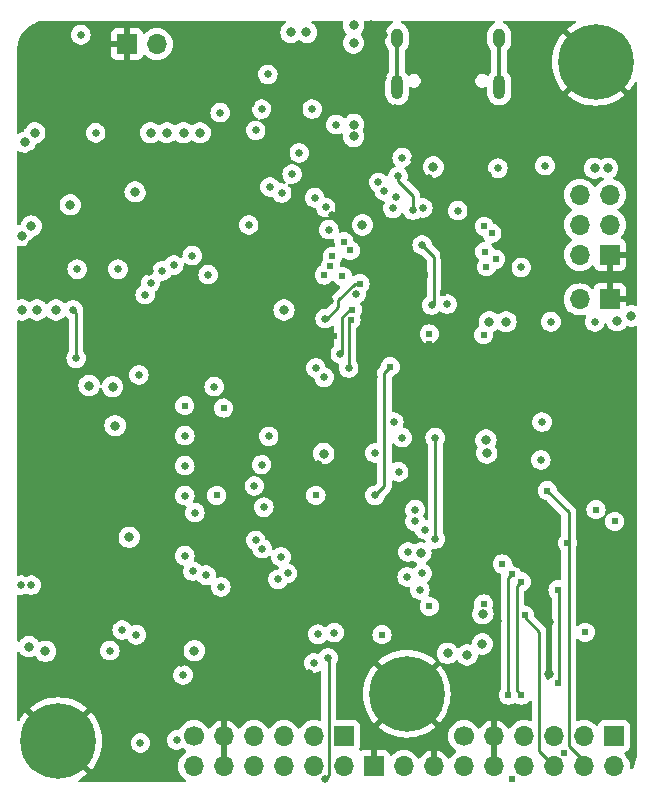
<source format=gbr>
%TF.GenerationSoftware,KiCad,Pcbnew,8.0.8-8.0.8-0~ubuntu24.04.1*%
%TF.CreationDate,2025-02-21T17:42:53-05:00*%
%TF.ProjectId,ChipigniteExplain,43686970-6967-46e6-9974-654578706c61,1.1*%
%TF.SameCoordinates,Original*%
%TF.FileFunction,Copper,L3,Inr*%
%TF.FilePolarity,Positive*%
%FSLAX46Y46*%
G04 Gerber Fmt 4.6, Leading zero omitted, Abs format (unit mm)*
G04 Created by KiCad (PCBNEW 8.0.8-8.0.8-0~ubuntu24.04.1) date 2025-02-21 17:42:53*
%MOMM*%
%LPD*%
G01*
G04 APERTURE LIST*
%TA.AperFunction,ComponentPad*%
%ADD10C,0.820000*%
%TD*%
%TA.AperFunction,ComponentPad*%
%ADD11C,6.400000*%
%TD*%
%TA.AperFunction,ComponentPad*%
%ADD12C,0.620000*%
%TD*%
%TA.AperFunction,ComponentPad*%
%ADD13R,1.700000X1.700000*%
%TD*%
%TA.AperFunction,ComponentPad*%
%ADD14O,1.700000X1.700000*%
%TD*%
%TA.AperFunction,ComponentPad*%
%ADD15O,1.000000X2.100000*%
%TD*%
%TA.AperFunction,ComponentPad*%
%ADD16O,1.000000X1.600000*%
%TD*%
%TA.AperFunction,ComponentPad*%
%ADD17C,1.700000*%
%TD*%
%TA.AperFunction,ViaPad*%
%ADD18C,0.800000*%
%TD*%
%TA.AperFunction,ViaPad*%
%ADD19C,0.650000*%
%TD*%
%TA.AperFunction,ViaPad*%
%ADD20C,0.620000*%
%TD*%
%TA.AperFunction,Conductor*%
%ADD21C,0.300000*%
%TD*%
%TA.AperFunction,Conductor*%
%ADD22C,0.250000*%
%TD*%
%TA.AperFunction,Conductor*%
%ADD23C,0.160000*%
%TD*%
G04 APERTURE END LIST*
D10*
%TO.N,GND*%
%TO.C,STCHG18*%
X102600000Y-79600000D03*
%TD*%
%TO.N,GND*%
%TO.C,STCHG1*%
X94800000Y-23600000D03*
%TD*%
%TO.N,GND*%
%TO.C,STCHG7*%
X54150000Y-73490000D03*
%TD*%
%TO.N,GND*%
%TO.C,STCHG8*%
X84400000Y-34800000D03*
%TD*%
%TO.N,GND*%
%TO.C,STCHG8*%
X64650000Y-52150000D03*
%TD*%
%TO.N,GND*%
%TO.C,STCHG19*%
X63600000Y-87000000D03*
%TD*%
%TO.N,GND*%
%TO.C,STCHG11*%
X102600000Y-58600000D03*
%TD*%
%TO.N,GND*%
%TO.C,STCHG13*%
X102600000Y-64600000D03*
%TD*%
%TO.N,GND*%
%TO.C,STCHG8*%
X64650000Y-48450000D03*
%TD*%
D11*
%TO.N,GND*%
%TO.C,H3*%
X99700000Y-26500000D03*
%TD*%
D10*
%TO.N,GND*%
%TO.C,STCHG1*%
X52000000Y-41900000D03*
%TD*%
%TO.N,GND*%
%TO.C,STCHG1*%
X88800000Y-75300000D03*
%TD*%
%TO.N,GND*%
%TO.C,STCHG8*%
X58850000Y-67500000D03*
%TD*%
D12*
%TO.N,GND*%
%TO.C,HSTITCH1*%
X85200000Y-44500000D03*
%TD*%
D10*
%TO.N,GND*%
%TO.C,STCHG14*%
X102600000Y-67600000D03*
%TD*%
%TO.N,GND*%
%TO.C,STCHG1*%
X51200000Y-77200000D03*
%TD*%
%TO.N,GND*%
%TO.C,STCHG8*%
X67550000Y-52150000D03*
%TD*%
%TO.N,GND*%
%TO.C,STCHG1*%
X57200000Y-27600000D03*
%TD*%
%TO.N,GND*%
%TO.C,STCHG1*%
X55000000Y-23500000D03*
%TD*%
%TO.N,GND*%
%TO.C,STCHG8*%
X61900000Y-37150000D03*
%TD*%
D12*
%TO.N,GND*%
%TO.C,HSTITCH1*%
X77100000Y-66200000D03*
%TD*%
D10*
%TO.N,GND*%
%TO.C,STCHG2*%
X54150000Y-60790000D03*
%TD*%
%TO.N,GND*%
%TO.C,STCHG8*%
X77100000Y-33600000D03*
%TD*%
%TO.N,GND*%
%TO.C,STCHG8*%
X93800000Y-40800000D03*
%TD*%
%TO.N,GND*%
%TO.C,STCHG8*%
X95150000Y-42550000D03*
%TD*%
%TO.N,GND*%
%TO.C,STCHG3*%
X54150000Y-63330000D03*
%TD*%
%TO.N,GND*%
%TO.C,STCHG8*%
X98650000Y-67750000D03*
%TD*%
%TO.N,GND*%
%TO.C,STCHG1*%
X72900000Y-81000000D03*
%TD*%
D11*
%TO.N,GND*%
%TO.C,H1*%
X54200000Y-84000000D03*
%TD*%
D10*
%TO.N,GND*%
%TO.C,STCHG9*%
X102600000Y-52600000D03*
%TD*%
%TO.N,GND*%
%TO.C,STCHG8*%
X76400000Y-58250000D03*
%TD*%
D12*
%TO.N,GND*%
%TO.C,HSTITCH1*%
X86800000Y-42900000D03*
%TD*%
%TO.N,GND*%
%TO.C,HSTITCH1*%
X78550000Y-67650000D03*
%TD*%
D10*
%TO.N,GND*%
%TO.C,STCHG1*%
X90200000Y-23600000D03*
%TD*%
%TO.N,GND*%
%TO.C,STCHG1*%
X87100000Y-23600000D03*
%TD*%
%TO.N,GND*%
%TO.C,STCHG8*%
X58850000Y-52600000D03*
%TD*%
%TO.N,GND*%
%TO.C,STCHG9*%
X80200000Y-50400000D03*
%TD*%
%TO.N,GND*%
%TO.C,STCHG8*%
X71150000Y-59400000D03*
%TD*%
%TO.N,GND*%
%TO.C,STCHG1*%
X52000000Y-52300000D03*
%TD*%
%TO.N,GND*%
%TO.C,STCHG1*%
X85600000Y-26500000D03*
%TD*%
D12*
%TO.N,GND*%
%TO.C,HSTITCH1*%
X86800000Y-46100000D03*
%TD*%
D10*
%TO.N,GND*%
%TO.C,STCHG16*%
X102600000Y-73600000D03*
%TD*%
%TO.N,GND*%
%TO.C,STCHG11*%
X94100000Y-55900000D03*
%TD*%
%TO.N,GND*%
%TO.C,STCHG8*%
X75500000Y-46000000D03*
%TD*%
D13*
%TO.N,GND*%
%TO.C,J10*%
X100875000Y-46600000D03*
D14*
%TO.N,/RP2040/RUN*%
X98335000Y-46600000D03*
%TD*%
D10*
%TO.N,GND*%
%TO.C,STCHG1*%
X62200000Y-27600000D03*
%TD*%
%TO.N,GND*%
%TO.C,STCHG15*%
X102600000Y-70600000D03*
%TD*%
%TO.N,GND*%
%TO.C,STCHG1*%
X51200000Y-26700000D03*
%TD*%
%TO.N,GND*%
%TO.C,STCHG12*%
X102600000Y-61600000D03*
%TD*%
%TO.N,GND*%
%TO.C,STCHG8*%
X72350000Y-34300000D03*
%TD*%
%TO.N,GND*%
%TO.C,STCHG8*%
X58850000Y-73750000D03*
%TD*%
D11*
%TO.N,GND*%
%TO.C,H2*%
X83700000Y-80000000D03*
%TD*%
D10*
%TO.N,GND*%
%TO.C,STCHG4*%
X54150000Y-65870000D03*
%TD*%
%TO.N,GND*%
%TO.C,STCHG9*%
X87900000Y-57800000D03*
%TD*%
%TO.N,GND*%
%TO.C,STCHG17*%
X102600000Y-76600000D03*
%TD*%
%TO.N,GND*%
%TO.C,STCHG9*%
X98400000Y-49500000D03*
%TD*%
%TO.N,GND*%
%TO.C,STCHG8*%
X61850000Y-44200000D03*
%TD*%
%TO.N,GND*%
%TO.C,STCHG1*%
X91400000Y-49800000D03*
%TD*%
%TO.N,GND*%
%TO.C,STCHG8*%
X71150000Y-37850000D03*
%TD*%
%TO.N,GND*%
%TO.C,STCHG1*%
X52000000Y-46300000D03*
%TD*%
%TO.N,GND*%
%TO.C,STCHG11*%
X96450000Y-55900000D03*
%TD*%
D15*
%TO.N,Net-(J4-SHIELD)*%
%TO.C,J4*%
X91520000Y-28630000D03*
D16*
X91520000Y-24450000D03*
D15*
X82880000Y-28630000D03*
D16*
X82880000Y-24450000D03*
%TD*%
D10*
%TO.N,GND*%
%TO.C,STCHG1*%
X63900000Y-33600000D03*
%TD*%
%TO.N,GND*%
%TO.C,STCHG1*%
X100100000Y-34400000D03*
%TD*%
%TO.N,GND*%
%TO.C,STCHG19*%
X58000000Y-87000000D03*
%TD*%
%TO.N,GND*%
%TO.C,STCHG1*%
X52000000Y-48800000D03*
%TD*%
%TO.N,GND*%
%TO.C,STCHG1*%
X102600000Y-49600000D03*
%TD*%
D13*
%TO.N,/PMOD21*%
%TO.C,J5*%
X101235000Y-83575000D03*
D14*
%TO.N,/PMOD22*%
X98695000Y-83575000D03*
%TO.N,/PMOD23*%
X96155000Y-83575000D03*
%TO.N,/PMOD24*%
X93615000Y-83575000D03*
%TO.N,GND*%
X91075000Y-83575000D03*
D17*
%TO.N,+3V3*%
X88535000Y-83575000D03*
D14*
%TO.N,/PMOD25*%
X101235000Y-86115000D03*
%TO.N,/PMOD26*%
X98695000Y-86115000D03*
%TO.N,/PMOD27*%
X96155000Y-86115000D03*
%TO.N,/PMOD28*%
X93615000Y-86115000D03*
%TO.N,GND*%
X91075000Y-86115000D03*
%TO.N,+3V3*%
X88535000Y-86115000D03*
%TD*%
D12*
%TO.N,GND*%
%TO.C,HSTITCH1*%
X79900000Y-69000000D03*
%TD*%
D10*
%TO.N,GND*%
%TO.C,STCHG1*%
X66800000Y-75400000D03*
%TD*%
D13*
%TO.N,GND*%
%TO.C,J3*%
X80915000Y-86115000D03*
D14*
%TO.N,+3V3*%
X83455000Y-86115000D03*
%TO.N,GND*%
X85995000Y-86115000D03*
%TD*%
D10*
%TO.N,GND*%
%TO.C,STCHG1*%
X88800000Y-26500000D03*
%TD*%
%TO.N,GND*%
%TO.C,STCHG1*%
X54150000Y-58250000D03*
%TD*%
%TO.N,GND*%
%TO.C,STCHG8*%
X98650000Y-73550000D03*
%TD*%
%TO.N,GND*%
%TO.C,STCHG1*%
X71800000Y-75400000D03*
%TD*%
D13*
%TO.N,GND*%
%TO.C,J1*%
X60000000Y-25000000D03*
D14*
%TO.N,+5V*%
X62540000Y-25000000D03*
%TD*%
D10*
%TO.N,GND*%
%TO.C,STCHG9*%
X84000000Y-62800000D03*
%TD*%
%TO.N,GND*%
%TO.C,STCHG1*%
X74600000Y-25100000D03*
%TD*%
%TO.N,GND*%
%TO.C,STCHG8*%
X58850000Y-59350000D03*
%TD*%
%TO.N,GND*%
%TO.C,STCHG8*%
X54150000Y-55710000D03*
%TD*%
D12*
%TO.N,GND*%
%TO.C,HSTITCH1*%
X83600000Y-46100000D03*
%TD*%
%TO.N,GND*%
%TO.C,HSTITCH1*%
X77100000Y-69000000D03*
%TD*%
D13*
%TO.N,GND*%
%TO.C,J7*%
X100900000Y-42825000D03*
D14*
%TO.N,+3V3*%
X98360000Y-42825000D03*
%TO.N,/RP_AD0*%
X100900000Y-40285000D03*
%TO.N,/RP_AD1*%
X98360000Y-40285000D03*
%TO.N,/RP_AD2*%
X100900000Y-37745000D03*
%TO.N,/RP_AD3*%
X98360000Y-37745000D03*
%TD*%
D10*
%TO.N,GND*%
%TO.C,STCHG9*%
X87900000Y-62800000D03*
%TD*%
%TO.N,GND*%
%TO.C,STCHG8*%
X68800000Y-54900000D03*
%TD*%
%TO.N,GND*%
%TO.C,STCHG1*%
X65500000Y-31400000D03*
%TD*%
%TO.N,GND*%
%TO.C,STCHG8*%
X64400000Y-42150000D03*
%TD*%
D12*
%TO.N,GND*%
%TO.C,HSTITCH1*%
X79900000Y-66200000D03*
%TD*%
D13*
%TO.N,/PMOD11*%
%TO.C,J6*%
X78375000Y-83575000D03*
D14*
%TO.N,/PMOD12*%
X75835000Y-83575000D03*
%TO.N,/PMOD13*%
X73295000Y-83575000D03*
%TO.N,/PMOD14*%
X70755000Y-83575000D03*
%TO.N,GND*%
X68215000Y-83575000D03*
D17*
%TO.N,+3V3*%
X65675000Y-83575000D03*
D14*
%TO.N,/PMOD15*%
X78375000Y-86115000D03*
%TO.N,/PMOD16*%
X75835000Y-86115000D03*
%TO.N,/PMOD17*%
X73295000Y-86115000D03*
%TO.N,/PMOD18*%
X70755000Y-86115000D03*
%TO.N,GND*%
X68215000Y-86115000D03*
%TO.N,+3V3*%
X65675000Y-86115000D03*
%TD*%
D10*
%TO.N,GND*%
%TO.C,STCHG1*%
X75400000Y-78300000D03*
%TD*%
%TO.N,GND*%
%TO.C,STCHG1*%
X84200000Y-23600000D03*
%TD*%
D12*
%TO.N,GND*%
%TO.C,HSTITCH1*%
X77500000Y-49700000D03*
%TD*%
D10*
%TO.N,GND*%
%TO.C,STCHG8*%
X51900000Y-34400000D03*
%TD*%
%TO.N,GND*%
%TO.C,STCHG5*%
X54150000Y-68410000D03*
%TD*%
%TO.N,GND*%
%TO.C,STCHG1*%
X64600000Y-77300000D03*
%TD*%
%TO.N,GND*%
%TO.C,STCHG18*%
X102600000Y-85200000D03*
%TD*%
%TO.N,GND*%
%TO.C,STCHG8*%
X76400000Y-54750000D03*
%TD*%
%TO.N,GND*%
%TO.C,STCHG9*%
X75000000Y-50600000D03*
%TD*%
%TO.N,GND*%
%TO.C,STCHG8*%
X93050000Y-68900000D03*
%TD*%
%TO.N,GND*%
%TO.C,STCHG8*%
X63100000Y-62000000D03*
%TD*%
D12*
%TO.N,GND*%
%TO.C,HSTITCH1*%
X83600000Y-42900000D03*
%TD*%
D10*
%TO.N,GND*%
%TO.C,STCHG1*%
X91300000Y-73800000D03*
%TD*%
%TO.N,GND*%
%TO.C,STCHG1*%
X51200000Y-31800000D03*
%TD*%
D18*
%TO.N,GND*%
X88800000Y-64800000D03*
D19*
X77400000Y-39500000D03*
D18*
X91800000Y-30900000D03*
D19*
X67250000Y-73400000D03*
D18*
X83849945Y-30749945D03*
X95700000Y-64850000D03*
D19*
X69050000Y-49900000D03*
D18*
X57500000Y-41400000D03*
X52200000Y-55850000D03*
D19*
X85600000Y-36300000D03*
D20*
X85600000Y-73800000D03*
D19*
X91150000Y-77150000D03*
D18*
X90500000Y-30900000D03*
X81700000Y-24200000D03*
D19*
X69433290Y-71486441D03*
X88200000Y-36100000D03*
D18*
X80800000Y-31800000D03*
D19*
X98650000Y-55100000D03*
X70200000Y-33700000D03*
X96500000Y-59650000D03*
X87600000Y-53800000D03*
D18*
X80800000Y-32800000D03*
X72900000Y-29100000D03*
D19*
X94000000Y-46200000D03*
X53000000Y-26750000D03*
D18*
X82700000Y-30500000D03*
D19*
X70650000Y-73150000D03*
X88800000Y-55800000D03*
X77199847Y-46774847D03*
X69850000Y-79050000D03*
D18*
X94800000Y-27600000D03*
X93400000Y-27600000D03*
D19*
X80900000Y-53200000D03*
D18*
X76200000Y-60600000D03*
D19*
X91350000Y-46300000D03*
D18*
X95700000Y-73900000D03*
X67200000Y-24800000D03*
D20*
X85600000Y-50400000D03*
D19*
X89400000Y-33650000D03*
X67400000Y-67500000D03*
D18*
X74000000Y-60400000D03*
X74500000Y-29100000D03*
D19*
X92550000Y-33100000D03*
X91700000Y-59650000D03*
X70844999Y-65900432D03*
X90600000Y-36100000D03*
X85902240Y-54122396D03*
X89500000Y-36900000D03*
X69450000Y-45850000D03*
D18*
X81600000Y-27900000D03*
D19*
X94000000Y-34400000D03*
X97050000Y-53100000D03*
X90650000Y-34100000D03*
D18*
X95700000Y-78300000D03*
D19*
X92200000Y-53050000D03*
X79100000Y-39500000D03*
X70377786Y-71525000D03*
D18*
X68600000Y-24900000D03*
X74500000Y-27800000D03*
X75200000Y-59400000D03*
X94800000Y-25800000D03*
X52200000Y-73650000D03*
D19*
X70500000Y-30100000D03*
D18*
X81900000Y-31000000D03*
D19*
X84750000Y-33650000D03*
D18*
X80700000Y-23400000D03*
D20*
X88000000Y-50400000D03*
D19*
X88500000Y-34400000D03*
D18*
X95700000Y-67400000D03*
D20*
X83200000Y-74200000D03*
D19*
X83900000Y-55700000D03*
%TO.N,+3V3*%
X55450000Y-47500000D03*
D20*
X90200000Y-72400000D03*
D19*
X79400000Y-46140000D03*
D18*
X90085674Y-75775000D03*
D19*
X67950000Y-70950000D03*
D18*
X51900000Y-40400000D03*
X100700000Y-35500000D03*
D20*
X90200000Y-49600000D03*
D19*
X58550000Y-76350000D03*
D18*
X90475000Y-59600000D03*
D19*
X99600000Y-48500000D03*
X70300000Y-40300000D03*
D18*
X73300000Y-47500000D03*
X76669575Y-59660849D03*
X92100000Y-48500000D03*
X62000000Y-32500000D03*
D19*
X77700000Y-31800000D03*
D18*
X87145975Y-76566273D03*
X88804266Y-76710000D03*
X66200000Y-32500000D03*
X51700000Y-76000000D03*
X53100000Y-76400000D03*
D19*
X51025000Y-70800000D03*
D18*
X90700000Y-48500000D03*
D19*
X81000000Y-59600000D03*
D18*
X52200000Y-32500000D03*
D19*
X77100000Y-40700000D03*
D18*
X79945000Y-40300000D03*
D20*
X85600000Y-72600000D03*
D18*
X64800000Y-32500000D03*
D19*
X67900000Y-30800000D03*
D18*
X101500000Y-48400000D03*
D19*
X91400000Y-35500000D03*
D18*
X65700000Y-76350000D03*
X90400000Y-58500000D03*
X51100000Y-41200000D03*
X54000004Y-47500000D03*
X51100000Y-47500000D03*
D19*
X95400000Y-35275000D03*
D18*
X51400000Y-33300000D03*
D19*
X75700000Y-30500000D03*
D18*
X102700000Y-48000000D03*
X52400000Y-47500000D03*
X90134591Y-73225000D03*
X99600000Y-35500000D03*
D20*
X85600000Y-49529997D03*
D19*
X51900000Y-70800000D03*
X71925000Y-27550000D03*
X72800000Y-70300000D03*
X71400000Y-30500000D03*
X95900000Y-48500000D03*
D18*
X85942346Y-35387077D03*
D19*
X57350000Y-32500000D03*
X55700000Y-51600000D03*
D18*
X63400000Y-32500000D03*
D19*
%TO.N,/RP2040/DVDD*%
X85800971Y-47092444D03*
X85000000Y-42000000D03*
X88000000Y-39100000D03*
X85045000Y-38867455D03*
D18*
%TO.N,+1V2*%
X55200000Y-38600000D03*
X60700000Y-37500000D03*
X84886281Y-68075000D03*
X60200000Y-66749994D03*
D19*
X70900000Y-67014646D03*
D18*
%TO.N,+5V*%
X79200000Y-32800000D03*
X75200000Y-24000000D03*
X79200000Y-31800000D03*
X73900000Y-24000000D03*
X79200000Y-23400000D03*
D19*
X56100000Y-24200000D03*
D18*
X79200000Y-24900000D03*
%TO.N,/FPGA_~{RST}*%
X59000000Y-57300000D03*
D19*
X86100000Y-66900000D03*
D18*
X58800000Y-54000000D03*
D19*
X83300000Y-58300000D03*
X86100000Y-58300000D03*
D18*
X56800000Y-53900000D03*
D19*
%TO.N,/FPGA_UP5k/USR_SW1*%
X82600000Y-57000000D03*
X95150000Y-57000000D03*
%TO.N,/FPGA_UP5k/USR_SW2*%
X95050000Y-60200000D03*
X83000000Y-61200000D03*
%TO.N,/RP2040/RUN*%
X87100000Y-47000000D03*
%TO.N,/RP2040/QSPI_CLK*%
X74600000Y-34200000D03*
X83300000Y-34600000D03*
%TO.N,/RP_BOOTMODE*%
X72100000Y-37100000D03*
X81300000Y-36700000D03*
%TO.N,/RP2040/QSPI_SD0*%
X75900000Y-37999992D03*
X82800000Y-37900000D03*
%TO.N,/RP2040/QSPI_SD1*%
X81800000Y-37426870D03*
X73100000Y-37600000D03*
X70900000Y-32300000D03*
D20*
%TO.N,/RP_AD3*%
X90250583Y-40410838D03*
%TO.N,/RP_AD1*%
X90301117Y-42557304D03*
%TO.N,/RP_AD2*%
X90900695Y-40988988D03*
%TO.N,/RP_AD0*%
X91227082Y-43197304D03*
D19*
%TO.N,/FPGA_UP5k/RGB_R*%
X77575000Y-74818138D03*
X59600000Y-74600000D03*
%TO.N,/FPGA_UP5k/RGB_G*%
X60800000Y-75000000D03*
X76175000Y-74955352D03*
%TO.N,/RP2040/QSPI_SD2*%
X82500000Y-38900000D03*
X76819970Y-38811836D03*
%TO.N,/RP2040/QSPI_SD3*%
X82952395Y-36200000D03*
X74000000Y-36000000D03*
X84212395Y-39038552D03*
%TO.N,/FPGA_UP5k/RGB_B*%
X75800002Y-77400000D03*
X61150000Y-84150000D03*
X64200000Y-83900000D03*
X64750000Y-78400000D03*
%TO.N,Net-(R28-Pad2)*%
X59250000Y-44050000D03*
X55800000Y-44050000D03*
%TO.N,/RP_LED*%
X93400000Y-43900000D03*
D20*
X90442627Y-43837304D03*
D19*
%TO.N,/URT1TX*%
X78075000Y-51200000D03*
D20*
X79081503Y-47462589D03*
%TO.N,/URT1RX*%
X78978374Y-48314348D03*
D19*
X78775000Y-52425000D03*
%TO.N,/FPGA_MISO*%
X81000000Y-63200000D03*
D20*
X82300000Y-52300000D03*
%TO.N,/INDIP0*%
X67600000Y-63200000D03*
X68200000Y-55800000D03*
X78372332Y-41715000D03*
X76000000Y-63200000D03*
D19*
X65533607Y-42908302D03*
D20*
X64900000Y-55610000D03*
D19*
%TO.N,/INDIP3*%
X66879395Y-44504517D03*
D20*
X77227683Y-43816559D03*
D19*
X64900000Y-63230000D03*
X70800000Y-62400000D03*
%TO.N,/INDIP5*%
X61550000Y-46200000D03*
D20*
X78234734Y-44640657D03*
D19*
X71457552Y-67714646D03*
X64900000Y-68310000D03*
%TO.N,/INDIP7*%
X66711557Y-69956948D03*
X76781717Y-48225000D03*
X67400000Y-54000000D03*
X76700000Y-53200000D03*
D20*
X79728826Y-45266076D03*
D19*
X73600000Y-69800000D03*
D20*
%TO.N,/INDIP2*%
X77399897Y-42963771D03*
D19*
X63000000Y-44200000D03*
X71400000Y-60600000D03*
X64900000Y-60690000D03*
%TO.N,/INDIP6*%
X73053502Y-68414646D03*
X61000000Y-53000000D03*
X76000000Y-52400000D03*
X65600000Y-69610002D03*
%TO.N,/INDIP1*%
X72000000Y-58200000D03*
D20*
X78900000Y-42460000D03*
D19*
X64900000Y-58150000D03*
X63973994Y-43699300D03*
%TO.N,/INDIP4*%
X71600000Y-64200000D03*
D20*
X76729400Y-44529734D03*
D19*
X62000000Y-45200000D03*
X65750000Y-64650000D03*
%TO.N,/PMOD17*%
X76800000Y-87175000D03*
X77050005Y-76960045D03*
D20*
%TO.N,/PMOD21*%
X101300000Y-65400000D03*
D19*
X84400000Y-65400000D03*
%TO.N,/PMOD22*%
X84400000Y-64400000D03*
D20*
X99710002Y-64400000D03*
%TO.N,/PMOD25*%
X92600000Y-87190000D03*
D19*
X85000000Y-69800000D03*
D20*
X92587313Y-69866017D03*
X92300000Y-80100000D03*
D19*
%TO.N,/PMOD23*%
X84800000Y-71200000D03*
D20*
X96500000Y-79100000D03*
X96500000Y-71200000D03*
%TO.N,/PMOD28*%
X97041552Y-85010290D03*
X81600000Y-75000000D03*
X98800000Y-74789998D03*
D19*
%TO.N,/PMOD24*%
X83728114Y-70101767D03*
D20*
X93396394Y-70515000D03*
X93400000Y-80100000D03*
D19*
%TO.N,/PMOD27*%
X83783443Y-68000000D03*
D20*
X91800000Y-69000000D03*
X93685000Y-73352869D03*
D19*
%TO.N,/PMOD26*%
X85200000Y-66100000D03*
D20*
X97300000Y-67210002D03*
X95600000Y-62800000D03*
%TD*%
D21*
%TO.N,GND*%
X83600000Y-42900000D02*
X83600000Y-46100000D01*
X86800000Y-42900000D02*
X86800000Y-46100000D01*
D22*
%TO.N,+3V3*%
X55700000Y-51600000D02*
X55700000Y-47750000D01*
X55700000Y-47750000D02*
X55450000Y-47500000D01*
%TO.N,/RP2040/DVDD*%
X86000000Y-46893415D02*
X85800971Y-47092444D01*
D23*
X85790000Y-47081473D02*
X85800971Y-47092444D01*
D22*
X86000000Y-43000000D02*
X86000000Y-46893415D01*
X85000000Y-42000000D02*
X86000000Y-43000000D01*
D21*
%TO.N,Net-(J4-SHIELD)*%
X91520000Y-24450000D02*
X91520000Y-28630000D01*
X82880000Y-24450000D02*
X82880000Y-28630000D01*
D22*
%TO.N,/FPGA_~{RST}*%
X86100000Y-66900000D02*
X86100000Y-58300000D01*
%TO.N,/RP2040/QSPI_SD3*%
X84212395Y-37862395D02*
X82952395Y-36602395D01*
X82952395Y-36602395D02*
X82952395Y-36200000D01*
X84212395Y-39038552D02*
X84212395Y-37862395D01*
%TO.N,/URT1TX*%
X78861396Y-47462589D02*
X78200000Y-48123985D01*
X78200000Y-48123985D02*
X78200000Y-51075000D01*
X79081503Y-47462589D02*
X78861396Y-47462589D01*
X78200000Y-51075000D02*
X78075000Y-51200000D01*
%TO.N,/URT1RX*%
X78775000Y-52425000D02*
X78775000Y-48517722D01*
X78775000Y-48517722D02*
X78978374Y-48314348D01*
%TO.N,/FPGA_MISO*%
X81800000Y-52800000D02*
X82300000Y-52300000D01*
X81800000Y-62400000D02*
X81800000Y-52800000D01*
X81000000Y-63200000D02*
X81800000Y-62400000D01*
%TO.N,/INDIP7*%
X79283974Y-45266076D02*
X77900000Y-46650050D01*
X77900000Y-46650050D02*
X77900000Y-47289950D01*
X79728826Y-45266076D02*
X79283974Y-45266076D01*
X76964950Y-48225000D02*
X76781717Y-48225000D01*
X77900000Y-47289950D02*
X76964950Y-48225000D01*
%TO.N,/PMOD17*%
X77100000Y-77010040D02*
X77050005Y-76960045D01*
X77100000Y-86875000D02*
X77100000Y-77010040D01*
X76800000Y-87175000D02*
X77100000Y-86875000D01*
%TO.N,/PMOD25*%
X92300000Y-80100000D02*
X92300000Y-70153330D01*
X92300000Y-70153330D02*
X92587313Y-69866017D01*
%TO.N,/PMOD23*%
X96600000Y-71300000D02*
X96600000Y-79000000D01*
X96500000Y-71200000D02*
X96600000Y-71300000D01*
X96600000Y-79000000D02*
X96500000Y-79100000D01*
%TO.N,/PMOD24*%
X93400000Y-80100000D02*
X93000000Y-79700000D01*
X93000000Y-70911394D02*
X93396394Y-70515000D01*
X93000000Y-79700000D02*
X93000000Y-70911394D01*
%TO.N,/PMOD27*%
X94900000Y-84860000D02*
X94900000Y-74750000D01*
X96155000Y-86115000D02*
X94900000Y-84860000D01*
X94900000Y-74750000D02*
X93685000Y-73535000D01*
X93685000Y-73535000D02*
X93685000Y-73352869D01*
%TO.N,/PMOD26*%
X97400000Y-84400000D02*
X98695000Y-85695000D01*
X97400000Y-64600000D02*
X97400000Y-84400000D01*
X95600000Y-62800000D02*
X97400000Y-64600000D01*
X98695000Y-85695000D02*
X98695000Y-86115000D01*
%TD*%
%TA.AperFunction,Conductor*%
%TO.N,GND*%
G36*
X73429078Y-23020185D02*
G01*
X73474833Y-23072989D01*
X73484777Y-23142147D01*
X73455752Y-23205703D01*
X73434924Y-23224818D01*
X73294129Y-23327111D01*
X73167466Y-23467785D01*
X73072821Y-23631715D01*
X73072818Y-23631722D01*
X73042154Y-23726098D01*
X73014326Y-23811744D01*
X72994540Y-24000000D01*
X73014326Y-24188256D01*
X73014327Y-24188259D01*
X73072818Y-24368277D01*
X73072821Y-24368284D01*
X73167467Y-24532216D01*
X73249999Y-24623877D01*
X73294129Y-24672888D01*
X73447265Y-24784148D01*
X73447270Y-24784151D01*
X73620192Y-24861142D01*
X73620197Y-24861144D01*
X73805354Y-24900500D01*
X73805355Y-24900500D01*
X73994644Y-24900500D01*
X73994646Y-24900500D01*
X74179803Y-24861144D01*
X74352730Y-24784151D01*
X74477116Y-24693778D01*
X74542921Y-24670300D01*
X74610975Y-24686125D01*
X74622872Y-24693771D01*
X74720355Y-24764596D01*
X74747270Y-24784151D01*
X74920192Y-24861142D01*
X74920197Y-24861144D01*
X75105354Y-24900500D01*
X75105355Y-24900500D01*
X75294644Y-24900500D01*
X75294646Y-24900500D01*
X75479803Y-24861144D01*
X75652730Y-24784151D01*
X75805871Y-24672888D01*
X75932533Y-24532216D01*
X76027179Y-24368284D01*
X76085674Y-24188256D01*
X76105460Y-24000000D01*
X76085674Y-23811744D01*
X76027179Y-23631716D01*
X75932533Y-23467784D01*
X75805871Y-23327112D01*
X75755731Y-23290683D01*
X75665076Y-23224818D01*
X75622410Y-23169488D01*
X75616431Y-23099875D01*
X75649037Y-23038080D01*
X75709876Y-23003722D01*
X75737961Y-23000500D01*
X78212292Y-23000500D01*
X78279331Y-23020185D01*
X78325086Y-23072989D01*
X78335030Y-23142147D01*
X78330223Y-23162818D01*
X78319695Y-23195221D01*
X78314326Y-23211744D01*
X78294540Y-23400000D01*
X78314326Y-23588256D01*
X78314327Y-23588259D01*
X78372818Y-23768277D01*
X78372821Y-23768284D01*
X78467466Y-23932215D01*
X78588851Y-24067028D01*
X78619081Y-24130020D01*
X78610455Y-24199355D01*
X78588851Y-24232972D01*
X78467466Y-24367784D01*
X78372821Y-24531715D01*
X78372818Y-24531722D01*
X78320163Y-24693780D01*
X78314326Y-24711744D01*
X78294540Y-24900000D01*
X78314326Y-25088256D01*
X78314327Y-25088259D01*
X78372818Y-25268277D01*
X78372821Y-25268284D01*
X78467467Y-25432216D01*
X78531877Y-25503750D01*
X78594129Y-25572888D01*
X78747265Y-25684148D01*
X78747270Y-25684151D01*
X78920192Y-25761142D01*
X78920197Y-25761144D01*
X79105354Y-25800500D01*
X79105355Y-25800500D01*
X79294644Y-25800500D01*
X79294646Y-25800500D01*
X79479803Y-25761144D01*
X79652730Y-25684151D01*
X79805871Y-25572888D01*
X79932533Y-25432216D01*
X80027179Y-25268284D01*
X80085674Y-25088256D01*
X80105460Y-24900000D01*
X80085674Y-24711744D01*
X80028680Y-24536335D01*
X80027181Y-24531722D01*
X80027180Y-24531721D01*
X80027179Y-24531716D01*
X79932533Y-24367784D01*
X79811146Y-24232971D01*
X79780917Y-24169981D01*
X79789542Y-24100646D01*
X79811147Y-24067028D01*
X79813289Y-24064649D01*
X79932533Y-23932216D01*
X80027179Y-23768284D01*
X80085674Y-23588256D01*
X80105460Y-23400000D01*
X80085674Y-23211744D01*
X80069777Y-23162818D01*
X80067782Y-23092977D01*
X80103862Y-23033144D01*
X80166563Y-23002316D01*
X80187708Y-23000500D01*
X82417316Y-23000500D01*
X82484355Y-23020185D01*
X82530110Y-23072989D01*
X82540054Y-23142147D01*
X82511029Y-23205703D01*
X82464768Y-23239061D01*
X82406092Y-23263364D01*
X82406079Y-23263371D01*
X82242218Y-23372860D01*
X82242214Y-23372863D01*
X82102863Y-23512214D01*
X82102860Y-23512218D01*
X81993371Y-23676079D01*
X81993364Y-23676092D01*
X81917950Y-23858160D01*
X81917947Y-23858170D01*
X81879500Y-24051456D01*
X81879500Y-24051459D01*
X81879500Y-24848541D01*
X81879500Y-24848543D01*
X81879499Y-24848543D01*
X81917947Y-25041829D01*
X81917950Y-25041839D01*
X81993364Y-25223907D01*
X81993371Y-25223920D01*
X82102859Y-25387780D01*
X82102860Y-25387781D01*
X82102861Y-25387782D01*
X82193182Y-25478103D01*
X82226666Y-25539424D01*
X82229500Y-25565783D01*
X82229500Y-27264216D01*
X82209815Y-27331255D01*
X82193181Y-27351897D01*
X82102863Y-27442214D01*
X82102860Y-27442218D01*
X81993371Y-27606079D01*
X81993364Y-27606092D01*
X81917950Y-27788160D01*
X81917947Y-27788170D01*
X81879500Y-27981456D01*
X81879500Y-27981459D01*
X81879500Y-29278541D01*
X81879500Y-29278543D01*
X81879499Y-29278543D01*
X81917947Y-29471829D01*
X81917950Y-29471839D01*
X81993364Y-29653907D01*
X81993371Y-29653920D01*
X82102860Y-29817781D01*
X82102863Y-29817785D01*
X82242214Y-29957136D01*
X82242218Y-29957139D01*
X82406079Y-30066628D01*
X82406092Y-30066635D01*
X82544856Y-30124112D01*
X82588165Y-30142051D01*
X82588169Y-30142051D01*
X82588170Y-30142052D01*
X82781456Y-30180500D01*
X82781459Y-30180500D01*
X82978543Y-30180500D01*
X83108582Y-30154632D01*
X83171835Y-30142051D01*
X83353914Y-30066632D01*
X83517782Y-29957139D01*
X83657139Y-29817782D01*
X83766632Y-29653914D01*
X83842051Y-29471835D01*
X83880500Y-29278541D01*
X83880500Y-28731333D01*
X83900185Y-28664294D01*
X83952989Y-28618539D01*
X84022147Y-28608595D01*
X84066501Y-28623947D01*
X84087859Y-28636278D01*
X84087860Y-28636278D01*
X84087865Y-28636281D01*
X84234234Y-28675500D01*
X84234236Y-28675500D01*
X84385764Y-28675500D01*
X84385766Y-28675500D01*
X84532135Y-28636281D01*
X84663365Y-28560515D01*
X84770515Y-28453365D01*
X84846281Y-28322135D01*
X84885500Y-28175766D01*
X84885500Y-28024234D01*
X84846281Y-27877865D01*
X84770515Y-27746635D01*
X84663365Y-27639485D01*
X84597750Y-27601602D01*
X84532136Y-27563719D01*
X84452309Y-27542330D01*
X84385766Y-27524500D01*
X84234234Y-27524500D01*
X84087863Y-27563719D01*
X83956627Y-27639489D01*
X83950502Y-27644190D01*
X83885333Y-27669383D01*
X83816888Y-27655343D01*
X83770976Y-27610509D01*
X83770017Y-27611151D01*
X83766982Y-27606609D01*
X83766899Y-27606528D01*
X83766766Y-27606286D01*
X83657139Y-27442218D01*
X83657136Y-27442214D01*
X83566819Y-27351897D01*
X83533334Y-27290574D01*
X83530500Y-27264216D01*
X83530500Y-25565783D01*
X83550185Y-25498744D01*
X83566814Y-25478106D01*
X83657139Y-25387782D01*
X83766632Y-25223914D01*
X83780125Y-25191340D01*
X83804887Y-25131557D01*
X83842051Y-25041835D01*
X83854632Y-24978582D01*
X83880500Y-24848543D01*
X83880500Y-24051456D01*
X83842052Y-23858170D01*
X83842051Y-23858169D01*
X83842051Y-23858165D01*
X83828714Y-23825967D01*
X83766635Y-23676092D01*
X83766628Y-23676079D01*
X83657139Y-23512218D01*
X83657136Y-23512214D01*
X83517785Y-23372863D01*
X83517781Y-23372860D01*
X83353920Y-23263371D01*
X83353907Y-23263364D01*
X83295232Y-23239061D01*
X83240828Y-23195221D01*
X83218763Y-23128927D01*
X83236042Y-23061227D01*
X83287179Y-23013616D01*
X83342684Y-23000500D01*
X91057316Y-23000500D01*
X91124355Y-23020185D01*
X91170110Y-23072989D01*
X91180054Y-23142147D01*
X91151029Y-23205703D01*
X91104768Y-23239061D01*
X91046092Y-23263364D01*
X91046079Y-23263371D01*
X90882218Y-23372860D01*
X90882214Y-23372863D01*
X90742863Y-23512214D01*
X90742860Y-23512218D01*
X90633371Y-23676079D01*
X90633364Y-23676092D01*
X90557950Y-23858160D01*
X90557947Y-23858170D01*
X90519500Y-24051456D01*
X90519500Y-24051459D01*
X90519500Y-24848541D01*
X90519500Y-24848543D01*
X90519499Y-24848543D01*
X90557947Y-25041829D01*
X90557950Y-25041839D01*
X90633364Y-25223907D01*
X90633371Y-25223920D01*
X90742859Y-25387780D01*
X90742860Y-25387781D01*
X90742861Y-25387782D01*
X90833182Y-25478103D01*
X90866666Y-25539424D01*
X90869500Y-25565783D01*
X90869500Y-27264216D01*
X90849815Y-27331255D01*
X90833181Y-27351897D01*
X90742863Y-27442214D01*
X90742860Y-27442218D01*
X90629983Y-27611151D01*
X90628534Y-27610182D01*
X90585356Y-27654122D01*
X90517215Y-27669570D01*
X90451540Y-27645725D01*
X90449493Y-27644188D01*
X90443367Y-27639487D01*
X90443365Y-27639485D01*
X90377750Y-27601602D01*
X90312136Y-27563719D01*
X90232309Y-27542330D01*
X90165766Y-27524500D01*
X90014234Y-27524500D01*
X89867863Y-27563719D01*
X89736635Y-27639485D01*
X89736632Y-27639487D01*
X89629487Y-27746632D01*
X89629485Y-27746635D01*
X89553719Y-27877863D01*
X89514500Y-28024234D01*
X89514500Y-28175765D01*
X89553719Y-28322136D01*
X89571272Y-28352538D01*
X89629485Y-28453365D01*
X89736635Y-28560515D01*
X89819912Y-28608595D01*
X89867861Y-28636279D01*
X89867865Y-28636281D01*
X90014234Y-28675500D01*
X90014236Y-28675500D01*
X90165764Y-28675500D01*
X90165766Y-28675500D01*
X90312135Y-28636281D01*
X90322451Y-28630325D01*
X90333499Y-28623947D01*
X90401398Y-28607473D01*
X90467426Y-28630325D01*
X90510617Y-28685245D01*
X90519500Y-28731333D01*
X90519500Y-29278541D01*
X90519500Y-29278543D01*
X90519499Y-29278543D01*
X90557947Y-29471829D01*
X90557950Y-29471839D01*
X90633364Y-29653907D01*
X90633371Y-29653920D01*
X90742860Y-29817781D01*
X90742863Y-29817785D01*
X90882214Y-29957136D01*
X90882218Y-29957139D01*
X91046079Y-30066628D01*
X91046092Y-30066635D01*
X91184856Y-30124112D01*
X91228165Y-30142051D01*
X91228169Y-30142051D01*
X91228170Y-30142052D01*
X91421456Y-30180500D01*
X91421459Y-30180500D01*
X91618543Y-30180500D01*
X91748582Y-30154632D01*
X91811835Y-30142051D01*
X91993914Y-30066632D01*
X92157782Y-29957139D01*
X92297139Y-29817782D01*
X92406632Y-29653914D01*
X92482051Y-29471835D01*
X92520500Y-29278541D01*
X92520500Y-27981459D01*
X92520500Y-27981456D01*
X92482052Y-27788170D01*
X92482051Y-27788169D01*
X92482051Y-27788165D01*
X92454885Y-27722579D01*
X92406635Y-27606092D01*
X92406628Y-27606079D01*
X92297139Y-27442218D01*
X92297136Y-27442214D01*
X92206819Y-27351897D01*
X92173334Y-27290574D01*
X92170500Y-27264216D01*
X92170500Y-25565783D01*
X92190185Y-25498744D01*
X92206814Y-25478106D01*
X92297139Y-25387782D01*
X92406632Y-25223914D01*
X92420125Y-25191340D01*
X92444887Y-25131557D01*
X92482051Y-25041835D01*
X92494632Y-24978582D01*
X92520500Y-24848543D01*
X92520500Y-24051456D01*
X92482052Y-23858170D01*
X92482051Y-23858169D01*
X92482051Y-23858165D01*
X92468714Y-23825967D01*
X92406635Y-23676092D01*
X92406628Y-23676079D01*
X92297139Y-23512218D01*
X92297136Y-23512214D01*
X92157785Y-23372863D01*
X92157781Y-23372860D01*
X91993920Y-23263371D01*
X91993907Y-23263364D01*
X91935232Y-23239061D01*
X91880828Y-23195221D01*
X91858763Y-23128927D01*
X91876042Y-23061227D01*
X91927179Y-23013616D01*
X91982684Y-23000500D01*
X97901706Y-23000500D01*
X97968745Y-23020185D01*
X98014500Y-23072989D01*
X98024444Y-23142147D01*
X97995419Y-23205703D01*
X97958001Y-23234985D01*
X97847456Y-23291310D01*
X97522206Y-23502531D01*
X97264649Y-23711095D01*
X97264649Y-23711096D01*
X98759301Y-25205748D01*
X98657670Y-25279588D01*
X98479588Y-25457670D01*
X98405748Y-25559301D01*
X96911096Y-24064649D01*
X96911095Y-24064649D01*
X96702531Y-24322206D01*
X96491310Y-24647456D01*
X96315244Y-24993005D01*
X96176262Y-25355063D01*
X96075887Y-25729669D01*
X96075886Y-25729676D01*
X96015219Y-26112712D01*
X95994922Y-26499999D01*
X95994922Y-26500000D01*
X96015219Y-26887287D01*
X96075886Y-27270323D01*
X96075887Y-27270330D01*
X96176262Y-27644936D01*
X96315244Y-28006994D01*
X96491310Y-28352543D01*
X96702523Y-28677783D01*
X96702525Y-28677785D01*
X96911096Y-28935348D01*
X98405747Y-27440697D01*
X98479588Y-27542330D01*
X98657670Y-27720412D01*
X98759301Y-27794251D01*
X97264650Y-29288902D01*
X97522214Y-29497475D01*
X97522216Y-29497476D01*
X97847456Y-29708689D01*
X98193005Y-29884755D01*
X98555063Y-30023737D01*
X98929669Y-30124112D01*
X98929676Y-30124113D01*
X99312712Y-30184780D01*
X99699999Y-30205078D01*
X99700001Y-30205078D01*
X100087287Y-30184780D01*
X100470323Y-30124113D01*
X100470330Y-30124112D01*
X100844936Y-30023737D01*
X101206994Y-29884755D01*
X101552543Y-29708689D01*
X101877771Y-29497484D01*
X101877784Y-29497474D01*
X102135348Y-29288902D01*
X100640698Y-27794252D01*
X100742330Y-27720412D01*
X100920412Y-27542330D01*
X100994252Y-27440698D01*
X102488902Y-28935348D01*
X102697474Y-28677784D01*
X102697484Y-28677771D01*
X102908691Y-28352541D01*
X102908692Y-28352538D01*
X102965015Y-28241999D01*
X103012989Y-28191202D01*
X103080810Y-28174407D01*
X103146945Y-28196944D01*
X103190397Y-28251659D01*
X103199500Y-28298293D01*
X103199500Y-47045728D01*
X103179815Y-47112767D01*
X103127011Y-47158522D01*
X103057853Y-47168466D01*
X103025064Y-47159007D01*
X102979807Y-47138857D01*
X102979802Y-47138855D01*
X102834001Y-47107865D01*
X102794646Y-47099500D01*
X102605354Y-47099500D01*
X102572897Y-47106398D01*
X102420197Y-47138855D01*
X102420196Y-47138855D01*
X102399433Y-47148100D01*
X102330183Y-47157383D01*
X102266907Y-47127753D01*
X102229695Y-47068617D01*
X102225000Y-47034819D01*
X102225000Y-46850000D01*
X101308012Y-46850000D01*
X101340925Y-46792993D01*
X101375000Y-46665826D01*
X101375000Y-46534174D01*
X101340925Y-46407007D01*
X101308012Y-46350000D01*
X102225000Y-46350000D01*
X102225000Y-45702172D01*
X102224999Y-45702155D01*
X102218598Y-45642627D01*
X102218596Y-45642620D01*
X102168354Y-45507913D01*
X102168350Y-45507906D01*
X102082190Y-45392812D01*
X102082187Y-45392809D01*
X101967093Y-45306649D01*
X101967086Y-45306645D01*
X101832379Y-45256403D01*
X101832372Y-45256401D01*
X101772844Y-45250000D01*
X101125000Y-45250000D01*
X101125000Y-46166988D01*
X101067993Y-46134075D01*
X100940826Y-46100000D01*
X100809174Y-46100000D01*
X100682007Y-46134075D01*
X100625000Y-46166988D01*
X100625000Y-45250000D01*
X99977155Y-45250000D01*
X99917627Y-45256401D01*
X99917620Y-45256403D01*
X99782913Y-45306645D01*
X99782906Y-45306649D01*
X99667812Y-45392809D01*
X99667809Y-45392812D01*
X99581649Y-45507906D01*
X99581645Y-45507913D01*
X99532578Y-45639470D01*
X99490707Y-45695404D01*
X99425242Y-45719821D01*
X99356969Y-45704969D01*
X99328715Y-45683819D01*
X99284366Y-45639470D01*
X99206401Y-45561505D01*
X99206397Y-45561502D01*
X99206396Y-45561501D01*
X99012834Y-45425967D01*
X99012830Y-45425965D01*
X98941727Y-45392809D01*
X98798663Y-45326097D01*
X98798659Y-45326096D01*
X98798655Y-45326094D01*
X98570413Y-45264938D01*
X98570403Y-45264936D01*
X98335001Y-45244341D01*
X98334999Y-45244341D01*
X98099596Y-45264936D01*
X98099586Y-45264938D01*
X97871344Y-45326094D01*
X97871335Y-45326098D01*
X97657171Y-45425964D01*
X97657169Y-45425965D01*
X97463597Y-45561505D01*
X97296505Y-45728597D01*
X97160965Y-45922169D01*
X97160964Y-45922171D01*
X97061098Y-46136335D01*
X97061094Y-46136344D01*
X96999938Y-46364586D01*
X96999936Y-46364596D01*
X96979341Y-46599999D01*
X96979341Y-46600000D01*
X96999936Y-46835403D01*
X96999938Y-46835413D01*
X97061094Y-47063655D01*
X97061096Y-47063659D01*
X97061097Y-47063663D01*
X97105331Y-47158522D01*
X97160965Y-47277830D01*
X97160967Y-47277834D01*
X97195691Y-47327424D01*
X97296505Y-47471401D01*
X97463599Y-47638495D01*
X97534665Y-47688256D01*
X97657165Y-47774032D01*
X97657167Y-47774033D01*
X97657170Y-47774035D01*
X97871337Y-47873903D01*
X97871343Y-47873904D01*
X97871344Y-47873905D01*
X97926285Y-47888626D01*
X98099592Y-47935063D01*
X98287918Y-47951539D01*
X98334999Y-47955659D01*
X98335000Y-47955659D01*
X98335001Y-47955659D01*
X98374234Y-47952226D01*
X98570408Y-47935063D01*
X98757471Y-47884940D01*
X98827321Y-47886603D01*
X98885183Y-47925766D01*
X98912687Y-47989994D01*
X98901100Y-48058896D01*
X98896951Y-48066714D01*
X98841714Y-48162388D01*
X98841713Y-48162389D01*
X98792340Y-48314350D01*
X98788092Y-48327424D01*
X98769953Y-48500000D01*
X98788092Y-48672576D01*
X98788093Y-48672579D01*
X98841712Y-48837608D01*
X98928477Y-48987887D01*
X98928476Y-48987887D01*
X98952367Y-49014420D01*
X99044590Y-49116845D01*
X99137224Y-49184148D01*
X99184976Y-49218842D01*
X99343495Y-49289420D01*
X99343501Y-49289422D01*
X99513236Y-49325500D01*
X99513237Y-49325500D01*
X99686762Y-49325500D01*
X99686764Y-49325500D01*
X99856499Y-49289422D01*
X99856501Y-49289420D01*
X99856504Y-49289420D01*
X99920017Y-49261142D01*
X100015024Y-49218842D01*
X100155410Y-49116845D01*
X100271522Y-48987889D01*
X100358286Y-48837611D01*
X100408885Y-48681879D01*
X100448320Y-48624205D01*
X100512679Y-48597006D01*
X100581525Y-48608920D01*
X100633002Y-48656163D01*
X100644746Y-48681880D01*
X100672818Y-48768277D01*
X100672821Y-48768284D01*
X100767467Y-48932216D01*
X100841484Y-49014420D01*
X100894129Y-49072888D01*
X101047265Y-49184148D01*
X101047270Y-49184151D01*
X101220192Y-49261142D01*
X101220197Y-49261144D01*
X101405354Y-49300500D01*
X101405355Y-49300500D01*
X101594644Y-49300500D01*
X101594646Y-49300500D01*
X101779803Y-49261144D01*
X101952730Y-49184151D01*
X102105871Y-49072888D01*
X102232533Y-48932216D01*
X102247725Y-48905901D01*
X102298290Y-48857686D01*
X102366897Y-48844462D01*
X102405546Y-48854621D01*
X102420197Y-48861144D01*
X102605354Y-48900500D01*
X102605355Y-48900500D01*
X102794644Y-48900500D01*
X102794646Y-48900500D01*
X102979803Y-48861144D01*
X103025065Y-48840991D01*
X103094312Y-48831706D01*
X103157589Y-48861334D01*
X103194804Y-48920468D01*
X103199500Y-48954271D01*
X103199500Y-84996249D01*
X103199274Y-85003736D01*
X103181728Y-85293794D01*
X103179923Y-85308659D01*
X103128219Y-85590798D01*
X103124635Y-85605336D01*
X103039306Y-85879167D01*
X103033997Y-85893168D01*
X102916275Y-86154736D01*
X102909316Y-86167995D01*
X102807488Y-86336439D01*
X102755960Y-86383626D01*
X102687101Y-86395465D01*
X102622772Y-86368196D01*
X102583398Y-86310478D01*
X102577843Y-86261481D01*
X102590659Y-86115000D01*
X102590659Y-86114999D01*
X102573774Y-85922007D01*
X102570063Y-85879592D01*
X102508903Y-85651337D01*
X102409035Y-85437171D01*
X102403730Y-85429595D01*
X102273496Y-85243600D01*
X102215343Y-85185447D01*
X102151567Y-85121671D01*
X102118084Y-85060351D01*
X102123068Y-84990659D01*
X102164939Y-84934725D01*
X102195915Y-84917810D01*
X102327331Y-84868796D01*
X102442546Y-84782546D01*
X102528796Y-84667331D01*
X102579091Y-84532483D01*
X102585500Y-84472873D01*
X102585499Y-82677128D01*
X102579091Y-82617517D01*
X102577810Y-82614083D01*
X102528797Y-82482671D01*
X102528793Y-82482664D01*
X102442547Y-82367455D01*
X102442544Y-82367452D01*
X102327335Y-82281206D01*
X102327328Y-82281202D01*
X102192482Y-82230908D01*
X102192483Y-82230908D01*
X102132883Y-82224501D01*
X102132881Y-82224500D01*
X102132873Y-82224500D01*
X102132864Y-82224500D01*
X100337129Y-82224500D01*
X100337123Y-82224501D01*
X100277516Y-82230908D01*
X100142671Y-82281202D01*
X100142664Y-82281206D01*
X100027455Y-82367452D01*
X100027452Y-82367455D01*
X99941206Y-82482664D01*
X99941203Y-82482669D01*
X99892189Y-82614083D01*
X99850317Y-82670016D01*
X99784853Y-82694433D01*
X99716580Y-82679581D01*
X99688326Y-82658430D01*
X99566402Y-82536506D01*
X99566395Y-82536501D01*
X99372834Y-82400967D01*
X99372830Y-82400965D01*
X99324499Y-82378428D01*
X99158663Y-82301097D01*
X99158659Y-82301096D01*
X99158655Y-82301094D01*
X98930413Y-82239938D01*
X98930403Y-82239936D01*
X98695001Y-82219341D01*
X98694999Y-82219341D01*
X98459596Y-82239936D01*
X98459586Y-82239938D01*
X98231344Y-82301094D01*
X98231335Y-82301098D01*
X98201903Y-82314822D01*
X98132826Y-82325313D01*
X98069042Y-82296792D01*
X98030803Y-82238315D01*
X98025500Y-82202439D01*
X98025500Y-75461080D01*
X98045185Y-75394041D01*
X98097989Y-75348286D01*
X98167147Y-75338342D01*
X98230703Y-75367367D01*
X98237181Y-75373399D01*
X98291464Y-75427682D01*
X98446112Y-75524854D01*
X98618505Y-75585177D01*
X98618508Y-75585177D01*
X98618510Y-75585178D01*
X98799997Y-75605627D01*
X98800000Y-75605627D01*
X98800003Y-75605627D01*
X98981489Y-75585178D01*
X98981490Y-75585177D01*
X98981495Y-75585177D01*
X99153888Y-75524854D01*
X99308536Y-75427682D01*
X99437684Y-75298534D01*
X99534856Y-75143886D01*
X99595179Y-74971493D01*
X99601674Y-74913856D01*
X99615629Y-74790000D01*
X99615629Y-74789995D01*
X99595180Y-74608508D01*
X99595179Y-74608506D01*
X99595179Y-74608503D01*
X99534856Y-74436110D01*
X99437684Y-74281462D01*
X99308536Y-74152314D01*
X99244555Y-74112112D01*
X99153887Y-74055141D01*
X98981489Y-73994817D01*
X98800003Y-73974369D01*
X98799997Y-73974369D01*
X98618510Y-73994817D01*
X98446112Y-74055141D01*
X98291463Y-74152314D01*
X98237181Y-74206597D01*
X98175858Y-74240082D01*
X98106166Y-74235098D01*
X98050233Y-74193226D01*
X98025816Y-74127762D01*
X98025500Y-74118916D01*
X98025500Y-67611619D01*
X98034736Y-67571226D01*
X98032555Y-67570463D01*
X98034853Y-67563893D01*
X98034856Y-67563890D01*
X98095179Y-67391497D01*
X98097443Y-67371402D01*
X98115629Y-67210004D01*
X98115629Y-67209999D01*
X98095180Y-67028512D01*
X98095179Y-67028510D01*
X98095179Y-67028507D01*
X98034856Y-66856114D01*
X98032556Y-66849540D01*
X98034702Y-66848789D01*
X98025500Y-66808382D01*
X98025500Y-65399997D01*
X100484371Y-65399997D01*
X100484371Y-65400002D01*
X100504819Y-65581489D01*
X100565143Y-65753887D01*
X100565144Y-65753888D01*
X100662316Y-65908536D01*
X100791464Y-66037684D01*
X100946112Y-66134856D01*
X101118505Y-66195179D01*
X101118508Y-66195179D01*
X101118510Y-66195180D01*
X101299997Y-66215629D01*
X101300000Y-66215629D01*
X101300003Y-66215629D01*
X101481489Y-66195180D01*
X101481490Y-66195179D01*
X101481495Y-66195179D01*
X101653888Y-66134856D01*
X101808536Y-66037684D01*
X101937684Y-65908536D01*
X102034856Y-65753888D01*
X102095179Y-65581495D01*
X102111188Y-65439420D01*
X102115629Y-65400002D01*
X102115629Y-65399997D01*
X102095180Y-65218510D01*
X102095179Y-65218508D01*
X102095179Y-65218505D01*
X102034856Y-65046112D01*
X101937684Y-64891464D01*
X101808536Y-64762316D01*
X101769214Y-64737608D01*
X101653887Y-64665143D01*
X101481489Y-64604819D01*
X101300003Y-64584371D01*
X101299997Y-64584371D01*
X101118510Y-64604819D01*
X100946112Y-64665143D01*
X100791463Y-64762316D01*
X100662316Y-64891463D01*
X100565143Y-65046112D01*
X100504819Y-65218510D01*
X100484371Y-65399997D01*
X98025500Y-65399997D01*
X98025500Y-64538393D01*
X98025499Y-64538389D01*
X98025344Y-64537608D01*
X98001463Y-64417548D01*
X97994193Y-64399997D01*
X98894373Y-64399997D01*
X98894373Y-64400002D01*
X98914821Y-64581489D01*
X98975145Y-64753887D01*
X99027997Y-64838000D01*
X99072318Y-64908536D01*
X99201466Y-65037684D01*
X99356114Y-65134856D01*
X99528507Y-65195179D01*
X99528510Y-65195179D01*
X99528512Y-65195180D01*
X99709999Y-65215629D01*
X99710002Y-65215629D01*
X99710005Y-65215629D01*
X99891491Y-65195180D01*
X99891492Y-65195179D01*
X99891497Y-65195179D01*
X100063890Y-65134856D01*
X100218538Y-65037684D01*
X100347686Y-64908536D01*
X100444858Y-64753888D01*
X100505181Y-64581495D01*
X100510038Y-64538394D01*
X100525631Y-64400002D01*
X100525631Y-64399997D01*
X100505182Y-64218510D01*
X100505181Y-64218508D01*
X100505181Y-64218505D01*
X100444858Y-64046112D01*
X100347686Y-63891464D01*
X100218538Y-63762316D01*
X100138639Y-63712112D01*
X100063889Y-63665143D01*
X99907952Y-63610579D01*
X99891497Y-63604821D01*
X99891496Y-63604820D01*
X99891491Y-63604819D01*
X99710005Y-63584371D01*
X99709999Y-63584371D01*
X99528512Y-63604819D01*
X99356114Y-63665143D01*
X99201465Y-63762316D01*
X99072318Y-63891463D01*
X98975145Y-64046112D01*
X98914821Y-64218510D01*
X98894373Y-64399997D01*
X97994193Y-64399997D01*
X97954311Y-64303714D01*
X97954310Y-64303713D01*
X97954307Y-64303707D01*
X97885859Y-64201268D01*
X97846702Y-64162111D01*
X97798733Y-64114142D01*
X97798732Y-64114141D01*
X96437553Y-62752962D01*
X96404068Y-62691639D01*
X96402014Y-62679164D01*
X96395180Y-62618510D01*
X96395179Y-62618508D01*
X96395179Y-62618505D01*
X96334856Y-62446112D01*
X96237684Y-62291464D01*
X96108536Y-62162316D01*
X95992727Y-62089548D01*
X95953887Y-62065143D01*
X95781489Y-62004819D01*
X95600003Y-61984371D01*
X95599997Y-61984371D01*
X95418510Y-62004819D01*
X95246112Y-62065143D01*
X95091463Y-62162316D01*
X94962316Y-62291463D01*
X94865143Y-62446112D01*
X94804819Y-62618510D01*
X94784371Y-62799997D01*
X94784371Y-62800002D01*
X94804819Y-62981489D01*
X94865143Y-63153887D01*
X94894116Y-63199997D01*
X94962316Y-63308536D01*
X95091464Y-63437684D01*
X95246112Y-63534856D01*
X95418505Y-63595179D01*
X95418508Y-63595179D01*
X95418510Y-63595180D01*
X95479164Y-63602014D01*
X95543578Y-63629080D01*
X95552962Y-63637553D01*
X96738181Y-64822771D01*
X96771666Y-64884094D01*
X96774500Y-64910452D01*
X96774500Y-66537920D01*
X96754815Y-66604959D01*
X96738181Y-66625601D01*
X96662316Y-66701465D01*
X96565143Y-66856114D01*
X96504819Y-67028512D01*
X96484371Y-67209999D01*
X96484371Y-67210004D01*
X96504819Y-67391491D01*
X96565143Y-67563889D01*
X96662316Y-67718538D01*
X96738181Y-67794403D01*
X96771666Y-67855726D01*
X96774500Y-67882084D01*
X96774500Y-70276543D01*
X96754815Y-70343582D01*
X96702011Y-70389337D01*
X96636617Y-70399763D01*
X96500004Y-70384371D01*
X96499997Y-70384371D01*
X96318510Y-70404819D01*
X96146112Y-70465143D01*
X95991463Y-70562316D01*
X95862316Y-70691463D01*
X95765143Y-70846112D01*
X95704819Y-71018510D01*
X95684371Y-71199997D01*
X95684371Y-71200002D01*
X95704819Y-71381489D01*
X95704820Y-71381494D01*
X95704821Y-71381495D01*
X95712825Y-71404371D01*
X95765143Y-71553887D01*
X95862316Y-71708536D01*
X95938181Y-71784401D01*
X95971666Y-71845724D01*
X95974500Y-71872082D01*
X95974500Y-78427918D01*
X95954815Y-78494957D01*
X95938181Y-78515599D01*
X95862316Y-78591463D01*
X95765140Y-78746117D01*
X95762121Y-78752387D01*
X95759933Y-78751333D01*
X95725811Y-78798899D01*
X95660856Y-78824640D01*
X95592295Y-78811177D01*
X95541897Y-78762786D01*
X95525500Y-78701161D01*
X95525500Y-74688396D01*
X95525500Y-74688394D01*
X95520327Y-74662389D01*
X95501463Y-74567548D01*
X95454311Y-74453714D01*
X95442548Y-74436110D01*
X95385858Y-74351267D01*
X95298733Y-74264142D01*
X95298732Y-74264141D01*
X94531392Y-73496802D01*
X94497908Y-73435480D01*
X94495854Y-73395241D01*
X94500629Y-73352869D01*
X94500629Y-73352866D01*
X94480180Y-73171379D01*
X94480179Y-73171377D01*
X94480179Y-73171374D01*
X94419856Y-72998981D01*
X94322684Y-72844333D01*
X94193536Y-72715185D01*
X94111912Y-72663897D01*
X94038887Y-72618012D01*
X93866489Y-72557688D01*
X93735616Y-72542942D01*
X93671202Y-72515875D01*
X93631647Y-72458280D01*
X93625500Y-72419722D01*
X93625500Y-71381502D01*
X93645185Y-71314463D01*
X93697989Y-71268708D01*
X93708546Y-71264460D01*
X93750282Y-71249856D01*
X93904930Y-71152684D01*
X94034078Y-71023536D01*
X94131250Y-70868888D01*
X94191573Y-70696495D01*
X94198020Y-70639284D01*
X94212023Y-70515002D01*
X94212023Y-70514997D01*
X94191574Y-70333510D01*
X94191573Y-70333508D01*
X94191573Y-70333505D01*
X94131250Y-70161112D01*
X94034078Y-70006464D01*
X93904930Y-69877316D01*
X93872667Y-69857044D01*
X93750281Y-69780143D01*
X93577883Y-69719819D01*
X93464753Y-69707072D01*
X93400340Y-69680005D01*
X93361596Y-69624806D01*
X93359682Y-69619337D01*
X93322169Y-69512129D01*
X93224997Y-69357481D01*
X93095849Y-69228333D01*
X93057232Y-69204068D01*
X92941200Y-69131160D01*
X92768802Y-69070836D01*
X92720006Y-69065338D01*
X92655592Y-69038270D01*
X92616038Y-68980675D01*
X92610671Y-68956001D01*
X92606051Y-68915000D01*
X92599759Y-68859151D01*
X92595180Y-68818510D01*
X92595179Y-68818508D01*
X92595179Y-68818505D01*
X92534856Y-68646112D01*
X92437684Y-68491464D01*
X92308536Y-68362316D01*
X92259480Y-68331492D01*
X92153887Y-68265143D01*
X91981489Y-68204819D01*
X91800003Y-68184371D01*
X91799997Y-68184371D01*
X91618510Y-68204819D01*
X91446112Y-68265143D01*
X91291463Y-68362316D01*
X91162316Y-68491463D01*
X91065143Y-68646112D01*
X91004819Y-68818510D01*
X90984371Y-68999997D01*
X90984371Y-69000002D01*
X91004819Y-69181489D01*
X91065143Y-69353887D01*
X91140930Y-69474500D01*
X91162316Y-69508536D01*
X91291464Y-69637684D01*
X91446112Y-69734856D01*
X91618505Y-69795179D01*
X91618507Y-69795179D01*
X91625077Y-69797478D01*
X91624328Y-69799616D01*
X91675915Y-69828460D01*
X91708783Y-69890116D01*
X91703101Y-69959754D01*
X91701935Y-69962671D01*
X91698537Y-69970878D01*
X91698536Y-69970881D01*
X91698535Y-69970884D01*
X91693643Y-69995476D01*
X91693644Y-69995477D01*
X91676602Y-70081158D01*
X91674500Y-70091724D01*
X91674500Y-70091727D01*
X91674500Y-79536349D01*
X91655494Y-79602321D01*
X91565143Y-79746112D01*
X91504819Y-79918510D01*
X91484371Y-80099997D01*
X91484371Y-80100002D01*
X91504819Y-80281489D01*
X91565143Y-80453887D01*
X91625407Y-80549796D01*
X91662316Y-80608536D01*
X91791464Y-80737684D01*
X91946112Y-80834856D01*
X92118505Y-80895179D01*
X92118508Y-80895179D01*
X92118510Y-80895180D01*
X92299997Y-80915629D01*
X92300000Y-80915629D01*
X92300003Y-80915629D01*
X92481489Y-80895180D01*
X92481490Y-80895179D01*
X92481495Y-80895179D01*
X92653888Y-80834856D01*
X92653887Y-80834856D01*
X92653891Y-80834855D01*
X92784028Y-80753084D01*
X92851264Y-80734083D01*
X92915972Y-80753084D01*
X93046108Y-80834855D01*
X93106062Y-80855833D01*
X93218505Y-80895179D01*
X93218508Y-80895179D01*
X93218510Y-80895180D01*
X93399997Y-80915629D01*
X93400000Y-80915629D01*
X93400003Y-80915629D01*
X93581489Y-80895180D01*
X93581490Y-80895179D01*
X93581495Y-80895179D01*
X93753888Y-80834856D01*
X93908536Y-80737684D01*
X94037684Y-80608536D01*
X94045506Y-80596086D01*
X94097841Y-80549796D01*
X94166895Y-80539148D01*
X94230743Y-80567523D01*
X94269115Y-80625913D01*
X94274500Y-80662059D01*
X94274500Y-82197776D01*
X94254815Y-82264815D01*
X94202011Y-82310570D01*
X94132853Y-82320514D01*
X94098097Y-82310159D01*
X94078665Y-82301098D01*
X94078655Y-82301094D01*
X93850413Y-82239938D01*
X93850403Y-82239936D01*
X93615001Y-82219341D01*
X93614999Y-82219341D01*
X93379596Y-82239936D01*
X93379586Y-82239938D01*
X93151344Y-82301094D01*
X93151335Y-82301098D01*
X92937171Y-82400964D01*
X92937169Y-82400965D01*
X92743597Y-82536505D01*
X92576508Y-82703594D01*
X92446269Y-82889595D01*
X92391692Y-82933219D01*
X92322193Y-82940412D01*
X92259839Y-82908890D01*
X92243119Y-82889594D01*
X92113113Y-82703926D01*
X92113108Y-82703920D01*
X91946082Y-82536894D01*
X91752578Y-82401399D01*
X91538492Y-82301570D01*
X91538486Y-82301567D01*
X91325000Y-82244364D01*
X91325000Y-83141988D01*
X91267993Y-83109075D01*
X91140826Y-83075000D01*
X91009174Y-83075000D01*
X90882007Y-83109075D01*
X90825000Y-83141988D01*
X90825000Y-82244364D01*
X90824999Y-82244364D01*
X90611513Y-82301567D01*
X90611507Y-82301570D01*
X90397422Y-82401399D01*
X90397420Y-82401400D01*
X90203926Y-82536886D01*
X90203920Y-82536891D01*
X90036891Y-82703920D01*
X90036890Y-82703922D01*
X89906880Y-82889595D01*
X89852303Y-82933219D01*
X89782804Y-82940412D01*
X89720450Y-82908890D01*
X89703730Y-82889594D01*
X89573494Y-82703597D01*
X89406402Y-82536506D01*
X89406395Y-82536501D01*
X89212834Y-82400967D01*
X89212830Y-82400965D01*
X89164499Y-82378428D01*
X88998663Y-82301097D01*
X88998659Y-82301096D01*
X88998655Y-82301094D01*
X88770413Y-82239938D01*
X88770403Y-82239936D01*
X88535001Y-82219341D01*
X88534999Y-82219341D01*
X88299596Y-82239936D01*
X88299586Y-82239938D01*
X88071344Y-82301094D01*
X88071335Y-82301098D01*
X87857171Y-82400964D01*
X87857169Y-82400965D01*
X87663597Y-82536505D01*
X87496505Y-82703597D01*
X87360965Y-82897169D01*
X87360964Y-82897171D01*
X87278041Y-83075000D01*
X87261451Y-83110579D01*
X87261098Y-83111335D01*
X87261094Y-83111344D01*
X87199938Y-83339586D01*
X87199936Y-83339596D01*
X87179341Y-83574999D01*
X87179341Y-83575000D01*
X87199936Y-83810403D01*
X87199938Y-83810413D01*
X87261094Y-84038655D01*
X87261096Y-84038659D01*
X87261097Y-84038663D01*
X87340801Y-84209588D01*
X87360965Y-84252830D01*
X87360967Y-84252834D01*
X87446277Y-84374668D01*
X87496504Y-84446400D01*
X87496506Y-84446402D01*
X87663597Y-84613493D01*
X87663603Y-84613498D01*
X87849158Y-84743425D01*
X87892783Y-84798002D01*
X87899977Y-84867500D01*
X87868454Y-84929855D01*
X87849158Y-84946575D01*
X87663597Y-85076505D01*
X87496508Y-85243594D01*
X87366269Y-85429595D01*
X87311692Y-85473219D01*
X87242193Y-85480412D01*
X87179839Y-85448890D01*
X87163119Y-85429594D01*
X87033113Y-85243926D01*
X87033108Y-85243920D01*
X86866082Y-85076894D01*
X86672578Y-84941399D01*
X86458492Y-84841570D01*
X86458486Y-84841567D01*
X86245000Y-84784364D01*
X86245000Y-85681988D01*
X86187993Y-85649075D01*
X86060826Y-85615000D01*
X85929174Y-85615000D01*
X85802007Y-85649075D01*
X85745000Y-85681988D01*
X85745000Y-84784364D01*
X85744999Y-84784364D01*
X85531513Y-84841567D01*
X85531507Y-84841570D01*
X85317422Y-84941399D01*
X85317420Y-84941400D01*
X85123926Y-85076886D01*
X85123920Y-85076891D01*
X84956891Y-85243920D01*
X84956890Y-85243922D01*
X84826880Y-85429595D01*
X84772303Y-85473219D01*
X84702804Y-85480412D01*
X84640450Y-85448890D01*
X84623730Y-85429594D01*
X84493494Y-85243597D01*
X84326402Y-85076506D01*
X84326395Y-85076501D01*
X84132834Y-84940967D01*
X84132830Y-84940965D01*
X84109007Y-84929856D01*
X83918663Y-84841097D01*
X83918659Y-84841096D01*
X83918655Y-84841094D01*
X83690413Y-84779938D01*
X83690403Y-84779936D01*
X83455001Y-84759341D01*
X83454999Y-84759341D01*
X83219596Y-84779936D01*
X83219586Y-84779938D01*
X82991344Y-84841094D01*
X82991335Y-84841098D01*
X82777171Y-84940964D01*
X82777169Y-84940965D01*
X82583600Y-85076503D01*
X82461284Y-85198819D01*
X82399961Y-85232303D01*
X82330269Y-85227319D01*
X82274336Y-85185447D01*
X82257421Y-85154470D01*
X82208354Y-85022913D01*
X82208350Y-85022906D01*
X82122190Y-84907812D01*
X82122187Y-84907809D01*
X82007093Y-84821649D01*
X82007086Y-84821645D01*
X81872379Y-84771403D01*
X81872372Y-84771401D01*
X81812844Y-84765000D01*
X81165000Y-84765000D01*
X81165000Y-85681988D01*
X81107993Y-85649075D01*
X80980826Y-85615000D01*
X80849174Y-85615000D01*
X80722007Y-85649075D01*
X80665000Y-85681988D01*
X80665000Y-84765000D01*
X80017155Y-84765000D01*
X79957627Y-84771401D01*
X79957617Y-84771403D01*
X79831435Y-84818466D01*
X79761744Y-84823450D01*
X79700421Y-84789964D01*
X79666937Y-84728641D01*
X79671920Y-84658953D01*
X79719091Y-84532483D01*
X79725500Y-84472873D01*
X79725499Y-82677128D01*
X79719091Y-82617517D01*
X79717810Y-82614083D01*
X79668797Y-82482671D01*
X79668793Y-82482664D01*
X79582547Y-82367455D01*
X79582544Y-82367452D01*
X79467335Y-82281206D01*
X79467328Y-82281202D01*
X79332482Y-82230908D01*
X79332483Y-82230908D01*
X79272883Y-82224501D01*
X79272881Y-82224500D01*
X79272873Y-82224500D01*
X79272865Y-82224500D01*
X77849500Y-82224500D01*
X77782461Y-82204815D01*
X77736706Y-82152011D01*
X77725500Y-82100500D01*
X77725500Y-79999999D01*
X79994922Y-79999999D01*
X79994922Y-80000000D01*
X80015219Y-80387287D01*
X80075886Y-80770323D01*
X80075887Y-80770330D01*
X80176262Y-81144936D01*
X80315244Y-81506994D01*
X80491310Y-81852543D01*
X80702523Y-82177783D01*
X80702525Y-82177785D01*
X80911096Y-82435348D01*
X82405747Y-80940697D01*
X82479588Y-81042330D01*
X82657670Y-81220412D01*
X82759301Y-81294251D01*
X81264650Y-82788902D01*
X81522214Y-82997475D01*
X81522216Y-82997476D01*
X81847456Y-83208689D01*
X82193005Y-83384755D01*
X82555063Y-83523737D01*
X82929669Y-83624112D01*
X82929676Y-83624113D01*
X83312712Y-83684780D01*
X83699999Y-83705078D01*
X83700001Y-83705078D01*
X84087287Y-83684780D01*
X84470323Y-83624113D01*
X84470330Y-83624112D01*
X84844936Y-83523737D01*
X85206994Y-83384755D01*
X85552543Y-83208689D01*
X85877771Y-82997484D01*
X85877784Y-82997474D01*
X86135348Y-82788902D01*
X84640698Y-81294252D01*
X84742330Y-81220412D01*
X84920412Y-81042330D01*
X84994252Y-80940698D01*
X86488902Y-82435348D01*
X86697474Y-82177784D01*
X86697484Y-82177771D01*
X86908689Y-81852543D01*
X87084755Y-81506994D01*
X87223737Y-81144936D01*
X87324112Y-80770330D01*
X87324113Y-80770323D01*
X87384780Y-80387287D01*
X87405078Y-80000000D01*
X87405078Y-79999999D01*
X87384780Y-79612712D01*
X87324113Y-79229676D01*
X87324112Y-79229669D01*
X87223737Y-78855063D01*
X87084755Y-78493005D01*
X86908689Y-78147456D01*
X86697476Y-77822216D01*
X86697475Y-77822214D01*
X86488902Y-77564650D01*
X84994251Y-79059301D01*
X84920412Y-78957670D01*
X84742330Y-78779588D01*
X84640698Y-78705748D01*
X86135349Y-77211096D01*
X85877785Y-77002525D01*
X85877783Y-77002523D01*
X85552543Y-76791310D01*
X85206994Y-76615244D01*
X85079421Y-76566273D01*
X86240515Y-76566273D01*
X86260301Y-76754529D01*
X86260302Y-76754532D01*
X86318793Y-76934550D01*
X86318796Y-76934557D01*
X86413442Y-77098489D01*
X86490570Y-77184148D01*
X86540104Y-77239161D01*
X86693240Y-77350421D01*
X86693245Y-77350424D01*
X86866167Y-77427415D01*
X86866172Y-77427417D01*
X87051329Y-77466773D01*
X87051330Y-77466773D01*
X87240619Y-77466773D01*
X87240621Y-77466773D01*
X87425778Y-77427417D01*
X87598705Y-77350424D01*
X87751846Y-77239161D01*
X87831481Y-77150717D01*
X87890964Y-77114071D01*
X87960821Y-77115400D01*
X88018869Y-77154286D01*
X88031015Y-77171691D01*
X88071731Y-77242214D01*
X88198395Y-77382888D01*
X88351531Y-77494148D01*
X88351536Y-77494151D01*
X88524458Y-77571142D01*
X88524463Y-77571144D01*
X88709620Y-77610500D01*
X88709621Y-77610500D01*
X88898910Y-77610500D01*
X88898912Y-77610500D01*
X89084069Y-77571144D01*
X89256996Y-77494151D01*
X89410137Y-77382888D01*
X89536799Y-77242216D01*
X89631445Y-77078284D01*
X89689940Y-76898256D01*
X89705025Y-76754727D01*
X89731608Y-76690115D01*
X89788906Y-76650130D01*
X89854126Y-76646401D01*
X89875293Y-76650900D01*
X89991028Y-76675500D01*
X89991029Y-76675500D01*
X90180318Y-76675500D01*
X90180320Y-76675500D01*
X90365477Y-76636144D01*
X90538404Y-76559151D01*
X90691545Y-76447888D01*
X90818207Y-76307216D01*
X90912853Y-76143284D01*
X90971348Y-75963256D01*
X90991134Y-75775000D01*
X90971348Y-75586744D01*
X90912853Y-75406716D01*
X90818207Y-75242784D01*
X90691545Y-75102112D01*
X90634205Y-75060452D01*
X90538408Y-74990851D01*
X90538403Y-74990848D01*
X90365481Y-74913857D01*
X90365476Y-74913855D01*
X90219675Y-74882865D01*
X90180320Y-74874500D01*
X89991028Y-74874500D01*
X89958571Y-74881398D01*
X89805871Y-74913855D01*
X89805866Y-74913857D01*
X89632944Y-74990848D01*
X89632939Y-74990851D01*
X89479803Y-75102111D01*
X89353140Y-75242785D01*
X89258495Y-75406715D01*
X89258492Y-75406722D01*
X89200509Y-75585177D01*
X89200000Y-75586744D01*
X89191694Y-75665773D01*
X89184915Y-75730270D01*
X89158330Y-75794885D01*
X89101033Y-75834869D01*
X89035814Y-75838599D01*
X89012945Y-75833738D01*
X88898912Y-75809500D01*
X88709620Y-75809500D01*
X88699063Y-75811744D01*
X88524463Y-75848855D01*
X88524458Y-75848857D01*
X88351536Y-75925848D01*
X88351531Y-75925851D01*
X88198395Y-76037111D01*
X88198394Y-76037112D01*
X88118761Y-76125553D01*
X88059274Y-76162201D01*
X87989417Y-76160870D01*
X87931369Y-76121983D01*
X87919225Y-76104580D01*
X87898369Y-76068457D01*
X87878508Y-76034057D01*
X87751846Y-75893385D01*
X87751845Y-75893384D01*
X87598709Y-75782124D01*
X87598704Y-75782121D01*
X87425782Y-75705130D01*
X87425777Y-75705128D01*
X87279976Y-75674138D01*
X87240621Y-75665773D01*
X87051329Y-75665773D01*
X87018872Y-75672671D01*
X86866172Y-75705128D01*
X86866167Y-75705130D01*
X86693245Y-75782121D01*
X86693240Y-75782124D01*
X86540104Y-75893384D01*
X86413441Y-76034058D01*
X86318796Y-76197988D01*
X86318793Y-76197995D01*
X86271613Y-76343201D01*
X86260301Y-76378017D01*
X86240515Y-76566273D01*
X85079421Y-76566273D01*
X84844936Y-76476262D01*
X84470330Y-76375887D01*
X84470323Y-76375886D01*
X84087287Y-76315219D01*
X83700001Y-76294922D01*
X83699999Y-76294922D01*
X83312712Y-76315219D01*
X82929676Y-76375886D01*
X82929669Y-76375887D01*
X82555063Y-76476262D01*
X82193005Y-76615244D01*
X81847456Y-76791310D01*
X81522206Y-77002531D01*
X81264649Y-77211095D01*
X81264649Y-77211096D01*
X82759301Y-78705748D01*
X82657670Y-78779588D01*
X82479588Y-78957670D01*
X82405748Y-79059301D01*
X80911096Y-77564649D01*
X80911095Y-77564649D01*
X80702531Y-77822206D01*
X80491310Y-78147456D01*
X80315244Y-78493005D01*
X80176262Y-78855063D01*
X80075887Y-79229669D01*
X80075886Y-79229676D01*
X80015219Y-79612712D01*
X79994922Y-79999999D01*
X77725500Y-79999999D01*
X77725500Y-77474278D01*
X77742113Y-77412278D01*
X77749202Y-77400000D01*
X77808291Y-77297656D01*
X77861913Y-77132621D01*
X77880052Y-76960045D01*
X77861913Y-76787469D01*
X77808291Y-76622434D01*
X77721527Y-76472156D01*
X77634846Y-76375886D01*
X77605416Y-76343201D01*
X77555887Y-76307216D01*
X77465029Y-76241203D01*
X77465028Y-76241202D01*
X77306509Y-76170624D01*
X77306503Y-76170622D01*
X77172846Y-76142213D01*
X77136769Y-76134545D01*
X76963241Y-76134545D01*
X76933488Y-76140869D01*
X76793506Y-76170622D01*
X76793501Y-76170624D01*
X76634982Y-76241202D01*
X76634977Y-76241205D01*
X76494596Y-76343198D01*
X76494594Y-76343200D01*
X76378483Y-76472155D01*
X76304889Y-76599622D01*
X76254321Y-76647837D01*
X76185714Y-76661059D01*
X76147066Y-76650900D01*
X76056506Y-76610579D01*
X76056500Y-76610577D01*
X75922843Y-76582168D01*
X75886766Y-76574500D01*
X75713238Y-76574500D01*
X75683485Y-76580824D01*
X75543503Y-76610577D01*
X75543498Y-76610579D01*
X75384979Y-76681157D01*
X75384974Y-76681160D01*
X75244593Y-76783153D01*
X75244591Y-76783155D01*
X75128479Y-76912112D01*
X75041714Y-77062391D01*
X74988095Y-77227420D01*
X74988094Y-77227424D01*
X74969955Y-77400000D01*
X74988094Y-77572576D01*
X74988095Y-77572579D01*
X75041714Y-77737608D01*
X75128479Y-77887887D01*
X75128478Y-77887887D01*
X75128480Y-77887889D01*
X75244592Y-78016845D01*
X75311853Y-78065713D01*
X75384978Y-78118842D01*
X75543497Y-78189420D01*
X75543503Y-78189422D01*
X75713238Y-78225500D01*
X75713239Y-78225500D01*
X75886764Y-78225500D01*
X75886766Y-78225500D01*
X76056501Y-78189422D01*
X76056503Y-78189420D01*
X76056506Y-78189420D01*
X76077954Y-78179870D01*
X76215026Y-78118842D01*
X76277614Y-78073369D01*
X76343420Y-78049888D01*
X76411474Y-78065713D01*
X76460169Y-78115818D01*
X76474500Y-78173686D01*
X76474500Y-82188450D01*
X76454815Y-82255489D01*
X76402011Y-82301244D01*
X76332853Y-82311188D01*
X76303885Y-82302558D01*
X76303744Y-82302947D01*
X76298655Y-82301094D01*
X76070413Y-82239938D01*
X76070403Y-82239936D01*
X75835001Y-82219341D01*
X75834999Y-82219341D01*
X75599596Y-82239936D01*
X75599586Y-82239938D01*
X75371344Y-82301094D01*
X75371335Y-82301098D01*
X75157171Y-82400964D01*
X75157169Y-82400965D01*
X74963597Y-82536505D01*
X74796505Y-82703597D01*
X74666575Y-82889158D01*
X74611998Y-82932783D01*
X74542500Y-82939977D01*
X74480145Y-82908454D01*
X74463425Y-82889158D01*
X74333494Y-82703597D01*
X74166402Y-82536506D01*
X74166395Y-82536501D01*
X73972834Y-82400967D01*
X73972830Y-82400965D01*
X73924499Y-82378428D01*
X73758663Y-82301097D01*
X73758659Y-82301096D01*
X73758655Y-82301094D01*
X73530413Y-82239938D01*
X73530403Y-82239936D01*
X73295001Y-82219341D01*
X73294999Y-82219341D01*
X73059596Y-82239936D01*
X73059586Y-82239938D01*
X72831344Y-82301094D01*
X72831335Y-82301098D01*
X72617171Y-82400964D01*
X72617169Y-82400965D01*
X72423597Y-82536505D01*
X72256505Y-82703597D01*
X72126575Y-82889158D01*
X72071998Y-82932783D01*
X72002500Y-82939977D01*
X71940145Y-82908454D01*
X71923425Y-82889158D01*
X71793494Y-82703597D01*
X71626402Y-82536506D01*
X71626395Y-82536501D01*
X71432834Y-82400967D01*
X71432830Y-82400965D01*
X71384499Y-82378428D01*
X71218663Y-82301097D01*
X71218659Y-82301096D01*
X71218655Y-82301094D01*
X70990413Y-82239938D01*
X70990403Y-82239936D01*
X70755001Y-82219341D01*
X70754999Y-82219341D01*
X70519596Y-82239936D01*
X70519586Y-82239938D01*
X70291344Y-82301094D01*
X70291335Y-82301098D01*
X70077171Y-82400964D01*
X70077169Y-82400965D01*
X69883597Y-82536505D01*
X69716508Y-82703594D01*
X69586269Y-82889595D01*
X69531692Y-82933219D01*
X69462193Y-82940412D01*
X69399839Y-82908890D01*
X69383119Y-82889594D01*
X69253113Y-82703926D01*
X69253108Y-82703920D01*
X69086082Y-82536894D01*
X68892578Y-82401399D01*
X68678492Y-82301570D01*
X68678486Y-82301567D01*
X68465000Y-82244364D01*
X68465000Y-83141988D01*
X68407993Y-83109075D01*
X68280826Y-83075000D01*
X68149174Y-83075000D01*
X68022007Y-83109075D01*
X67965000Y-83141988D01*
X67965000Y-82244364D01*
X67964999Y-82244364D01*
X67751513Y-82301567D01*
X67751507Y-82301570D01*
X67537422Y-82401399D01*
X67537420Y-82401400D01*
X67343926Y-82536886D01*
X67343920Y-82536891D01*
X67176891Y-82703920D01*
X67176890Y-82703922D01*
X67046880Y-82889595D01*
X66992303Y-82933219D01*
X66922804Y-82940412D01*
X66860450Y-82908890D01*
X66843730Y-82889594D01*
X66713494Y-82703597D01*
X66546402Y-82536506D01*
X66546395Y-82536501D01*
X66352834Y-82400967D01*
X66352830Y-82400965D01*
X66304499Y-82378428D01*
X66138663Y-82301097D01*
X66138659Y-82301096D01*
X66138655Y-82301094D01*
X65910413Y-82239938D01*
X65910403Y-82239936D01*
X65675001Y-82219341D01*
X65674999Y-82219341D01*
X65439596Y-82239936D01*
X65439586Y-82239938D01*
X65211344Y-82301094D01*
X65211335Y-82301098D01*
X64997171Y-82400964D01*
X64997169Y-82400965D01*
X64803597Y-82536505D01*
X64636505Y-82703597D01*
X64500965Y-82897169D01*
X64500964Y-82897171D01*
X64448099Y-83010540D01*
X64401926Y-83062979D01*
X64334732Y-83082131D01*
X64309941Y-83079426D01*
X64286764Y-83074500D01*
X64113236Y-83074500D01*
X64090061Y-83079426D01*
X63943501Y-83110577D01*
X63943496Y-83110579D01*
X63784977Y-83181157D01*
X63784972Y-83181160D01*
X63644591Y-83283153D01*
X63644589Y-83283155D01*
X63528477Y-83412112D01*
X63441712Y-83562391D01*
X63388093Y-83727420D01*
X63388092Y-83727424D01*
X63369953Y-83900000D01*
X63388092Y-84072576D01*
X63388093Y-84072579D01*
X63441712Y-84237608D01*
X63490769Y-84322576D01*
X63528130Y-84387287D01*
X63528477Y-84387887D01*
X63528476Y-84387887D01*
X63605007Y-84472883D01*
X63644590Y-84516845D01*
X63758339Y-84599489D01*
X63784976Y-84618842D01*
X63943495Y-84689420D01*
X63943501Y-84689422D01*
X64113236Y-84725500D01*
X64113237Y-84725500D01*
X64286762Y-84725500D01*
X64286764Y-84725500D01*
X64456499Y-84689422D01*
X64456501Y-84689420D01*
X64456504Y-84689420D01*
X64524940Y-84658950D01*
X64615024Y-84618842D01*
X64641662Y-84599487D01*
X64707464Y-84576007D01*
X64775518Y-84591830D01*
X64802228Y-84612124D01*
X64803597Y-84613493D01*
X64803603Y-84613498D01*
X64989158Y-84743425D01*
X65032783Y-84798002D01*
X65039977Y-84867500D01*
X65008454Y-84929855D01*
X64989158Y-84946575D01*
X64803597Y-85076505D01*
X64636505Y-85243597D01*
X64500965Y-85437169D01*
X64500964Y-85437171D01*
X64401098Y-85651335D01*
X64401094Y-85651344D01*
X64339938Y-85879586D01*
X64339936Y-85879596D01*
X64319341Y-86114999D01*
X64319341Y-86115000D01*
X64339936Y-86350403D01*
X64339938Y-86350413D01*
X64401094Y-86578655D01*
X64401096Y-86578659D01*
X64401097Y-86578663D01*
X64480801Y-86749588D01*
X64500965Y-86792830D01*
X64500967Y-86792834D01*
X64531271Y-86836112D01*
X64636505Y-86986401D01*
X64803599Y-87153495D01*
X64962866Y-87265015D01*
X64975591Y-87273925D01*
X65019215Y-87328502D01*
X65026408Y-87398001D01*
X64994886Y-87460355D01*
X64934656Y-87495769D01*
X64904467Y-87499500D01*
X55998294Y-87499500D01*
X55931255Y-87479815D01*
X55885500Y-87427011D01*
X55875556Y-87357853D01*
X55904581Y-87294297D01*
X55941999Y-87265015D01*
X56052543Y-87208689D01*
X56377771Y-86997484D01*
X56377784Y-86997474D01*
X56635348Y-86788902D01*
X55140698Y-85294252D01*
X55242330Y-85220412D01*
X55420412Y-85042330D01*
X55494252Y-84940698D01*
X56988902Y-86435348D01*
X57197474Y-86177784D01*
X57197484Y-86177771D01*
X57408689Y-85852543D01*
X57584755Y-85506994D01*
X57723737Y-85144936D01*
X57824112Y-84770330D01*
X57824113Y-84770323D01*
X57884780Y-84387287D01*
X57897216Y-84150000D01*
X60319953Y-84150000D01*
X60338092Y-84322576D01*
X60338093Y-84322579D01*
X60391712Y-84487608D01*
X60417621Y-84532483D01*
X60464793Y-84614187D01*
X60478477Y-84637887D01*
X60478476Y-84637887D01*
X60586250Y-84757582D01*
X60594590Y-84766845D01*
X60733129Y-84867500D01*
X60734976Y-84868842D01*
X60893495Y-84939420D01*
X60893501Y-84939422D01*
X61063236Y-84975500D01*
X61063237Y-84975500D01*
X61236762Y-84975500D01*
X61236764Y-84975500D01*
X61406499Y-84939422D01*
X61406501Y-84939420D01*
X61406504Y-84939420D01*
X61477503Y-84907809D01*
X61565024Y-84868842D01*
X61705410Y-84766845D01*
X61821522Y-84637889D01*
X61908286Y-84487611D01*
X61961908Y-84322576D01*
X61980047Y-84150000D01*
X61961908Y-83977424D01*
X61908286Y-83812389D01*
X61821522Y-83662111D01*
X61705410Y-83533155D01*
X61565024Y-83431158D01*
X61565023Y-83431157D01*
X61406504Y-83360579D01*
X61406498Y-83360577D01*
X61272841Y-83332168D01*
X61236764Y-83324500D01*
X61063236Y-83324500D01*
X61033483Y-83330824D01*
X60893501Y-83360577D01*
X60893496Y-83360579D01*
X60734977Y-83431157D01*
X60734972Y-83431160D01*
X60594591Y-83533153D01*
X60594589Y-83533155D01*
X60478477Y-83662112D01*
X60391712Y-83812391D01*
X60338847Y-83975099D01*
X60338092Y-83977424D01*
X60319953Y-84150000D01*
X57897216Y-84150000D01*
X57905078Y-84000000D01*
X57905078Y-83999999D01*
X57884780Y-83612712D01*
X57824113Y-83229676D01*
X57824112Y-83229669D01*
X57723737Y-82855063D01*
X57584755Y-82493005D01*
X57408689Y-82147456D01*
X57197476Y-81822216D01*
X57197475Y-81822214D01*
X56988902Y-81564650D01*
X55494251Y-83059301D01*
X55420412Y-82957670D01*
X55242330Y-82779588D01*
X55140698Y-82705748D01*
X56635349Y-81211096D01*
X56377785Y-81002525D01*
X56377783Y-81002523D01*
X56052543Y-80791310D01*
X55706994Y-80615244D01*
X55344936Y-80476262D01*
X54970330Y-80375887D01*
X54970323Y-80375886D01*
X54587287Y-80315219D01*
X54200001Y-80294922D01*
X54199999Y-80294922D01*
X53812712Y-80315219D01*
X53429676Y-80375886D01*
X53429669Y-80375887D01*
X53055063Y-80476262D01*
X52693005Y-80615244D01*
X52347456Y-80791310D01*
X52022206Y-81002531D01*
X51764649Y-81211095D01*
X51764649Y-81211096D01*
X53259301Y-82705748D01*
X53157670Y-82779588D01*
X52979588Y-82957670D01*
X52905748Y-83059301D01*
X51411096Y-81564649D01*
X51411095Y-81564649D01*
X51202531Y-81822206D01*
X50991310Y-82147456D01*
X50934985Y-82258001D01*
X50887010Y-82308797D01*
X50819189Y-82325592D01*
X50753055Y-82303055D01*
X50709603Y-82248340D01*
X50700500Y-82201706D01*
X50700500Y-78400000D01*
X63919953Y-78400000D01*
X63938092Y-78572576D01*
X63938093Y-78572579D01*
X63991712Y-78737608D01*
X64078477Y-78887887D01*
X64078476Y-78887887D01*
X64106045Y-78918505D01*
X64194590Y-79016845D01*
X64334976Y-79118842D01*
X64493495Y-79189420D01*
X64493501Y-79189422D01*
X64663236Y-79225500D01*
X64663237Y-79225500D01*
X64836762Y-79225500D01*
X64836764Y-79225500D01*
X65006499Y-79189422D01*
X65006501Y-79189420D01*
X65006504Y-79189420D01*
X65069399Y-79161417D01*
X65165024Y-79118842D01*
X65305410Y-79016845D01*
X65421522Y-78887889D01*
X65508286Y-78737611D01*
X65561908Y-78572576D01*
X65580047Y-78400000D01*
X65561908Y-78227424D01*
X65508286Y-78062389D01*
X65421522Y-77912111D01*
X65305410Y-77783155D01*
X65165024Y-77681158D01*
X65165023Y-77681157D01*
X65006504Y-77610579D01*
X65006498Y-77610577D01*
X64872841Y-77582168D01*
X64836764Y-77574500D01*
X64663236Y-77574500D01*
X64633483Y-77580824D01*
X64493501Y-77610577D01*
X64493496Y-77610579D01*
X64334977Y-77681157D01*
X64334972Y-77681160D01*
X64194591Y-77783153D01*
X64194589Y-77783155D01*
X64078477Y-77912112D01*
X63991712Y-78062391D01*
X63950439Y-78189422D01*
X63938092Y-78227424D01*
X63919953Y-78400000D01*
X50700500Y-78400000D01*
X50700500Y-76532589D01*
X50720185Y-76465550D01*
X50772989Y-76419795D01*
X50842147Y-76409851D01*
X50905703Y-76438876D01*
X50931885Y-76470587D01*
X50961901Y-76522576D01*
X50967467Y-76532216D01*
X51094129Y-76672888D01*
X51247265Y-76784148D01*
X51247270Y-76784151D01*
X51420192Y-76861142D01*
X51420197Y-76861144D01*
X51605354Y-76900500D01*
X51605355Y-76900500D01*
X51794644Y-76900500D01*
X51794646Y-76900500D01*
X51979803Y-76861144D01*
X52152730Y-76784151D01*
X52152732Y-76784149D01*
X52153553Y-76783784D01*
X52222802Y-76774499D01*
X52286079Y-76804126D01*
X52311375Y-76835062D01*
X52367467Y-76932216D01*
X52430772Y-77002523D01*
X52494129Y-77072888D01*
X52647265Y-77184148D01*
X52647270Y-77184151D01*
X52820192Y-77261142D01*
X52820197Y-77261144D01*
X53005354Y-77300500D01*
X53005355Y-77300500D01*
X53194644Y-77300500D01*
X53194646Y-77300500D01*
X53379803Y-77261144D01*
X53552730Y-77184151D01*
X53705871Y-77072888D01*
X53832533Y-76932216D01*
X53927179Y-76768284D01*
X53985674Y-76588256D01*
X54005460Y-76400000D01*
X54000205Y-76350000D01*
X57719953Y-76350000D01*
X57738092Y-76522576D01*
X57738093Y-76522579D01*
X57791712Y-76687608D01*
X57830351Y-76754532D01*
X57876846Y-76835063D01*
X57878477Y-76837887D01*
X57878476Y-76837887D01*
X57965512Y-76934550D01*
X57994590Y-76966845D01*
X58071726Y-77022888D01*
X58134976Y-77068842D01*
X58293495Y-77139420D01*
X58293501Y-77139422D01*
X58463236Y-77175500D01*
X58463237Y-77175500D01*
X58636762Y-77175500D01*
X58636764Y-77175500D01*
X58806499Y-77139422D01*
X58806501Y-77139420D01*
X58806504Y-77139420D01*
X58863438Y-77114071D01*
X58965024Y-77068842D01*
X59105410Y-76966845D01*
X59221522Y-76837889D01*
X59308286Y-76687611D01*
X59361908Y-76522576D01*
X59380047Y-76350000D01*
X64794540Y-76350000D01*
X64814326Y-76538256D01*
X64814327Y-76538259D01*
X64872818Y-76718277D01*
X64872821Y-76718284D01*
X64967467Y-76882216D01*
X65094129Y-77022888D01*
X65247265Y-77134148D01*
X65247270Y-77134151D01*
X65420192Y-77211142D01*
X65420197Y-77211144D01*
X65605354Y-77250500D01*
X65605355Y-77250500D01*
X65794644Y-77250500D01*
X65794646Y-77250500D01*
X65979803Y-77211144D01*
X66152730Y-77134151D01*
X66305871Y-77022888D01*
X66432533Y-76882216D01*
X66527179Y-76718284D01*
X66585674Y-76538256D01*
X66605460Y-76350000D01*
X66585674Y-76161744D01*
X66527179Y-75981716D01*
X66432533Y-75817784D01*
X66305871Y-75677112D01*
X66301855Y-75674194D01*
X66152734Y-75565851D01*
X66152729Y-75565848D01*
X65979807Y-75488857D01*
X65979802Y-75488855D01*
X65834001Y-75457865D01*
X65794646Y-75449500D01*
X65605354Y-75449500D01*
X65572897Y-75456398D01*
X65420197Y-75488855D01*
X65420192Y-75488857D01*
X65247270Y-75565848D01*
X65247265Y-75565851D01*
X65094129Y-75677111D01*
X64967466Y-75817785D01*
X64872821Y-75981715D01*
X64872818Y-75981722D01*
X64820326Y-76143277D01*
X64814326Y-76161744D01*
X64794540Y-76350000D01*
X59380047Y-76350000D01*
X59361908Y-76177424D01*
X59316319Y-76037112D01*
X59308287Y-76012391D01*
X59290580Y-75981722D01*
X59221522Y-75862111D01*
X59188558Y-75825500D01*
X59105411Y-75733156D01*
X59097092Y-75727112D01*
X58982201Y-75643638D01*
X58965023Y-75631157D01*
X58806504Y-75560579D01*
X58806498Y-75560577D01*
X58659864Y-75529410D01*
X58636764Y-75524500D01*
X58463236Y-75524500D01*
X58461571Y-75524854D01*
X58293501Y-75560577D01*
X58293496Y-75560579D01*
X58134977Y-75631157D01*
X58134972Y-75631160D01*
X57994591Y-75733153D01*
X57994589Y-75733155D01*
X57878477Y-75862112D01*
X57791712Y-76012391D01*
X57740301Y-76170624D01*
X57738092Y-76177424D01*
X57719953Y-76350000D01*
X54000205Y-76350000D01*
X53985674Y-76211744D01*
X53927179Y-76031716D01*
X53832533Y-75867784D01*
X53705871Y-75727112D01*
X53705870Y-75727111D01*
X53552734Y-75615851D01*
X53552729Y-75615848D01*
X53379807Y-75538857D01*
X53379802Y-75538855D01*
X53234001Y-75507865D01*
X53194646Y-75499500D01*
X53005354Y-75499500D01*
X52972897Y-75506398D01*
X52820197Y-75538855D01*
X52820192Y-75538857D01*
X52646446Y-75616215D01*
X52577196Y-75625500D01*
X52513919Y-75595872D01*
X52488625Y-75564939D01*
X52432533Y-75467784D01*
X52305871Y-75327112D01*
X52297588Y-75321094D01*
X52152734Y-75215851D01*
X52152729Y-75215848D01*
X51979807Y-75138857D01*
X51979802Y-75138855D01*
X51834001Y-75107865D01*
X51794646Y-75099500D01*
X51605354Y-75099500D01*
X51572897Y-75106398D01*
X51420197Y-75138855D01*
X51420192Y-75138857D01*
X51247270Y-75215848D01*
X51247265Y-75215851D01*
X51094129Y-75327111D01*
X50967466Y-75467785D01*
X50931887Y-75529410D01*
X50881320Y-75577626D01*
X50812713Y-75590849D01*
X50747848Y-75564881D01*
X50707320Y-75507967D01*
X50700500Y-75467410D01*
X50700500Y-74600000D01*
X58769953Y-74600000D01*
X58788092Y-74772576D01*
X58788093Y-74772579D01*
X58841712Y-74937608D01*
X58928477Y-75087887D01*
X58928476Y-75087887D01*
X58974370Y-75138857D01*
X59044590Y-75216845D01*
X59149353Y-75292960D01*
X59184976Y-75318842D01*
X59343495Y-75389420D01*
X59343501Y-75389422D01*
X59513236Y-75425500D01*
X59513237Y-75425500D01*
X59686762Y-75425500D01*
X59686764Y-75425500D01*
X59856499Y-75389422D01*
X59925639Y-75358638D01*
X59994887Y-75349353D01*
X60058164Y-75378981D01*
X60083461Y-75409918D01*
X60128477Y-75487887D01*
X60128476Y-75487887D01*
X60197802Y-75564881D01*
X60244590Y-75616845D01*
X60366102Y-75705129D01*
X60384976Y-75718842D01*
X60543495Y-75789420D01*
X60543501Y-75789422D01*
X60713236Y-75825500D01*
X60713237Y-75825500D01*
X60886762Y-75825500D01*
X60886764Y-75825500D01*
X61056499Y-75789422D01*
X61056501Y-75789420D01*
X61056504Y-75789420D01*
X61109899Y-75765646D01*
X61215024Y-75718842D01*
X61355410Y-75616845D01*
X61471522Y-75487889D01*
X61558286Y-75337611D01*
X61611908Y-75172576D01*
X61630047Y-75000000D01*
X61625354Y-74955352D01*
X75344953Y-74955352D01*
X75363092Y-75127928D01*
X75363093Y-75127931D01*
X75416712Y-75292960D01*
X75436430Y-75327112D01*
X75496928Y-75431897D01*
X75503477Y-75443239D01*
X75503476Y-75443239D01*
X75613003Y-75564881D01*
X75619590Y-75572197D01*
X75709723Y-75637683D01*
X75759976Y-75674194D01*
X75918495Y-75744772D01*
X75918501Y-75744774D01*
X76088236Y-75780852D01*
X76088237Y-75780852D01*
X76261762Y-75780852D01*
X76261764Y-75780852D01*
X76431499Y-75744774D01*
X76431501Y-75744772D01*
X76431504Y-75744772D01*
X76489743Y-75718842D01*
X76590024Y-75674194D01*
X76730410Y-75572197D01*
X76845146Y-75444769D01*
X76904630Y-75408122D01*
X76974487Y-75409451D01*
X77013799Y-75431897D01*
X77014333Y-75431163D01*
X77019588Y-75434981D01*
X77019590Y-75434983D01*
X77142799Y-75524500D01*
X77159976Y-75536980D01*
X77318495Y-75607558D01*
X77318501Y-75607560D01*
X77488236Y-75643638D01*
X77488237Y-75643638D01*
X77661762Y-75643638D01*
X77661764Y-75643638D01*
X77831499Y-75607560D01*
X77831501Y-75607558D01*
X77831504Y-75607558D01*
X77910930Y-75572195D01*
X77990024Y-75536980D01*
X78130410Y-75434983D01*
X78246522Y-75306027D01*
X78333286Y-75155749D01*
X78383892Y-74999997D01*
X80784371Y-74999997D01*
X80784371Y-75000002D01*
X80804819Y-75181489D01*
X80865143Y-75353887D01*
X80900350Y-75409918D01*
X80962316Y-75508536D01*
X81091464Y-75637684D01*
X81246112Y-75734856D01*
X81418505Y-75795179D01*
X81418508Y-75795179D01*
X81418510Y-75795180D01*
X81599997Y-75815629D01*
X81600000Y-75815629D01*
X81600003Y-75815629D01*
X81781489Y-75795180D01*
X81781490Y-75795179D01*
X81781495Y-75795179D01*
X81953888Y-75734856D01*
X82108536Y-75637684D01*
X82237684Y-75508536D01*
X82334856Y-75353888D01*
X82395179Y-75181495D01*
X82398081Y-75155746D01*
X82415629Y-75000002D01*
X82415629Y-74999997D01*
X82395180Y-74818510D01*
X82395179Y-74818508D01*
X82395179Y-74818505D01*
X82334856Y-74646112D01*
X82237684Y-74491464D01*
X82108536Y-74362316D01*
X82076724Y-74342327D01*
X81953887Y-74265143D01*
X81797950Y-74210579D01*
X81781495Y-74204821D01*
X81781494Y-74204820D01*
X81781489Y-74204819D01*
X81600003Y-74184371D01*
X81599997Y-74184371D01*
X81418510Y-74204819D01*
X81246112Y-74265143D01*
X81091463Y-74362316D01*
X80962316Y-74491463D01*
X80865143Y-74646112D01*
X80804819Y-74818510D01*
X80784371Y-74999997D01*
X78383892Y-74999997D01*
X78386908Y-74990714D01*
X78405047Y-74818138D01*
X78386908Y-74645562D01*
X78351160Y-74535538D01*
X78333287Y-74480529D01*
X78317044Y-74452395D01*
X78246522Y-74330249D01*
X78202321Y-74281158D01*
X78130411Y-74201294D01*
X78119306Y-74193226D01*
X78060217Y-74150294D01*
X77990023Y-74099295D01*
X77831504Y-74028717D01*
X77831498Y-74028715D01*
X77697841Y-74000306D01*
X77661764Y-73992638D01*
X77488236Y-73992638D01*
X77458483Y-73998962D01*
X77318501Y-74028715D01*
X77318496Y-74028717D01*
X77159977Y-74099295D01*
X77159972Y-74099298D01*
X77019591Y-74201291D01*
X77019589Y-74201293D01*
X76904855Y-74328719D01*
X76845368Y-74365368D01*
X76775511Y-74364037D01*
X76736201Y-74341591D01*
X76735667Y-74342327D01*
X76730411Y-74338508D01*
X76730410Y-74338507D01*
X76596701Y-74241361D01*
X76590023Y-74236509D01*
X76431504Y-74165931D01*
X76431498Y-74165929D01*
X76297841Y-74137520D01*
X76261764Y-74129852D01*
X76088236Y-74129852D01*
X76058483Y-74136176D01*
X75918501Y-74165929D01*
X75918496Y-74165931D01*
X75759977Y-74236509D01*
X75759972Y-74236512D01*
X75619591Y-74338505D01*
X75619589Y-74338507D01*
X75503477Y-74467464D01*
X75416712Y-74617743D01*
X75366406Y-74772576D01*
X75363092Y-74782776D01*
X75344953Y-74955352D01*
X61625354Y-74955352D01*
X61611908Y-74827424D01*
X61566736Y-74688396D01*
X61558287Y-74662391D01*
X61548571Y-74645562D01*
X61471522Y-74512111D01*
X61452932Y-74491464D01*
X61355411Y-74383156D01*
X61215023Y-74281157D01*
X61056504Y-74210579D01*
X61056498Y-74210577D01*
X60922841Y-74182168D01*
X60886764Y-74174500D01*
X60713236Y-74174500D01*
X60683483Y-74180824D01*
X60543501Y-74210577D01*
X60543500Y-74210577D01*
X60474360Y-74241361D01*
X60405110Y-74250645D01*
X60341833Y-74221016D01*
X60316538Y-74190081D01*
X60271522Y-74112111D01*
X60165910Y-73994817D01*
X60155411Y-73983156D01*
X60015023Y-73881157D01*
X59856504Y-73810579D01*
X59856498Y-73810577D01*
X59722841Y-73782168D01*
X59686764Y-73774500D01*
X59513236Y-73774500D01*
X59483483Y-73780824D01*
X59343501Y-73810577D01*
X59343496Y-73810579D01*
X59184977Y-73881157D01*
X59184972Y-73881160D01*
X59044591Y-73983153D01*
X59044589Y-73983155D01*
X58928477Y-74112112D01*
X58841712Y-74262391D01*
X58802475Y-74383156D01*
X58788092Y-74427424D01*
X58769953Y-74600000D01*
X50700500Y-74600000D01*
X50700500Y-71728094D01*
X50720185Y-71661055D01*
X50772989Y-71615300D01*
X50842147Y-71605356D01*
X50850259Y-71606800D01*
X50938236Y-71625500D01*
X50938237Y-71625500D01*
X51111762Y-71625500D01*
X51111764Y-71625500D01*
X51281499Y-71589422D01*
X51281501Y-71589420D01*
X51281504Y-71589420D01*
X51316577Y-71573803D01*
X51412065Y-71531289D01*
X51481314Y-71522005D01*
X51512931Y-71531288D01*
X51575390Y-71559097D01*
X51643495Y-71589420D01*
X51643501Y-71589422D01*
X51813236Y-71625500D01*
X51813237Y-71625500D01*
X51986762Y-71625500D01*
X51986764Y-71625500D01*
X52156499Y-71589422D01*
X52156501Y-71589420D01*
X52156504Y-71589420D01*
X52224502Y-71559145D01*
X52315024Y-71518842D01*
X52455410Y-71416845D01*
X52571522Y-71287889D01*
X52658286Y-71137611D01*
X52711908Y-70972576D01*
X52730047Y-70800000D01*
X52711908Y-70627424D01*
X52658286Y-70462389D01*
X52571522Y-70312111D01*
X52536768Y-70273512D01*
X52455411Y-70183156D01*
X52425070Y-70161112D01*
X52315024Y-70081158D01*
X52315023Y-70081157D01*
X52156504Y-70010579D01*
X52156498Y-70010577D01*
X52022841Y-69982168D01*
X51986764Y-69974500D01*
X51813236Y-69974500D01*
X51767420Y-69984238D01*
X51643503Y-70010577D01*
X51643501Y-70010578D01*
X51512935Y-70068710D01*
X51443686Y-70077994D01*
X51412068Y-70068711D01*
X51281499Y-70010578D01*
X51281497Y-70010577D01*
X51281498Y-70010577D01*
X51147841Y-69982168D01*
X51111764Y-69974500D01*
X50938236Y-69974500D01*
X50938234Y-69974500D01*
X50850280Y-69993195D01*
X50780613Y-69987879D01*
X50724880Y-69945741D01*
X50700775Y-69880161D01*
X50700500Y-69871905D01*
X50700500Y-68310000D01*
X64069953Y-68310000D01*
X64088092Y-68482576D01*
X64088093Y-68482579D01*
X64141712Y-68647608D01*
X64228477Y-68797887D01*
X64228476Y-68797887D01*
X64247041Y-68818505D01*
X64344590Y-68926845D01*
X64459111Y-69010050D01*
X64484976Y-69028842D01*
X64539024Y-69052906D01*
X64643501Y-69099422D01*
X64746777Y-69121373D01*
X64808254Y-69154564D01*
X64842031Y-69215726D01*
X64838923Y-69280979D01*
X64803965Y-69388572D01*
X64788092Y-69437426D01*
X64769953Y-69610002D01*
X64788092Y-69782578D01*
X64788093Y-69782581D01*
X64841712Y-69947610D01*
X64875691Y-70006463D01*
X64924917Y-70091724D01*
X64928477Y-70097889D01*
X64928476Y-70097889D01*
X65005251Y-70183156D01*
X65044590Y-70226847D01*
X65128604Y-70287887D01*
X65184976Y-70328844D01*
X65343495Y-70399422D01*
X65343501Y-70399424D01*
X65513236Y-70435502D01*
X65513237Y-70435502D01*
X65686762Y-70435502D01*
X65686764Y-70435502D01*
X65856499Y-70399424D01*
X65879644Y-70389118D01*
X65948892Y-70379831D01*
X66012170Y-70409457D01*
X66037467Y-70440391D01*
X66040031Y-70444832D01*
X66040033Y-70444835D01*
X66103212Y-70515002D01*
X66156147Y-70573793D01*
X66246287Y-70639284D01*
X66296533Y-70675790D01*
X66455052Y-70746368D01*
X66455058Y-70746370D01*
X66624793Y-70782448D01*
X66624794Y-70782448D01*
X66798319Y-70782448D01*
X66798321Y-70782448D01*
X66968056Y-70746370D01*
X66968056Y-70746369D01*
X66974412Y-70745019D01*
X66974795Y-70746821D01*
X67035724Y-70745079D01*
X67095558Y-70781159D01*
X67126387Y-70843859D01*
X67127524Y-70877967D01*
X67122342Y-70927267D01*
X67119953Y-70950000D01*
X67138092Y-71122576D01*
X67138093Y-71122579D01*
X67191712Y-71287608D01*
X67278477Y-71437887D01*
X67278476Y-71437887D01*
X67382924Y-71553888D01*
X67394590Y-71566845D01*
X67483705Y-71631591D01*
X67534976Y-71668842D01*
X67693495Y-71739420D01*
X67693501Y-71739422D01*
X67863236Y-71775500D01*
X67863237Y-71775500D01*
X68036762Y-71775500D01*
X68036764Y-71775500D01*
X68206499Y-71739422D01*
X68206501Y-71739420D01*
X68206504Y-71739420D01*
X68275870Y-71708536D01*
X68365024Y-71668842D01*
X68505410Y-71566845D01*
X68621522Y-71437889D01*
X68708286Y-71287611D01*
X68761908Y-71122576D01*
X68780047Y-70950000D01*
X68761908Y-70777424D01*
X68716480Y-70637608D01*
X68708287Y-70612391D01*
X68708286Y-70612389D01*
X68621522Y-70462111D01*
X68605969Y-70444837D01*
X68505411Y-70333156D01*
X68476445Y-70312111D01*
X68365024Y-70231158D01*
X68365023Y-70231157D01*
X68206504Y-70160579D01*
X68206498Y-70160577D01*
X68050520Y-70127424D01*
X68036764Y-70124500D01*
X67863236Y-70124500D01*
X67801553Y-70137611D01*
X67687144Y-70161929D01*
X67686762Y-70160131D01*
X67625805Y-70161861D01*
X67565980Y-70125768D01*
X67535165Y-70063060D01*
X67534032Y-70028986D01*
X67541604Y-69956948D01*
X67523465Y-69784372D01*
X67472471Y-69627424D01*
X67469844Y-69619339D01*
X67447800Y-69581158D01*
X67383079Y-69469059D01*
X67332152Y-69412498D01*
X67266968Y-69340104D01*
X67228761Y-69312345D01*
X67126581Y-69238106D01*
X67126580Y-69238105D01*
X66968061Y-69167527D01*
X66968055Y-69167525D01*
X66817384Y-69135500D01*
X66798321Y-69131448D01*
X66624793Y-69131448D01*
X66605730Y-69135500D01*
X66455058Y-69167525D01*
X66455052Y-69167527D01*
X66431906Y-69177833D01*
X66362656Y-69187117D01*
X66299380Y-69157488D01*
X66274084Y-69126551D01*
X66271522Y-69122113D01*
X66171095Y-69010577D01*
X66155411Y-68993158D01*
X66132022Y-68976165D01*
X66047837Y-68915000D01*
X66015023Y-68891159D01*
X65856504Y-68820581D01*
X65856498Y-68820579D01*
X65772315Y-68802686D01*
X65753225Y-68798628D01*
X65691744Y-68765437D01*
X65657968Y-68704274D01*
X65661075Y-68639024D01*
X65711908Y-68482576D01*
X65730047Y-68310000D01*
X65711908Y-68137424D01*
X65658286Y-67972389D01*
X65571522Y-67822111D01*
X65567026Y-67817117D01*
X65455411Y-67693156D01*
X65396692Y-67650494D01*
X65315024Y-67591158D01*
X65315023Y-67591157D01*
X65156504Y-67520579D01*
X65156498Y-67520577D01*
X65022841Y-67492168D01*
X64986764Y-67484500D01*
X64813236Y-67484500D01*
X64783483Y-67490824D01*
X64643501Y-67520577D01*
X64643496Y-67520579D01*
X64484977Y-67591157D01*
X64484972Y-67591160D01*
X64344591Y-67693153D01*
X64344589Y-67693155D01*
X64228477Y-67822112D01*
X64141712Y-67972391D01*
X64088093Y-68137420D01*
X64088092Y-68137424D01*
X64069953Y-68310000D01*
X50700500Y-68310000D01*
X50700500Y-66749994D01*
X59294540Y-66749994D01*
X59314326Y-66938250D01*
X59314327Y-66938253D01*
X59372818Y-67118271D01*
X59372821Y-67118278D01*
X59467467Y-67282210D01*
X59565870Y-67391497D01*
X59594129Y-67422882D01*
X59747265Y-67534142D01*
X59747270Y-67534145D01*
X59920192Y-67611136D01*
X59920197Y-67611138D01*
X60105354Y-67650494D01*
X60105355Y-67650494D01*
X60294644Y-67650494D01*
X60294646Y-67650494D01*
X60479803Y-67611138D01*
X60652730Y-67534145D01*
X60805871Y-67422882D01*
X60932533Y-67282210D01*
X61027179Y-67118278D01*
X61060851Y-67014646D01*
X70069953Y-67014646D01*
X70088092Y-67187222D01*
X70088093Y-67187225D01*
X70141712Y-67352254D01*
X70228477Y-67502533D01*
X70228476Y-67502533D01*
X70306463Y-67589146D01*
X70344590Y-67631491D01*
X70467938Y-67721109D01*
X70484979Y-67733490D01*
X70571177Y-67771867D01*
X70624415Y-67817117D01*
X70644063Y-67872181D01*
X70645644Y-67887222D01*
X70645645Y-67887225D01*
X70699264Y-68052254D01*
X70786029Y-68202533D01*
X70786028Y-68202533D01*
X70899290Y-68328323D01*
X70902142Y-68331491D01*
X71042528Y-68433488D01*
X71201047Y-68504066D01*
X71201053Y-68504068D01*
X71370788Y-68540146D01*
X71370789Y-68540146D01*
X71544314Y-68540146D01*
X71544316Y-68540146D01*
X71714051Y-68504068D01*
X71714053Y-68504066D01*
X71714056Y-68504066D01*
X71767451Y-68480292D01*
X71872576Y-68433488D01*
X72012962Y-68331491D01*
X72012970Y-68331482D01*
X72016479Y-68328323D01*
X72079469Y-68298091D01*
X72148805Y-68306713D01*
X72202472Y-68351452D01*
X72220390Y-68408433D01*
X72222776Y-68408183D01*
X72223455Y-68414644D01*
X72223455Y-68414646D01*
X72241594Y-68587222D01*
X72241595Y-68587225D01*
X72295214Y-68752254D01*
X72381979Y-68902533D01*
X72381978Y-68902533D01*
X72478787Y-69010050D01*
X72498092Y-69031491D01*
X72622819Y-69122111D01*
X72638478Y-69133488D01*
X72796997Y-69204066D01*
X72796999Y-69204066D01*
X72797003Y-69204068D01*
X72802725Y-69205284D01*
X72864205Y-69238475D01*
X72897983Y-69299637D01*
X72893332Y-69369352D01*
X72884332Y-69388572D01*
X72870519Y-69412498D01*
X72819953Y-69460714D01*
X72763131Y-69474500D01*
X72713236Y-69474500D01*
X72683483Y-69480824D01*
X72543501Y-69510577D01*
X72543496Y-69510579D01*
X72384977Y-69581157D01*
X72384972Y-69581160D01*
X72244591Y-69683153D01*
X72244589Y-69683155D01*
X72128477Y-69812112D01*
X72041712Y-69962391D01*
X71996428Y-70101767D01*
X71988092Y-70127424D01*
X71969953Y-70300000D01*
X71988092Y-70472576D01*
X71988093Y-70472579D01*
X72041712Y-70637608D01*
X72041714Y-70637611D01*
X72124592Y-70781159D01*
X72128477Y-70787887D01*
X72128476Y-70787887D01*
X72221488Y-70891187D01*
X72244590Y-70916845D01*
X72290224Y-70950000D01*
X72384976Y-71018842D01*
X72543495Y-71089420D01*
X72543501Y-71089422D01*
X72713236Y-71125500D01*
X72713237Y-71125500D01*
X72886762Y-71125500D01*
X72886764Y-71125500D01*
X73056499Y-71089422D01*
X73056501Y-71089420D01*
X73056504Y-71089420D01*
X73176859Y-71035834D01*
X73215024Y-71018842D01*
X73355410Y-70916845D01*
X73471522Y-70787889D01*
X73529482Y-70687499D01*
X73580049Y-70639284D01*
X73636869Y-70625500D01*
X73686762Y-70625500D01*
X73686764Y-70625500D01*
X73856499Y-70589422D01*
X73856501Y-70589420D01*
X73856504Y-70589420D01*
X73923177Y-70559735D01*
X74015024Y-70518842D01*
X74155410Y-70416845D01*
X74271522Y-70287889D01*
X74358286Y-70137611D01*
X74369932Y-70101767D01*
X82898067Y-70101767D01*
X82916206Y-70274343D01*
X82916207Y-70274346D01*
X82969826Y-70439375D01*
X82984704Y-70465144D01*
X83047433Y-70573793D01*
X83056591Y-70589654D01*
X83056590Y-70589654D01*
X83131457Y-70672802D01*
X83172704Y-70718612D01*
X83268055Y-70787889D01*
X83313090Y-70820609D01*
X83471609Y-70891187D01*
X83471615Y-70891189D01*
X83641350Y-70927267D01*
X83641351Y-70927267D01*
X83814874Y-70927267D01*
X83814878Y-70927267D01*
X83835878Y-70922803D01*
X83905541Y-70928118D01*
X83961275Y-70970254D01*
X83985382Y-71035834D01*
X83984978Y-71057049D01*
X83969953Y-71200000D01*
X83988092Y-71372576D01*
X83988093Y-71372579D01*
X84041712Y-71537608D01*
X84054147Y-71559145D01*
X84115345Y-71665143D01*
X84128477Y-71687887D01*
X84128476Y-71687887D01*
X84233764Y-71804821D01*
X84244590Y-71816845D01*
X84320617Y-71872082D01*
X84384976Y-71918842D01*
X84543495Y-71989420D01*
X84543501Y-71989422D01*
X84713236Y-72025500D01*
X84713237Y-72025500D01*
X84779402Y-72025500D01*
X84846441Y-72045185D01*
X84892196Y-72097989D01*
X84902140Y-72167147D01*
X84884396Y-72215472D01*
X84865143Y-72246111D01*
X84804819Y-72418510D01*
X84784371Y-72599997D01*
X84784371Y-72600002D01*
X84804819Y-72781489D01*
X84865143Y-72953887D01*
X84865144Y-72953888D01*
X84962316Y-73108536D01*
X85091464Y-73237684D01*
X85246112Y-73334856D01*
X85418505Y-73395179D01*
X85418508Y-73395179D01*
X85418510Y-73395180D01*
X85599997Y-73415629D01*
X85600000Y-73415629D01*
X85600003Y-73415629D01*
X85781489Y-73395180D01*
X85781490Y-73395179D01*
X85781495Y-73395179D01*
X85953888Y-73334856D01*
X86108536Y-73237684D01*
X86121220Y-73225000D01*
X89229131Y-73225000D01*
X89248917Y-73413256D01*
X89248918Y-73413259D01*
X89307409Y-73593277D01*
X89307412Y-73593284D01*
X89402058Y-73757216D01*
X89513655Y-73881157D01*
X89528720Y-73897888D01*
X89681856Y-74009148D01*
X89681861Y-74009151D01*
X89854783Y-74086142D01*
X89854788Y-74086144D01*
X90039945Y-74125500D01*
X90039946Y-74125500D01*
X90229235Y-74125500D01*
X90229237Y-74125500D01*
X90414394Y-74086144D01*
X90587321Y-74009151D01*
X90740462Y-73897888D01*
X90867124Y-73757216D01*
X90961770Y-73593284D01*
X91020265Y-73413256D01*
X91040051Y-73225000D01*
X91020265Y-73036744D01*
X90961770Y-72856716D01*
X90951050Y-72838150D01*
X90934577Y-72770251D01*
X90941393Y-72735203D01*
X90995179Y-72581495D01*
X90995179Y-72581491D01*
X90995180Y-72581490D01*
X91015629Y-72400002D01*
X91015629Y-72399997D01*
X90995180Y-72218510D01*
X90995179Y-72218508D01*
X90995179Y-72218505D01*
X90934856Y-72046112D01*
X90837684Y-71891464D01*
X90708536Y-71762316D01*
X90703295Y-71759023D01*
X90553887Y-71665143D01*
X90381489Y-71604819D01*
X90200003Y-71584371D01*
X90199997Y-71584371D01*
X90018510Y-71604819D01*
X89846112Y-71665143D01*
X89691463Y-71762316D01*
X89562316Y-71891463D01*
X89465143Y-72046112D01*
X89404819Y-72218510D01*
X89384371Y-72399997D01*
X89384371Y-72400002D01*
X89404819Y-72581491D01*
X89409238Y-72594118D01*
X89412799Y-72663897D01*
X89399583Y-72697071D01*
X89307412Y-72856715D01*
X89307409Y-72856722D01*
X89261187Y-72998981D01*
X89248917Y-73036744D01*
X89229131Y-73225000D01*
X86121220Y-73225000D01*
X86237684Y-73108536D01*
X86334856Y-72953888D01*
X86395179Y-72781495D01*
X86402651Y-72715185D01*
X86415629Y-72600002D01*
X86415629Y-72599997D01*
X86395180Y-72418510D01*
X86395179Y-72418508D01*
X86395179Y-72418505D01*
X86334856Y-72246112D01*
X86237684Y-72091464D01*
X86108536Y-71962316D01*
X85995776Y-71891464D01*
X85953887Y-71865143D01*
X85781489Y-71804819D01*
X85615265Y-71786090D01*
X85550851Y-71759023D01*
X85511296Y-71701428D01*
X85509159Y-71631591D01*
X85521761Y-71600872D01*
X85558286Y-71537611D01*
X85611908Y-71372576D01*
X85630047Y-71200000D01*
X85611908Y-71027424D01*
X85575979Y-70916843D01*
X85558287Y-70862391D01*
X85548888Y-70846112D01*
X85471522Y-70712111D01*
X85436127Y-70672801D01*
X85405898Y-70609811D01*
X85414523Y-70540475D01*
X85455390Y-70489513D01*
X85555410Y-70416845D01*
X85671522Y-70287889D01*
X85758286Y-70137611D01*
X85811908Y-69972576D01*
X85830047Y-69800000D01*
X85811908Y-69627424D01*
X85762221Y-69474500D01*
X85758287Y-69462391D01*
X85757319Y-69460714D01*
X85671522Y-69312111D01*
X85660291Y-69299637D01*
X85555411Y-69183156D01*
X85555405Y-69183152D01*
X85415024Y-69081158D01*
X85391845Y-69070838D01*
X85374634Y-69063175D01*
X85321398Y-69017924D01*
X85301077Y-68951075D01*
X85320123Y-68883851D01*
X85352180Y-68849582D01*
X85492152Y-68747888D01*
X85618814Y-68607216D01*
X85713460Y-68443284D01*
X85771955Y-68263256D01*
X85791741Y-68075000D01*
X85771955Y-67886744D01*
X85764145Y-67862710D01*
X85762149Y-67792870D01*
X85798229Y-67733036D01*
X85860929Y-67702207D01*
X85907856Y-67703100D01*
X86013236Y-67725500D01*
X86013237Y-67725500D01*
X86186762Y-67725500D01*
X86186764Y-67725500D01*
X86356499Y-67689422D01*
X86356501Y-67689420D01*
X86356504Y-67689420D01*
X86409899Y-67665646D01*
X86515024Y-67618842D01*
X86655410Y-67516845D01*
X86771522Y-67387889D01*
X86858286Y-67237611D01*
X86911908Y-67072576D01*
X86930047Y-66900000D01*
X86911908Y-66727424D01*
X86858286Y-66562389D01*
X86771522Y-66412111D01*
X86757349Y-66396370D01*
X86727120Y-66333378D01*
X86725500Y-66313399D01*
X86725500Y-58886600D01*
X86745185Y-58819561D01*
X86757351Y-58803627D01*
X86758350Y-58802518D01*
X86771522Y-58787889D01*
X86858286Y-58637611D01*
X86902998Y-58500000D01*
X89494540Y-58500000D01*
X89514326Y-58688256D01*
X89514327Y-58688259D01*
X89572818Y-58868277D01*
X89572821Y-58868284D01*
X89667466Y-59032215D01*
X89671285Y-59037471D01*
X89669603Y-59038692D01*
X89695621Y-59092889D01*
X89687005Y-59162225D01*
X89680632Y-59174884D01*
X89647820Y-59231716D01*
X89589327Y-59411740D01*
X89589326Y-59411744D01*
X89569540Y-59600000D01*
X89589326Y-59788256D01*
X89589327Y-59788259D01*
X89647818Y-59968277D01*
X89647821Y-59968284D01*
X89742467Y-60132216D01*
X89805401Y-60202111D01*
X89869129Y-60272888D01*
X90022265Y-60384148D01*
X90022270Y-60384151D01*
X90195192Y-60461142D01*
X90195197Y-60461144D01*
X90380354Y-60500500D01*
X90380355Y-60500500D01*
X90569644Y-60500500D01*
X90569646Y-60500500D01*
X90754803Y-60461144D01*
X90927730Y-60384151D01*
X91080871Y-60272888D01*
X91146500Y-60200000D01*
X94219953Y-60200000D01*
X94238092Y-60372576D01*
X94238093Y-60372579D01*
X94291712Y-60537608D01*
X94378477Y-60687887D01*
X94378476Y-60687887D01*
X94378478Y-60687889D01*
X94494590Y-60816845D01*
X94557533Y-60862576D01*
X94634976Y-60918842D01*
X94793495Y-60989420D01*
X94793501Y-60989422D01*
X94963236Y-61025500D01*
X94963237Y-61025500D01*
X95136762Y-61025500D01*
X95136764Y-61025500D01*
X95306499Y-60989422D01*
X95306501Y-60989420D01*
X95306504Y-60989420D01*
X95422868Y-60937611D01*
X95465024Y-60918842D01*
X95605410Y-60816845D01*
X95721522Y-60687889D01*
X95808286Y-60537611D01*
X95861908Y-60372576D01*
X95880047Y-60200000D01*
X95861908Y-60027424D01*
X95826160Y-59917400D01*
X95808287Y-59862391D01*
X95778373Y-59810579D01*
X95721522Y-59712111D01*
X95605410Y-59583155D01*
X95465024Y-59481158D01*
X95465023Y-59481157D01*
X95306504Y-59410579D01*
X95306498Y-59410577D01*
X95172841Y-59382168D01*
X95136764Y-59374500D01*
X94963236Y-59374500D01*
X94933483Y-59380824D01*
X94793501Y-59410577D01*
X94793496Y-59410579D01*
X94634977Y-59481157D01*
X94634972Y-59481160D01*
X94494591Y-59583153D01*
X94494589Y-59583155D01*
X94378477Y-59712112D01*
X94291712Y-59862391D01*
X94252475Y-59983156D01*
X94238092Y-60027424D01*
X94219953Y-60200000D01*
X91146500Y-60200000D01*
X91207533Y-60132216D01*
X91302179Y-59968284D01*
X91360674Y-59788256D01*
X91380460Y-59600000D01*
X91360674Y-59411744D01*
X91302179Y-59231716D01*
X91207533Y-59067784D01*
X91203715Y-59062529D01*
X91205392Y-59061310D01*
X91179374Y-59007088D01*
X91188003Y-58937753D01*
X91194360Y-58925125D01*
X91227179Y-58868284D01*
X91285674Y-58688256D01*
X91305460Y-58500000D01*
X91285674Y-58311744D01*
X91227179Y-58131716D01*
X91132533Y-57967784D01*
X91005871Y-57827112D01*
X91005870Y-57827111D01*
X90852734Y-57715851D01*
X90852729Y-57715848D01*
X90679807Y-57638857D01*
X90679802Y-57638855D01*
X90534001Y-57607865D01*
X90494646Y-57599500D01*
X90305354Y-57599500D01*
X90272897Y-57606398D01*
X90120197Y-57638855D01*
X90120192Y-57638857D01*
X89947270Y-57715848D01*
X89947265Y-57715851D01*
X89794129Y-57827111D01*
X89667466Y-57967785D01*
X89572821Y-58131715D01*
X89572818Y-58131722D01*
X89518142Y-58300000D01*
X89514326Y-58311744D01*
X89494540Y-58500000D01*
X86902998Y-58500000D01*
X86911908Y-58472576D01*
X86930047Y-58300000D01*
X86911908Y-58127424D01*
X86863170Y-57977420D01*
X86858287Y-57962391D01*
X86800550Y-57862389D01*
X86771522Y-57812111D01*
X86684850Y-57715851D01*
X86655411Y-57683156D01*
X86626445Y-57662111D01*
X86564140Y-57616843D01*
X86515023Y-57581157D01*
X86356504Y-57510579D01*
X86356498Y-57510577D01*
X86218083Y-57481157D01*
X86186764Y-57474500D01*
X86013236Y-57474500D01*
X85983483Y-57480824D01*
X85843501Y-57510577D01*
X85843496Y-57510579D01*
X85684977Y-57581157D01*
X85684972Y-57581160D01*
X85544591Y-57683153D01*
X85544589Y-57683155D01*
X85428477Y-57812112D01*
X85341712Y-57962391D01*
X85288093Y-58127420D01*
X85288092Y-58127424D01*
X85269953Y-58300000D01*
X85288092Y-58472576D01*
X85288093Y-58472579D01*
X85341712Y-58637608D01*
X85428477Y-58787887D01*
X85428476Y-58787887D01*
X85428478Y-58787889D01*
X85439116Y-58799704D01*
X85442649Y-58803627D01*
X85472879Y-58866618D01*
X85474500Y-58886600D01*
X85474500Y-64359755D01*
X85462963Y-64399044D01*
X85472477Y-64417938D01*
X85474500Y-64440244D01*
X85474500Y-65161277D01*
X85454815Y-65228316D01*
X85402011Y-65274071D01*
X85332853Y-65284015D01*
X85324719Y-65282567D01*
X85292812Y-65275785D01*
X85231330Y-65242593D01*
X85200662Y-65192812D01*
X85158287Y-65062393D01*
X85158286Y-65062389D01*
X85100324Y-64961997D01*
X85083852Y-64894101D01*
X85100323Y-64838003D01*
X85158286Y-64737611D01*
X85211908Y-64572576D01*
X85227179Y-64427280D01*
X85237050Y-64403290D01*
X85231523Y-64394690D01*
X85227179Y-64372717D01*
X85211908Y-64227424D01*
X85158286Y-64062389D01*
X85071522Y-63912111D01*
X85052932Y-63891464D01*
X84955411Y-63783156D01*
X84815023Y-63681157D01*
X84656504Y-63610579D01*
X84656498Y-63610577D01*
X84522841Y-63582168D01*
X84486764Y-63574500D01*
X84313236Y-63574500D01*
X84283483Y-63580824D01*
X84143501Y-63610577D01*
X84143496Y-63610579D01*
X83984977Y-63681157D01*
X83984972Y-63681160D01*
X83844591Y-63783153D01*
X83844589Y-63783155D01*
X83728477Y-63912112D01*
X83641712Y-64062391D01*
X83596590Y-64201268D01*
X83588092Y-64227424D01*
X83569953Y-64400000D01*
X83588092Y-64572576D01*
X83588093Y-64572579D01*
X83641712Y-64737608D01*
X83699674Y-64838000D01*
X83716147Y-64905900D01*
X83699674Y-64962000D01*
X83641712Y-65062391D01*
X83598568Y-65195180D01*
X83588092Y-65227424D01*
X83569953Y-65400000D01*
X83588092Y-65572576D01*
X83588093Y-65572579D01*
X83641712Y-65737608D01*
X83728477Y-65887887D01*
X83728476Y-65887887D01*
X83798670Y-65965845D01*
X83844590Y-66016845D01*
X83927532Y-66077106D01*
X83984976Y-66118842D01*
X84143495Y-66189420D01*
X84143501Y-66189422D01*
X84307187Y-66224214D01*
X84368669Y-66257406D01*
X84399337Y-66307186D01*
X84433428Y-66412111D01*
X84441714Y-66437611D01*
X84513756Y-66562389D01*
X84528477Y-66587887D01*
X84528476Y-66587887D01*
X84528478Y-66587889D01*
X84644590Y-66716845D01*
X84770579Y-66808382D01*
X84784976Y-66818842D01*
X84943495Y-66889420D01*
X84943501Y-66889422D01*
X85113236Y-66925500D01*
X85160984Y-66925500D01*
X85228023Y-66945185D01*
X85273778Y-66997989D01*
X85284303Y-67036534D01*
X85288092Y-67072576D01*
X85288229Y-67073875D01*
X85275659Y-67142605D01*
X85227927Y-67193628D01*
X85160187Y-67210746D01*
X85139127Y-67208126D01*
X85040794Y-67187225D01*
X84980927Y-67174500D01*
X84791635Y-67174500D01*
X84759178Y-67181398D01*
X84606478Y-67213855D01*
X84606473Y-67213857D01*
X84433551Y-67290848D01*
X84395562Y-67318449D01*
X84329755Y-67341928D01*
X84261701Y-67326102D01*
X84249793Y-67318448D01*
X84198471Y-67281160D01*
X84198468Y-67281158D01*
X84198467Y-67281158D01*
X84156238Y-67262356D01*
X84039947Y-67210579D01*
X84039941Y-67210577D01*
X83906284Y-67182168D01*
X83870207Y-67174500D01*
X83696679Y-67174500D01*
X83666926Y-67180824D01*
X83526944Y-67210577D01*
X83526939Y-67210579D01*
X83368420Y-67281157D01*
X83368415Y-67281160D01*
X83228034Y-67383153D01*
X83228032Y-67383155D01*
X83111920Y-67512112D01*
X83025155Y-67662391D01*
X82971536Y-67827420D01*
X82971535Y-67827424D01*
X82953396Y-68000000D01*
X82971535Y-68172576D01*
X82971536Y-68172579D01*
X83025155Y-68337608D01*
X83111920Y-68487887D01*
X83111919Y-68487887D01*
X83126489Y-68504068D01*
X83228033Y-68616845D01*
X83348368Y-68704274D01*
X83368419Y-68718842D01*
X83526938Y-68789420D01*
X83526944Y-68789422D01*
X83696679Y-68825500D01*
X83696680Y-68825500D01*
X83870205Y-68825500D01*
X83870207Y-68825500D01*
X84039942Y-68789422D01*
X84159086Y-68736375D01*
X84228332Y-68727090D01*
X84282404Y-68749337D01*
X84388018Y-68826070D01*
X84433551Y-68859151D01*
X84520700Y-68897952D01*
X84573934Y-68943201D01*
X84594255Y-69010050D01*
X84575210Y-69077274D01*
X84543147Y-69111547D01*
X84444593Y-69183152D01*
X84444589Y-69183155D01*
X84328477Y-69312112D01*
X84313478Y-69338090D01*
X84262910Y-69386305D01*
X84194303Y-69399526D01*
X84149267Y-69385132D01*
X84149074Y-69385568D01*
X84145116Y-69383805D01*
X84144106Y-69383483D01*
X84143144Y-69382927D01*
X83984618Y-69312346D01*
X83984612Y-69312344D01*
X83837046Y-69280979D01*
X83814878Y-69276267D01*
X83641350Y-69276267D01*
X83619182Y-69280979D01*
X83471615Y-69312344D01*
X83471610Y-69312346D01*
X83313091Y-69382924D01*
X83313086Y-69382927D01*
X83172705Y-69484920D01*
X83172703Y-69484922D01*
X83056591Y-69613879D01*
X82969826Y-69764158D01*
X82916207Y-69929187D01*
X82916206Y-69929191D01*
X82898067Y-70101767D01*
X74369932Y-70101767D01*
X74411908Y-69972576D01*
X74430047Y-69800000D01*
X74411908Y-69627424D01*
X74362221Y-69474500D01*
X74358287Y-69462391D01*
X74357319Y-69460714D01*
X74271522Y-69312111D01*
X74260291Y-69299637D01*
X74155411Y-69183156D01*
X74155405Y-69183152D01*
X74015024Y-69081158D01*
X74015023Y-69081157D01*
X73856504Y-69010579D01*
X73856496Y-69010577D01*
X73850771Y-69009360D01*
X73789290Y-68976165D01*
X73755516Y-68915000D01*
X73760172Y-68845286D01*
X73769168Y-68826075D01*
X73811788Y-68752257D01*
X73865410Y-68587222D01*
X73883549Y-68414646D01*
X73865410Y-68242070D01*
X73811788Y-68077035D01*
X73725024Y-67926757D01*
X73684801Y-67882084D01*
X73608913Y-67797802D01*
X73468525Y-67695803D01*
X73310006Y-67625225D01*
X73310000Y-67625223D01*
X73176343Y-67596814D01*
X73140266Y-67589146D01*
X72966738Y-67589146D01*
X72957263Y-67591160D01*
X72797003Y-67625223D01*
X72796998Y-67625225D01*
X72638479Y-67695803D01*
X72638474Y-67695806D01*
X72498093Y-67797799D01*
X72494569Y-67800973D01*
X72431577Y-67831201D01*
X72362242Y-67822574D01*
X72308577Y-67777832D01*
X72290664Y-67720858D01*
X72288278Y-67721109D01*
X72286765Y-67706716D01*
X72269460Y-67542070D01*
X72220535Y-67391491D01*
X72215839Y-67377037D01*
X72201532Y-67352257D01*
X72129074Y-67226757D01*
X72114507Y-67210578D01*
X72012963Y-67097802D01*
X71872575Y-66995803D01*
X71786373Y-66957423D01*
X71733136Y-66912172D01*
X71713488Y-66857103D01*
X71711908Y-66842074D01*
X71711908Y-66842070D01*
X71658286Y-66677035D01*
X71571522Y-66526757D01*
X71455410Y-66397801D01*
X71366740Y-66333378D01*
X71315023Y-66295803D01*
X71156504Y-66225225D01*
X71156498Y-66225223D01*
X70988062Y-66189422D01*
X70986764Y-66189146D01*
X70813236Y-66189146D01*
X70811938Y-66189422D01*
X70643501Y-66225223D01*
X70643496Y-66225225D01*
X70484977Y-66295803D01*
X70484972Y-66295806D01*
X70344591Y-66397799D01*
X70344589Y-66397801D01*
X70228477Y-66526758D01*
X70141712Y-66677037D01*
X70095639Y-66818842D01*
X70088092Y-66842070D01*
X70069953Y-67014646D01*
X61060851Y-67014646D01*
X61085674Y-66938250D01*
X61105460Y-66749994D01*
X61085674Y-66561738D01*
X61027179Y-66381710D01*
X60932533Y-66217778D01*
X60805871Y-66077106D01*
X60805870Y-66077105D01*
X60652734Y-65965845D01*
X60652729Y-65965842D01*
X60479807Y-65888851D01*
X60479802Y-65888849D01*
X60334001Y-65857859D01*
X60294646Y-65849494D01*
X60105354Y-65849494D01*
X60072897Y-65856392D01*
X59920197Y-65888849D01*
X59920192Y-65888851D01*
X59747270Y-65965842D01*
X59747265Y-65965845D01*
X59594129Y-66077105D01*
X59467466Y-66217779D01*
X59372821Y-66381709D01*
X59372818Y-66381716D01*
X59322065Y-66537920D01*
X59314326Y-66561738D01*
X59294540Y-66749994D01*
X50700500Y-66749994D01*
X50700500Y-63230000D01*
X64069953Y-63230000D01*
X64088092Y-63402576D01*
X64088093Y-63402579D01*
X64141712Y-63567608D01*
X64228477Y-63717887D01*
X64228476Y-63717887D01*
X64336341Y-63837683D01*
X64344590Y-63846845D01*
X64460635Y-63931157D01*
X64484976Y-63948842D01*
X64643495Y-64019420D01*
X64643501Y-64019422D01*
X64813236Y-64055500D01*
X64813237Y-64055500D01*
X64925255Y-64055500D01*
X64992294Y-64075185D01*
X65038049Y-64127989D01*
X65047993Y-64197147D01*
X65032642Y-64241500D01*
X64991712Y-64312391D01*
X64950172Y-64440244D01*
X64938092Y-64477424D01*
X64919953Y-64650000D01*
X64938092Y-64822576D01*
X64938093Y-64822579D01*
X64991712Y-64987608D01*
X65078477Y-65137887D01*
X65078476Y-65137887D01*
X65151065Y-65218505D01*
X65194590Y-65266845D01*
X65334976Y-65368842D01*
X65493495Y-65439420D01*
X65493501Y-65439422D01*
X65663236Y-65475500D01*
X65663237Y-65475500D01*
X65836762Y-65475500D01*
X65836764Y-65475500D01*
X66006499Y-65439422D01*
X66006501Y-65439420D01*
X66006504Y-65439420D01*
X66059899Y-65415646D01*
X66165024Y-65368842D01*
X66305410Y-65266845D01*
X66421522Y-65137889D01*
X66508286Y-64987611D01*
X66561908Y-64822576D01*
X66580047Y-64650000D01*
X66561908Y-64477424D01*
X66508286Y-64312389D01*
X66443397Y-64200000D01*
X70769953Y-64200000D01*
X70788092Y-64372576D01*
X70788093Y-64372579D01*
X70841712Y-64537608D01*
X70841714Y-64537611D01*
X70915345Y-64665143D01*
X70928477Y-64687887D01*
X70928476Y-64687887D01*
X70987904Y-64753888D01*
X71044590Y-64816845D01*
X71167163Y-64905900D01*
X71184976Y-64918842D01*
X71343495Y-64989420D01*
X71343501Y-64989422D01*
X71513236Y-65025500D01*
X71513237Y-65025500D01*
X71686762Y-65025500D01*
X71686764Y-65025500D01*
X71856499Y-64989422D01*
X71856501Y-64989420D01*
X71856504Y-64989420D01*
X71918090Y-64962000D01*
X72015024Y-64918842D01*
X72155410Y-64816845D01*
X72271522Y-64687889D01*
X72358286Y-64537611D01*
X72411908Y-64372576D01*
X72430047Y-64200000D01*
X72411908Y-64027424D01*
X72358286Y-63862389D01*
X72271522Y-63712111D01*
X72166237Y-63595179D01*
X72155411Y-63583156D01*
X72134015Y-63567611D01*
X72015024Y-63481158D01*
X72015023Y-63481157D01*
X71856504Y-63410579D01*
X71856498Y-63410577D01*
X71719645Y-63381489D01*
X71686764Y-63374500D01*
X71513236Y-63374500D01*
X71483483Y-63380824D01*
X71343501Y-63410577D01*
X71343496Y-63410579D01*
X71184977Y-63481157D01*
X71184972Y-63481160D01*
X71044591Y-63583153D01*
X71044589Y-63583155D01*
X70928477Y-63712112D01*
X70841712Y-63862391D01*
X70790692Y-64019422D01*
X70788092Y-64027424D01*
X70769953Y-64200000D01*
X66443397Y-64200000D01*
X66421522Y-64162111D01*
X66325530Y-64055500D01*
X66305411Y-64033156D01*
X66286505Y-64019420D01*
X66165024Y-63931158D01*
X66165023Y-63931157D01*
X66006504Y-63860579D01*
X66006498Y-63860577D01*
X65872841Y-63832168D01*
X65836764Y-63824500D01*
X65724745Y-63824500D01*
X65657706Y-63804815D01*
X65611951Y-63752011D01*
X65602007Y-63682853D01*
X65617358Y-63638500D01*
X65635618Y-63606872D01*
X65658286Y-63567611D01*
X65711908Y-63402576D01*
X65730047Y-63230000D01*
X65726893Y-63199997D01*
X66784371Y-63199997D01*
X66784371Y-63200002D01*
X66804819Y-63381489D01*
X66865143Y-63553887D01*
X66897146Y-63604819D01*
X66962316Y-63708536D01*
X67091464Y-63837684D01*
X67246112Y-63934856D01*
X67418505Y-63995179D01*
X67418508Y-63995179D01*
X67418510Y-63995180D01*
X67599997Y-64015629D01*
X67600000Y-64015629D01*
X67600003Y-64015629D01*
X67781489Y-63995180D01*
X67781490Y-63995179D01*
X67781495Y-63995179D01*
X67953888Y-63934856D01*
X68108536Y-63837684D01*
X68237684Y-63708536D01*
X68334856Y-63553888D01*
X68395179Y-63381495D01*
X68396185Y-63372572D01*
X68415629Y-63200002D01*
X68415629Y-63199997D01*
X68395180Y-63018510D01*
X68395179Y-63018508D01*
X68395179Y-63018505D01*
X68334856Y-62846112D01*
X68237684Y-62691464D01*
X68108536Y-62562316D01*
X67953887Y-62465143D01*
X67797950Y-62410579D01*
X67781495Y-62404821D01*
X67781494Y-62404820D01*
X67781489Y-62404819D01*
X67738718Y-62400000D01*
X69969953Y-62400000D01*
X69988092Y-62572576D01*
X69988093Y-62572579D01*
X70041712Y-62737608D01*
X70050577Y-62752962D01*
X70127305Y-62885858D01*
X70128477Y-62887887D01*
X70128476Y-62887887D01*
X70133011Y-62892923D01*
X70244590Y-63016845D01*
X70300442Y-63057424D01*
X70384976Y-63118842D01*
X70543495Y-63189420D01*
X70543501Y-63189422D01*
X70713236Y-63225500D01*
X70713237Y-63225500D01*
X70886762Y-63225500D01*
X70886764Y-63225500D01*
X71006747Y-63199997D01*
X75184371Y-63199997D01*
X75184371Y-63200002D01*
X75204819Y-63381489D01*
X75265143Y-63553887D01*
X75297146Y-63604819D01*
X75362316Y-63708536D01*
X75491464Y-63837684D01*
X75646112Y-63934856D01*
X75818505Y-63995179D01*
X75818508Y-63995179D01*
X75818510Y-63995180D01*
X75999997Y-64015629D01*
X76000000Y-64015629D01*
X76000003Y-64015629D01*
X76181489Y-63995180D01*
X76181490Y-63995179D01*
X76181495Y-63995179D01*
X76353888Y-63934856D01*
X76508536Y-63837684D01*
X76637684Y-63708536D01*
X76734856Y-63553888D01*
X76795179Y-63381495D01*
X76796185Y-63372572D01*
X76815629Y-63200002D01*
X76815629Y-63199997D01*
X76795180Y-63018510D01*
X76795179Y-63018508D01*
X76795179Y-63018505D01*
X76734856Y-62846112D01*
X76637684Y-62691464D01*
X76508536Y-62562316D01*
X76353887Y-62465143D01*
X76197950Y-62410579D01*
X76181495Y-62404821D01*
X76181494Y-62404820D01*
X76181489Y-62404819D01*
X76000003Y-62384371D01*
X75999997Y-62384371D01*
X75818510Y-62404819D01*
X75646112Y-62465143D01*
X75491463Y-62562316D01*
X75362316Y-62691463D01*
X75265143Y-62846112D01*
X75204819Y-63018510D01*
X75184371Y-63199997D01*
X71006747Y-63199997D01*
X71056499Y-63189422D01*
X71056501Y-63189420D01*
X71056504Y-63189420D01*
X71109899Y-63165646D01*
X71215024Y-63118842D01*
X71355410Y-63016845D01*
X71471522Y-62887889D01*
X71558286Y-62737611D01*
X71611908Y-62572576D01*
X71630047Y-62400000D01*
X71611908Y-62227424D01*
X71558286Y-62062389D01*
X71471522Y-61912111D01*
X71385745Y-61816845D01*
X71355411Y-61783156D01*
X71215023Y-61681157D01*
X71104295Y-61631857D01*
X71065304Y-61598715D01*
X71028789Y-61604321D01*
X71019487Y-61602711D01*
X70886764Y-61574500D01*
X70713236Y-61574500D01*
X70683483Y-61580824D01*
X70543501Y-61610577D01*
X70543496Y-61610579D01*
X70384977Y-61681157D01*
X70384972Y-61681160D01*
X70244591Y-61783153D01*
X70244589Y-61783155D01*
X70128477Y-61912112D01*
X70041712Y-62062391D01*
X69988093Y-62227420D01*
X69988092Y-62227424D01*
X69969953Y-62400000D01*
X67738718Y-62400000D01*
X67600003Y-62384371D01*
X67599997Y-62384371D01*
X67418510Y-62404819D01*
X67246112Y-62465143D01*
X67091463Y-62562316D01*
X66962316Y-62691463D01*
X66865143Y-62846112D01*
X66804819Y-63018510D01*
X66784371Y-63199997D01*
X65726893Y-63199997D01*
X65711908Y-63057424D01*
X65658286Y-62892389D01*
X65571522Y-62742111D01*
X65567468Y-62737608D01*
X65455411Y-62613156D01*
X65419826Y-62587302D01*
X65385217Y-62562156D01*
X65315023Y-62511157D01*
X65156504Y-62440579D01*
X65156498Y-62440577D01*
X65022841Y-62412168D01*
X64986764Y-62404500D01*
X64813236Y-62404500D01*
X64784646Y-62410577D01*
X64643501Y-62440577D01*
X64643496Y-62440579D01*
X64484977Y-62511157D01*
X64484975Y-62511159D01*
X64344591Y-62613153D01*
X64344589Y-62613155D01*
X64228477Y-62742112D01*
X64141712Y-62892391D01*
X64097839Y-63027424D01*
X64088092Y-63057424D01*
X64069953Y-63230000D01*
X50700500Y-63230000D01*
X50700500Y-60690000D01*
X64069953Y-60690000D01*
X64088092Y-60862576D01*
X64088093Y-60862579D01*
X64141712Y-61027608D01*
X64228477Y-61177887D01*
X64228476Y-61177887D01*
X64228478Y-61177889D01*
X64344590Y-61306845D01*
X64469073Y-61397288D01*
X64484976Y-61408842D01*
X64643495Y-61479420D01*
X64643501Y-61479422D01*
X64813236Y-61515500D01*
X64813237Y-61515500D01*
X64986762Y-61515500D01*
X64986764Y-61515500D01*
X65156499Y-61479422D01*
X65156501Y-61479420D01*
X65156504Y-61479420D01*
X65209899Y-61455646D01*
X65315024Y-61408842D01*
X65455410Y-61306845D01*
X65571522Y-61177889D01*
X65658286Y-61027611D01*
X65711908Y-60862576D01*
X65730047Y-60690000D01*
X65720587Y-60600000D01*
X70569953Y-60600000D01*
X70588092Y-60772576D01*
X70588093Y-60772579D01*
X70641712Y-60937608D01*
X70728477Y-61087887D01*
X70728476Y-61087887D01*
X70728478Y-61087889D01*
X70844590Y-61216845D01*
X70968461Y-61306843D01*
X70984976Y-61318842D01*
X71095704Y-61368142D01*
X71134694Y-61401283D01*
X71171210Y-61395678D01*
X71180490Y-61397284D01*
X71313236Y-61425500D01*
X71313237Y-61425500D01*
X71486762Y-61425500D01*
X71486764Y-61425500D01*
X71656499Y-61389422D01*
X71656501Y-61389420D01*
X71656504Y-61389420D01*
X71709899Y-61365646D01*
X71815024Y-61318842D01*
X71955410Y-61216845D01*
X72071522Y-61087889D01*
X72158286Y-60937611D01*
X72211908Y-60772576D01*
X72230047Y-60600000D01*
X72211908Y-60427424D01*
X72176160Y-60317400D01*
X72158287Y-60262391D01*
X72131991Y-60216845D01*
X72071522Y-60112111D01*
X71955410Y-59983155D01*
X71815024Y-59881158D01*
X71815023Y-59881157D01*
X71656504Y-59810579D01*
X71656498Y-59810577D01*
X71522841Y-59782168D01*
X71486764Y-59774500D01*
X71313236Y-59774500D01*
X71283483Y-59780824D01*
X71143501Y-59810577D01*
X71143496Y-59810579D01*
X70984977Y-59881157D01*
X70984972Y-59881160D01*
X70844591Y-59983153D01*
X70844589Y-59983155D01*
X70728477Y-60112112D01*
X70641712Y-60262391D01*
X70593565Y-60410578D01*
X70588092Y-60427424D01*
X70569953Y-60600000D01*
X65720587Y-60600000D01*
X65711908Y-60517424D01*
X65672137Y-60395019D01*
X65658287Y-60352391D01*
X65638917Y-60318842D01*
X65571522Y-60202111D01*
X65468677Y-60087889D01*
X65455411Y-60073156D01*
X65315023Y-59971157D01*
X65156504Y-59900579D01*
X65156498Y-59900577D01*
X65022841Y-59872168D01*
X64986764Y-59864500D01*
X64813236Y-59864500D01*
X64783483Y-59870824D01*
X64643501Y-59900577D01*
X64643496Y-59900579D01*
X64484977Y-59971157D01*
X64484972Y-59971160D01*
X64344591Y-60073153D01*
X64344589Y-60073155D01*
X64228477Y-60202112D01*
X64141712Y-60352391D01*
X64088093Y-60517420D01*
X64088092Y-60517424D01*
X64069953Y-60690000D01*
X50700500Y-60690000D01*
X50700500Y-59660849D01*
X75764115Y-59660849D01*
X75783901Y-59849105D01*
X75783902Y-59849108D01*
X75842393Y-60029126D01*
X75842396Y-60029133D01*
X75937042Y-60193065D01*
X76063704Y-60333737D01*
X76216840Y-60444997D01*
X76216845Y-60445000D01*
X76389767Y-60521991D01*
X76389772Y-60521993D01*
X76574929Y-60561349D01*
X76574930Y-60561349D01*
X76764219Y-60561349D01*
X76764221Y-60561349D01*
X76949378Y-60521993D01*
X77122305Y-60445000D01*
X77275446Y-60333737D01*
X77402108Y-60193065D01*
X77496754Y-60029133D01*
X77555249Y-59849105D01*
X77575035Y-59660849D01*
X77568640Y-59600000D01*
X80169953Y-59600000D01*
X80188092Y-59772576D01*
X80188093Y-59772579D01*
X80241712Y-59937608D01*
X80328477Y-60087887D01*
X80328476Y-60087887D01*
X80431324Y-60202111D01*
X80444590Y-60216845D01*
X80521726Y-60272888D01*
X80584976Y-60318842D01*
X80743495Y-60389420D01*
X80743501Y-60389422D01*
X80913236Y-60425500D01*
X80913237Y-60425500D01*
X81050500Y-60425500D01*
X81117539Y-60445185D01*
X81163294Y-60497989D01*
X81174500Y-60549500D01*
X81174500Y-62089548D01*
X81154815Y-62156587D01*
X81138185Y-62177224D01*
X81023947Y-62291463D01*
X80974352Y-62341058D01*
X80913029Y-62374542D01*
X80912452Y-62374666D01*
X80743501Y-62410577D01*
X80743496Y-62410579D01*
X80584977Y-62481157D01*
X80584972Y-62481160D01*
X80444591Y-62583153D01*
X80444589Y-62583155D01*
X80328477Y-62712112D01*
X80241712Y-62862391D01*
X80191530Y-63016843D01*
X80188092Y-63027424D01*
X80169953Y-63200000D01*
X80188092Y-63372576D01*
X80188093Y-63372579D01*
X80241712Y-63537608D01*
X80294524Y-63629080D01*
X80325570Y-63682853D01*
X80328477Y-63687887D01*
X80328476Y-63687887D01*
X80414256Y-63783155D01*
X80444590Y-63816845D01*
X80547292Y-63891463D01*
X80584976Y-63918842D01*
X80743495Y-63989420D01*
X80743501Y-63989422D01*
X80913236Y-64025500D01*
X80913237Y-64025500D01*
X81086762Y-64025500D01*
X81086764Y-64025500D01*
X81256499Y-63989422D01*
X81256501Y-63989420D01*
X81256504Y-63989420D01*
X81347643Y-63948842D01*
X81415024Y-63918842D01*
X81555410Y-63816845D01*
X81671522Y-63687889D01*
X81758286Y-63537611D01*
X81811908Y-63372576D01*
X81819050Y-63304618D01*
X81845634Y-63240004D01*
X81854681Y-63229907D01*
X82198729Y-62885860D01*
X82198733Y-62885858D01*
X82285858Y-62798733D01*
X82354311Y-62696286D01*
X82354312Y-62696285D01*
X82399453Y-62587304D01*
X82401463Y-62582452D01*
X82415644Y-62511158D01*
X82425500Y-62461607D01*
X82425500Y-62338393D01*
X82425500Y-62038781D01*
X82445185Y-61971742D01*
X82497989Y-61925987D01*
X82567147Y-61916043D01*
X82599931Y-61925500D01*
X82669587Y-61956513D01*
X82743495Y-61989420D01*
X82743501Y-61989422D01*
X82913236Y-62025500D01*
X82913237Y-62025500D01*
X83086762Y-62025500D01*
X83086764Y-62025500D01*
X83256499Y-61989422D01*
X83256501Y-61989420D01*
X83256504Y-61989420D01*
X83309899Y-61965646D01*
X83415024Y-61918842D01*
X83555410Y-61816845D01*
X83671522Y-61687889D01*
X83758286Y-61537611D01*
X83811908Y-61372576D01*
X83830047Y-61200000D01*
X83811908Y-61027424D01*
X83758286Y-60862389D01*
X83671522Y-60712111D01*
X83555410Y-60583155D01*
X83471228Y-60521993D01*
X83415023Y-60481157D01*
X83256504Y-60410579D01*
X83256498Y-60410577D01*
X83122841Y-60382168D01*
X83086764Y-60374500D01*
X82913236Y-60374500D01*
X82867845Y-60384148D01*
X82743503Y-60410577D01*
X82743501Y-60410578D01*
X82599935Y-60474498D01*
X82530686Y-60483782D01*
X82467409Y-60454154D01*
X82430196Y-60395019D01*
X82425500Y-60361218D01*
X82425500Y-58885490D01*
X82445185Y-58818451D01*
X82497989Y-58772696D01*
X82567147Y-58762752D01*
X82630703Y-58791777D01*
X82641649Y-58802517D01*
X82648906Y-58810577D01*
X82712456Y-58881157D01*
X82744590Y-58916845D01*
X82844483Y-58989422D01*
X82884976Y-59018842D01*
X83043495Y-59089420D01*
X83043501Y-59089422D01*
X83213236Y-59125500D01*
X83213237Y-59125500D01*
X83386762Y-59125500D01*
X83386764Y-59125500D01*
X83556499Y-59089422D01*
X83556501Y-59089420D01*
X83556504Y-59089420D01*
X83609899Y-59065646D01*
X83715024Y-59018842D01*
X83855410Y-58916845D01*
X83971522Y-58787889D01*
X84058286Y-58637611D01*
X84111908Y-58472576D01*
X84130047Y-58300000D01*
X84111908Y-58127424D01*
X84063170Y-57977420D01*
X84058287Y-57962391D01*
X84000550Y-57862389D01*
X83971522Y-57812111D01*
X83884850Y-57715851D01*
X83855411Y-57683156D01*
X83826445Y-57662111D01*
X83764140Y-57616843D01*
X83715023Y-57581157D01*
X83556504Y-57510579D01*
X83556498Y-57510577D01*
X83453227Y-57488627D01*
X83391745Y-57455435D01*
X83357969Y-57394272D01*
X83361076Y-57329021D01*
X83411908Y-57172576D01*
X83430047Y-57000000D01*
X94319953Y-57000000D01*
X94338092Y-57172576D01*
X94338093Y-57172579D01*
X94391712Y-57337608D01*
X94445723Y-57431157D01*
X94459740Y-57455435D01*
X94478477Y-57487887D01*
X94478476Y-57487887D01*
X94578973Y-57599500D01*
X94594590Y-57616845D01*
X94685859Y-57683156D01*
X94734976Y-57718842D01*
X94893495Y-57789420D01*
X94893501Y-57789422D01*
X95063236Y-57825500D01*
X95063237Y-57825500D01*
X95236762Y-57825500D01*
X95236764Y-57825500D01*
X95406499Y-57789422D01*
X95406501Y-57789420D01*
X95406504Y-57789420D01*
X95459899Y-57765646D01*
X95565024Y-57718842D01*
X95705410Y-57616845D01*
X95821522Y-57487889D01*
X95908286Y-57337611D01*
X95961908Y-57172576D01*
X95980047Y-57000000D01*
X95961908Y-56827424D01*
X95908286Y-56662389D01*
X95821522Y-56512111D01*
X95725241Y-56405179D01*
X95705411Y-56383156D01*
X95565023Y-56281157D01*
X95406504Y-56210579D01*
X95406498Y-56210577D01*
X95272841Y-56182168D01*
X95236764Y-56174500D01*
X95063236Y-56174500D01*
X95033483Y-56180824D01*
X94893501Y-56210577D01*
X94893496Y-56210579D01*
X94734977Y-56281157D01*
X94734972Y-56281160D01*
X94594591Y-56383153D01*
X94594589Y-56383155D01*
X94478477Y-56512112D01*
X94391712Y-56662391D01*
X94357469Y-56767785D01*
X94338092Y-56827424D01*
X94319953Y-57000000D01*
X83430047Y-57000000D01*
X83411908Y-56827424D01*
X83358286Y-56662389D01*
X83271522Y-56512111D01*
X83175241Y-56405179D01*
X83155411Y-56383156D01*
X83015023Y-56281157D01*
X82856504Y-56210579D01*
X82856498Y-56210577D01*
X82722841Y-56182168D01*
X82686764Y-56174500D01*
X82549500Y-56174500D01*
X82482461Y-56154815D01*
X82436706Y-56102011D01*
X82425500Y-56050500D01*
X82425500Y-53202755D01*
X82445185Y-53135716D01*
X82497989Y-53089961D01*
X82508537Y-53085716D01*
X82653888Y-53034856D01*
X82808536Y-52937684D01*
X82937684Y-52808536D01*
X83034856Y-52653888D01*
X83095179Y-52481495D01*
X83101489Y-52425500D01*
X83115629Y-52300002D01*
X83115629Y-52299997D01*
X83095180Y-52118510D01*
X83095179Y-52118507D01*
X83095179Y-52118505D01*
X83034856Y-51946112D01*
X82937684Y-51791464D01*
X82808536Y-51662316D01*
X82653887Y-51565143D01*
X82481489Y-51504819D01*
X82300003Y-51484371D01*
X82299997Y-51484371D01*
X82118510Y-51504819D01*
X81946112Y-51565143D01*
X81791463Y-51662316D01*
X81662316Y-51791463D01*
X81565143Y-51946112D01*
X81504821Y-52118504D01*
X81504820Y-52118507D01*
X81497985Y-52179167D01*
X81470917Y-52243581D01*
X81462447Y-52252962D01*
X81401270Y-52314139D01*
X81314144Y-52401264D01*
X81314138Y-52401272D01*
X81245690Y-52503708D01*
X81245688Y-52503713D01*
X81198540Y-52617538D01*
X81198537Y-52617546D01*
X81175272Y-52734517D01*
X81175268Y-52734536D01*
X81174500Y-52738393D01*
X81174500Y-58650500D01*
X81154815Y-58717539D01*
X81102011Y-58763294D01*
X81050500Y-58774500D01*
X80913236Y-58774500D01*
X80883483Y-58780824D01*
X80743501Y-58810577D01*
X80743496Y-58810579D01*
X80584977Y-58881157D01*
X80584972Y-58881160D01*
X80444591Y-58983153D01*
X80444589Y-58983155D01*
X80328477Y-59112112D01*
X80241712Y-59262391D01*
X80188093Y-59427420D01*
X80188092Y-59427424D01*
X80169953Y-59600000D01*
X77568640Y-59600000D01*
X77555249Y-59472593D01*
X77496754Y-59292565D01*
X77402108Y-59128633D01*
X77275446Y-58987961D01*
X77268831Y-58983155D01*
X77122309Y-58876700D01*
X77122304Y-58876697D01*
X76949382Y-58799706D01*
X76949377Y-58799704D01*
X76803576Y-58768714D01*
X76764221Y-58760349D01*
X76574929Y-58760349D01*
X76542472Y-58767247D01*
X76389772Y-58799704D01*
X76389767Y-58799706D01*
X76216845Y-58876697D01*
X76216840Y-58876700D01*
X76063704Y-58987960D01*
X75937041Y-59128634D01*
X75842396Y-59292564D01*
X75842393Y-59292571D01*
X75798577Y-59427424D01*
X75783901Y-59472593D01*
X75764115Y-59660849D01*
X50700500Y-59660849D01*
X50700500Y-57300000D01*
X58094540Y-57300000D01*
X58114326Y-57488256D01*
X58114327Y-57488259D01*
X58172818Y-57668277D01*
X58172821Y-57668284D01*
X58267467Y-57832216D01*
X58294637Y-57862391D01*
X58394129Y-57972888D01*
X58547265Y-58084148D01*
X58547270Y-58084151D01*
X58720192Y-58161142D01*
X58720197Y-58161144D01*
X58905354Y-58200500D01*
X58905355Y-58200500D01*
X59094644Y-58200500D01*
X59094646Y-58200500D01*
X59279803Y-58161144D01*
X59304833Y-58150000D01*
X64069953Y-58150000D01*
X64088092Y-58322576D01*
X64088093Y-58322579D01*
X64141712Y-58487608D01*
X64141714Y-58487611D01*
X64228317Y-58637611D01*
X64228477Y-58637887D01*
X64228476Y-58637887D01*
X64341393Y-58763294D01*
X64344590Y-58766845D01*
X64417147Y-58819561D01*
X64484976Y-58868842D01*
X64643495Y-58939420D01*
X64643501Y-58939422D01*
X64813236Y-58975500D01*
X64813237Y-58975500D01*
X64986762Y-58975500D01*
X64986764Y-58975500D01*
X65156499Y-58939422D01*
X65156501Y-58939420D01*
X65156504Y-58939420D01*
X65209899Y-58915646D01*
X65315024Y-58868842D01*
X65455410Y-58766845D01*
X65571522Y-58637889D01*
X65658286Y-58487611D01*
X65711908Y-58322576D01*
X65724792Y-58200000D01*
X71169953Y-58200000D01*
X71188092Y-58372576D01*
X71188093Y-58372579D01*
X71241712Y-58537608D01*
X71328477Y-58687887D01*
X71328476Y-58687887D01*
X71432689Y-58803627D01*
X71444590Y-58816845D01*
X71539071Y-58885490D01*
X71584976Y-58918842D01*
X71743495Y-58989420D01*
X71743501Y-58989422D01*
X71913236Y-59025500D01*
X71913237Y-59025500D01*
X72086762Y-59025500D01*
X72086764Y-59025500D01*
X72256499Y-58989422D01*
X72256501Y-58989420D01*
X72256504Y-58989420D01*
X72309899Y-58965646D01*
X72415024Y-58918842D01*
X72555410Y-58816845D01*
X72671522Y-58687889D01*
X72758286Y-58537611D01*
X72811908Y-58372576D01*
X72830047Y-58200000D01*
X72811908Y-58027424D01*
X72758286Y-57862389D01*
X72671522Y-57712111D01*
X72585745Y-57616845D01*
X72555411Y-57583156D01*
X72415023Y-57481157D01*
X72256504Y-57410579D01*
X72256498Y-57410577D01*
X72122841Y-57382168D01*
X72086764Y-57374500D01*
X71913236Y-57374500D01*
X71883483Y-57380824D01*
X71743501Y-57410577D01*
X71743496Y-57410579D01*
X71584977Y-57481157D01*
X71584972Y-57481160D01*
X71444591Y-57583153D01*
X71444589Y-57583155D01*
X71328477Y-57712112D01*
X71241712Y-57862391D01*
X71188093Y-58027420D01*
X71188092Y-58027424D01*
X71169953Y-58200000D01*
X65724792Y-58200000D01*
X65730047Y-58150000D01*
X65711908Y-57977424D01*
X65664728Y-57832216D01*
X65658287Y-57812391D01*
X65658125Y-57812111D01*
X65571522Y-57662111D01*
X65530765Y-57616845D01*
X65455411Y-57533156D01*
X65424335Y-57510578D01*
X65315024Y-57431158D01*
X65315023Y-57431157D01*
X65156504Y-57360579D01*
X65156498Y-57360577D01*
X65008024Y-57329019D01*
X64986764Y-57324500D01*
X64813236Y-57324500D01*
X64791976Y-57329019D01*
X64643501Y-57360577D01*
X64643496Y-57360579D01*
X64484977Y-57431157D01*
X64484972Y-57431160D01*
X64344591Y-57533153D01*
X64344589Y-57533155D01*
X64228477Y-57662112D01*
X64141712Y-57812391D01*
X64088093Y-57977420D01*
X64088092Y-57977424D01*
X64069953Y-58150000D01*
X59304833Y-58150000D01*
X59452730Y-58084151D01*
X59605871Y-57972888D01*
X59732533Y-57832216D01*
X59827179Y-57668284D01*
X59885674Y-57488256D01*
X59905460Y-57300000D01*
X59885674Y-57111744D01*
X59827179Y-56931716D01*
X59732533Y-56767784D01*
X59605871Y-56627112D01*
X59590066Y-56615629D01*
X59452734Y-56515851D01*
X59452729Y-56515848D01*
X59279807Y-56438857D01*
X59279802Y-56438855D01*
X59134001Y-56407865D01*
X59094646Y-56399500D01*
X58905354Y-56399500D01*
X58872897Y-56406398D01*
X58720197Y-56438855D01*
X58720192Y-56438857D01*
X58547270Y-56515848D01*
X58547265Y-56515851D01*
X58394129Y-56627111D01*
X58267466Y-56767785D01*
X58172821Y-56931715D01*
X58172818Y-56931722D01*
X58114327Y-57111740D01*
X58114326Y-57111744D01*
X58094540Y-57300000D01*
X50700500Y-57300000D01*
X50700500Y-55609997D01*
X64084371Y-55609997D01*
X64084371Y-55610002D01*
X64104819Y-55791489D01*
X64165143Y-55963887D01*
X64165144Y-55963888D01*
X64262316Y-56118536D01*
X64391464Y-56247684D01*
X64546112Y-56344856D01*
X64718505Y-56405179D01*
X64718508Y-56405179D01*
X64718510Y-56405180D01*
X64899997Y-56425629D01*
X64900000Y-56425629D01*
X64900003Y-56425629D01*
X65081489Y-56405180D01*
X65081490Y-56405179D01*
X65081495Y-56405179D01*
X65253888Y-56344856D01*
X65408536Y-56247684D01*
X65537684Y-56118536D01*
X65634856Y-55963888D01*
X65692204Y-55799997D01*
X67384371Y-55799997D01*
X67384371Y-55800002D01*
X67404819Y-55981489D01*
X67465143Y-56153887D01*
X67500764Y-56210577D01*
X67562316Y-56308536D01*
X67691464Y-56437684D01*
X67846112Y-56534856D01*
X68018505Y-56595179D01*
X68018508Y-56595179D01*
X68018510Y-56595180D01*
X68199997Y-56615629D01*
X68200000Y-56615629D01*
X68200003Y-56615629D01*
X68381489Y-56595180D01*
X68381490Y-56595179D01*
X68381495Y-56595179D01*
X68553888Y-56534856D01*
X68708536Y-56437684D01*
X68837684Y-56308536D01*
X68934856Y-56153888D01*
X68995179Y-55981495D01*
X69015629Y-55800000D01*
X68995179Y-55618505D01*
X68934856Y-55446112D01*
X68837684Y-55291464D01*
X68708536Y-55162316D01*
X68611691Y-55101464D01*
X68553887Y-55065143D01*
X68381489Y-55004819D01*
X68200003Y-54984371D01*
X68199997Y-54984371D01*
X68018510Y-55004819D01*
X67846112Y-55065143D01*
X67691463Y-55162316D01*
X67562316Y-55291463D01*
X67465143Y-55446112D01*
X67404819Y-55618510D01*
X67384371Y-55799997D01*
X65692204Y-55799997D01*
X65695179Y-55791495D01*
X65715629Y-55610000D01*
X65695179Y-55428505D01*
X65634856Y-55256112D01*
X65537684Y-55101464D01*
X65408536Y-54972316D01*
X65294242Y-54900500D01*
X65253887Y-54875143D01*
X65081489Y-54814819D01*
X64900003Y-54794371D01*
X64899997Y-54794371D01*
X64718510Y-54814819D01*
X64546112Y-54875143D01*
X64391463Y-54972316D01*
X64262316Y-55101463D01*
X64165143Y-55256112D01*
X64104819Y-55428510D01*
X64084371Y-55609997D01*
X50700500Y-55609997D01*
X50700500Y-53900000D01*
X55894540Y-53900000D01*
X55914326Y-54088256D01*
X55914327Y-54088259D01*
X55972818Y-54268277D01*
X55972821Y-54268284D01*
X56067467Y-54432216D01*
X56157506Y-54532214D01*
X56194129Y-54572888D01*
X56347265Y-54684148D01*
X56347270Y-54684151D01*
X56520192Y-54761142D01*
X56520197Y-54761144D01*
X56705354Y-54800500D01*
X56705355Y-54800500D01*
X56894644Y-54800500D01*
X56894646Y-54800500D01*
X57079803Y-54761144D01*
X57252730Y-54684151D01*
X57405871Y-54572888D01*
X57532533Y-54432216D01*
X57627179Y-54268284D01*
X57670227Y-54135796D01*
X57709663Y-54078123D01*
X57774022Y-54050924D01*
X57842868Y-54062838D01*
X57894344Y-54110082D01*
X57911477Y-54161150D01*
X57914326Y-54188256D01*
X57914327Y-54188259D01*
X57972818Y-54368277D01*
X57972821Y-54368284D01*
X58067467Y-54532216D01*
X58143666Y-54616843D01*
X58194129Y-54672888D01*
X58347265Y-54784148D01*
X58347270Y-54784151D01*
X58520192Y-54861142D01*
X58520197Y-54861144D01*
X58705354Y-54900500D01*
X58705355Y-54900500D01*
X58894644Y-54900500D01*
X58894646Y-54900500D01*
X59079803Y-54861144D01*
X59252730Y-54784151D01*
X59405871Y-54672888D01*
X59532533Y-54532216D01*
X59627179Y-54368284D01*
X59685674Y-54188256D01*
X59705460Y-54000000D01*
X66569953Y-54000000D01*
X66588092Y-54172576D01*
X66588093Y-54172579D01*
X66641712Y-54337608D01*
X66728477Y-54487887D01*
X66728476Y-54487887D01*
X66728478Y-54487889D01*
X66844590Y-54616845D01*
X66921726Y-54672888D01*
X66984976Y-54718842D01*
X67143495Y-54789420D01*
X67143501Y-54789422D01*
X67313236Y-54825500D01*
X67313237Y-54825500D01*
X67486762Y-54825500D01*
X67486764Y-54825500D01*
X67656499Y-54789422D01*
X67656501Y-54789420D01*
X67656504Y-54789420D01*
X67720017Y-54761142D01*
X67815024Y-54718842D01*
X67955410Y-54616845D01*
X68071522Y-54487889D01*
X68158286Y-54337611D01*
X68211908Y-54172576D01*
X68230047Y-54000000D01*
X68211908Y-53827424D01*
X68158286Y-53662389D01*
X68071522Y-53512111D01*
X67955410Y-53383155D01*
X67878273Y-53327111D01*
X67815023Y-53281157D01*
X67656504Y-53210579D01*
X67656498Y-53210577D01*
X67522841Y-53182168D01*
X67486764Y-53174500D01*
X67313236Y-53174500D01*
X67283483Y-53180824D01*
X67143501Y-53210577D01*
X67143496Y-53210579D01*
X66984977Y-53281157D01*
X66984972Y-53281160D01*
X66844591Y-53383153D01*
X66844589Y-53383155D01*
X66728477Y-53512112D01*
X66641712Y-53662391D01*
X66591530Y-53816843D01*
X66588092Y-53827424D01*
X66569953Y-54000000D01*
X59705460Y-54000000D01*
X59685674Y-53811744D01*
X59627179Y-53631716D01*
X59532533Y-53467784D01*
X59405871Y-53327112D01*
X59405870Y-53327111D01*
X59252734Y-53215851D01*
X59252729Y-53215848D01*
X59079807Y-53138857D01*
X59079802Y-53138855D01*
X58934001Y-53107865D01*
X58894646Y-53099500D01*
X58705354Y-53099500D01*
X58672897Y-53106398D01*
X58520197Y-53138855D01*
X58520192Y-53138857D01*
X58347270Y-53215848D01*
X58347265Y-53215851D01*
X58194129Y-53327111D01*
X58067466Y-53467785D01*
X57972821Y-53631715D01*
X57972819Y-53631719D01*
X57929773Y-53764202D01*
X57890335Y-53821877D01*
X57825976Y-53849075D01*
X57757130Y-53837160D01*
X57705654Y-53789916D01*
X57688522Y-53738846D01*
X57685674Y-53711744D01*
X57627179Y-53531716D01*
X57532533Y-53367784D01*
X57405871Y-53227112D01*
X57390369Y-53215849D01*
X57252734Y-53115851D01*
X57252729Y-53115848D01*
X57079807Y-53038857D01*
X57079802Y-53038855D01*
X56934001Y-53007865D01*
X56896998Y-53000000D01*
X60169953Y-53000000D01*
X60188092Y-53172576D01*
X60188093Y-53172579D01*
X60241712Y-53337608D01*
X60328477Y-53487887D01*
X60328476Y-53487887D01*
X60373248Y-53537611D01*
X60444590Y-53616845D01*
X60584976Y-53718842D01*
X60743495Y-53789420D01*
X60743501Y-53789422D01*
X60913236Y-53825500D01*
X60913237Y-53825500D01*
X61086762Y-53825500D01*
X61086764Y-53825500D01*
X61256499Y-53789422D01*
X61256501Y-53789420D01*
X61256504Y-53789420D01*
X61370103Y-53738842D01*
X61415024Y-53718842D01*
X61555410Y-53616845D01*
X61671522Y-53487889D01*
X61758286Y-53337611D01*
X61811908Y-53172576D01*
X61830047Y-53000000D01*
X61811908Y-52827424D01*
X61758286Y-52662389D01*
X61671522Y-52512111D01*
X61663961Y-52503713D01*
X61570577Y-52400000D01*
X75169953Y-52400000D01*
X75188092Y-52572576D01*
X75188093Y-52572579D01*
X75241712Y-52737608D01*
X75328477Y-52887887D01*
X75328476Y-52887887D01*
X75428973Y-52999500D01*
X75444590Y-53016845D01*
X75580855Y-53115848D01*
X75584976Y-53118842D01*
X75709985Y-53174500D01*
X75743501Y-53189422D01*
X75783584Y-53197941D01*
X75845063Y-53231133D01*
X75878840Y-53292295D01*
X75881121Y-53306267D01*
X75888091Y-53372573D01*
X75888092Y-53372576D01*
X75941712Y-53537608D01*
X76028477Y-53687887D01*
X76028476Y-53687887D01*
X76119897Y-53789420D01*
X76144590Y-53816845D01*
X76284976Y-53918842D01*
X76443495Y-53989420D01*
X76443501Y-53989422D01*
X76613236Y-54025500D01*
X76613237Y-54025500D01*
X76786762Y-54025500D01*
X76786764Y-54025500D01*
X76956499Y-53989422D01*
X76956501Y-53989420D01*
X76956504Y-53989420D01*
X77009899Y-53965646D01*
X77115024Y-53918842D01*
X77255410Y-53816845D01*
X77371522Y-53687889D01*
X77458286Y-53537611D01*
X77511908Y-53372576D01*
X77530047Y-53200000D01*
X77511908Y-53027424D01*
X77458286Y-52862389D01*
X77371522Y-52712111D01*
X77286369Y-52617538D01*
X77255411Y-52583156D01*
X77115023Y-52481157D01*
X76956503Y-52410579D01*
X76956500Y-52410578D01*
X76916414Y-52402057D01*
X76854933Y-52368863D01*
X76821157Y-52307699D01*
X76818878Y-52293741D01*
X76811908Y-52227424D01*
X76766571Y-52087887D01*
X76758287Y-52062391D01*
X76716156Y-51989419D01*
X76671522Y-51912111D01*
X76585745Y-51816845D01*
X76555411Y-51783156D01*
X76415023Y-51681157D01*
X76256504Y-51610579D01*
X76256498Y-51610577D01*
X76122841Y-51582168D01*
X76086764Y-51574500D01*
X75913236Y-51574500D01*
X75883483Y-51580824D01*
X75743501Y-51610577D01*
X75743496Y-51610579D01*
X75584977Y-51681157D01*
X75584972Y-51681160D01*
X75444591Y-51783153D01*
X75444589Y-51783155D01*
X75328477Y-51912112D01*
X75241712Y-52062391D01*
X75188094Y-52227417D01*
X75188092Y-52227424D01*
X75169953Y-52400000D01*
X61570577Y-52400000D01*
X61555411Y-52383156D01*
X61415023Y-52281157D01*
X61256504Y-52210579D01*
X61256498Y-52210577D01*
X61122841Y-52182168D01*
X61086764Y-52174500D01*
X60913236Y-52174500D01*
X60883483Y-52180824D01*
X60743501Y-52210577D01*
X60743496Y-52210579D01*
X60584977Y-52281157D01*
X60584972Y-52281160D01*
X60444591Y-52383153D01*
X60444589Y-52383155D01*
X60328477Y-52512112D01*
X60241712Y-52662391D01*
X60194229Y-52808536D01*
X60188092Y-52827424D01*
X60169953Y-53000000D01*
X56896998Y-53000000D01*
X56894646Y-52999500D01*
X56705354Y-52999500D01*
X56672897Y-53006398D01*
X56520197Y-53038855D01*
X56520192Y-53038857D01*
X56347270Y-53115848D01*
X56347265Y-53115851D01*
X56194129Y-53227111D01*
X56067466Y-53367785D01*
X55972821Y-53531715D01*
X55972818Y-53531722D01*
X55922077Y-53687889D01*
X55914326Y-53711744D01*
X55894540Y-53900000D01*
X50700500Y-53900000D01*
X50700500Y-48488828D01*
X50720185Y-48421789D01*
X50772989Y-48376034D01*
X50842147Y-48366090D01*
X50850266Y-48367535D01*
X51005354Y-48400500D01*
X51005355Y-48400500D01*
X51194644Y-48400500D01*
X51194646Y-48400500D01*
X51379803Y-48361144D01*
X51552730Y-48284151D01*
X51677116Y-48193778D01*
X51742921Y-48170300D01*
X51810975Y-48186125D01*
X51822872Y-48193771D01*
X51947266Y-48284148D01*
X51947270Y-48284151D01*
X52120192Y-48361142D01*
X52120197Y-48361144D01*
X52305354Y-48400500D01*
X52305355Y-48400500D01*
X52494644Y-48400500D01*
X52494646Y-48400500D01*
X52679803Y-48361144D01*
X52852730Y-48284151D01*
X53005871Y-48172888D01*
X53107853Y-48059624D01*
X53167338Y-48022977D01*
X53237195Y-48024307D01*
X53292149Y-48059624D01*
X53391803Y-48170300D01*
X53394133Y-48172888D01*
X53547269Y-48284148D01*
X53547274Y-48284151D01*
X53720196Y-48361142D01*
X53720201Y-48361144D01*
X53905358Y-48400500D01*
X53905359Y-48400500D01*
X54094648Y-48400500D01*
X54094650Y-48400500D01*
X54279807Y-48361144D01*
X54452734Y-48284151D01*
X54605875Y-48172888D01*
X54683314Y-48086883D01*
X54742799Y-48050235D01*
X54812656Y-48051565D01*
X54867613Y-48086884D01*
X54894590Y-48116845D01*
X55023386Y-48210421D01*
X55066051Y-48265751D01*
X55074500Y-48310739D01*
X55074500Y-51013399D01*
X55054815Y-51080438D01*
X55042651Y-51096370D01*
X55028476Y-51112112D01*
X54941712Y-51262391D01*
X54888093Y-51427420D01*
X54888092Y-51427424D01*
X54869953Y-51600000D01*
X54888092Y-51772576D01*
X54888093Y-51772579D01*
X54941712Y-51937608D01*
X54992457Y-52025500D01*
X55028190Y-52087391D01*
X55028477Y-52087887D01*
X55028476Y-52087887D01*
X55106463Y-52174500D01*
X55144590Y-52216845D01*
X55259045Y-52300002D01*
X55284976Y-52318842D01*
X55443495Y-52389420D01*
X55443501Y-52389422D01*
X55613236Y-52425500D01*
X55613237Y-52425500D01*
X55786762Y-52425500D01*
X55786764Y-52425500D01*
X55956499Y-52389422D01*
X55956501Y-52389420D01*
X55956504Y-52389420D01*
X56009899Y-52365646D01*
X56115024Y-52318842D01*
X56255410Y-52216845D01*
X56371522Y-52087889D01*
X56458286Y-51937611D01*
X56511908Y-51772576D01*
X56530047Y-51600000D01*
X56511908Y-51427424D01*
X56458286Y-51262389D01*
X56371522Y-51112111D01*
X56357349Y-51096370D01*
X56327120Y-51033378D01*
X56325500Y-51013399D01*
X56325500Y-47688389D01*
X56322737Y-47674502D01*
X56322735Y-47674496D01*
X56316685Y-47644078D01*
X56301463Y-47567548D01*
X56289159Y-47537844D01*
X56280398Y-47503351D01*
X56280046Y-47500005D01*
X56280047Y-47500000D01*
X72394540Y-47500000D01*
X72414326Y-47688256D01*
X72414327Y-47688259D01*
X72472818Y-47868277D01*
X72472821Y-47868284D01*
X72567467Y-48032216D01*
X72657063Y-48131722D01*
X72694129Y-48172888D01*
X72847265Y-48284148D01*
X72847270Y-48284151D01*
X73020192Y-48361142D01*
X73020197Y-48361144D01*
X73205354Y-48400500D01*
X73205355Y-48400500D01*
X73394644Y-48400500D01*
X73394646Y-48400500D01*
X73579803Y-48361144D01*
X73752730Y-48284151D01*
X73905871Y-48172888D01*
X74032533Y-48032216D01*
X74127179Y-47868284D01*
X74185674Y-47688256D01*
X74205460Y-47500000D01*
X74185674Y-47311744D01*
X74127179Y-47131716D01*
X74032533Y-46967784D01*
X73905871Y-46827112D01*
X73887648Y-46813872D01*
X73752734Y-46715851D01*
X73752729Y-46715848D01*
X73579807Y-46638857D01*
X73579802Y-46638855D01*
X73434001Y-46607865D01*
X73394646Y-46599500D01*
X73205354Y-46599500D01*
X73181572Y-46604555D01*
X73020197Y-46638855D01*
X73020192Y-46638857D01*
X72847270Y-46715848D01*
X72847265Y-46715851D01*
X72694129Y-46827111D01*
X72567466Y-46967785D01*
X72472821Y-47131715D01*
X72472818Y-47131722D01*
X72424283Y-47281099D01*
X72414326Y-47311744D01*
X72394540Y-47500000D01*
X56280047Y-47500000D01*
X56261908Y-47327424D01*
X56241632Y-47265020D01*
X56208287Y-47162391D01*
X56200036Y-47148100D01*
X56121522Y-47012111D01*
X56088730Y-46975691D01*
X56005411Y-46883156D01*
X55976562Y-46862196D01*
X55899517Y-46806219D01*
X55865023Y-46781157D01*
X55706504Y-46710579D01*
X55706498Y-46710577D01*
X55572841Y-46682168D01*
X55536764Y-46674500D01*
X55363236Y-46674500D01*
X55333483Y-46680824D01*
X55193501Y-46710577D01*
X55193496Y-46710579D01*
X55034977Y-46781157D01*
X55034972Y-46781160D01*
X54894591Y-46883153D01*
X54894588Y-46883156D01*
X54867612Y-46913116D01*
X54808125Y-46949764D01*
X54738268Y-46948433D01*
X54683314Y-46913116D01*
X54605875Y-46827112D01*
X54577118Y-46806219D01*
X54452738Y-46715851D01*
X54452733Y-46715848D01*
X54279811Y-46638857D01*
X54279806Y-46638855D01*
X54134005Y-46607865D01*
X54094650Y-46599500D01*
X53905358Y-46599500D01*
X53881576Y-46604555D01*
X53720201Y-46638855D01*
X53720196Y-46638857D01*
X53547274Y-46715848D01*
X53547269Y-46715851D01*
X53394133Y-46827111D01*
X53292152Y-46940373D01*
X53232665Y-46977022D01*
X53162808Y-46975691D01*
X53107852Y-46940373D01*
X53034441Y-46858842D01*
X53005871Y-46827112D01*
X52987648Y-46813872D01*
X52852734Y-46715851D01*
X52852729Y-46715848D01*
X52679807Y-46638857D01*
X52679802Y-46638855D01*
X52534001Y-46607865D01*
X52494646Y-46599500D01*
X52305354Y-46599500D01*
X52281572Y-46604555D01*
X52120197Y-46638855D01*
X52120192Y-46638857D01*
X51947271Y-46715848D01*
X51822885Y-46806219D01*
X51757078Y-46829698D01*
X51689024Y-46813872D01*
X51677115Y-46806219D01*
X51569087Y-46727733D01*
X51552730Y-46715849D01*
X51552728Y-46715848D01*
X51552729Y-46715848D01*
X51379807Y-46638857D01*
X51379802Y-46638855D01*
X51234001Y-46607865D01*
X51194646Y-46599500D01*
X51005354Y-46599500D01*
X51005352Y-46599500D01*
X50850280Y-46632461D01*
X50780613Y-46627145D01*
X50724880Y-46585007D01*
X50700775Y-46519427D01*
X50700500Y-46511171D01*
X50700500Y-46200000D01*
X60719953Y-46200000D01*
X60738092Y-46372576D01*
X60738093Y-46372579D01*
X60791712Y-46537608D01*
X60878477Y-46687887D01*
X60878476Y-46687887D01*
X60973114Y-46792993D01*
X60994590Y-46816845D01*
X61085859Y-46883156D01*
X61134976Y-46918842D01*
X61293495Y-46989420D01*
X61293501Y-46989422D01*
X61463236Y-47025500D01*
X61463237Y-47025500D01*
X61636762Y-47025500D01*
X61636764Y-47025500D01*
X61806499Y-46989422D01*
X61806501Y-46989420D01*
X61806504Y-46989420D01*
X61895572Y-46949764D01*
X61965024Y-46918842D01*
X62105410Y-46816845D01*
X62221522Y-46687889D01*
X62308286Y-46537611D01*
X62361908Y-46372576D01*
X62380047Y-46200000D01*
X62362556Y-46033594D01*
X62375125Y-45964868D01*
X62412992Y-45920318D01*
X62435782Y-45903760D01*
X62555410Y-45816845D01*
X62671522Y-45687889D01*
X62758286Y-45537611D01*
X62811908Y-45372576D01*
X62830047Y-45200000D01*
X62826101Y-45162460D01*
X62838670Y-45093732D01*
X62886402Y-45042708D01*
X62949422Y-45025500D01*
X63086762Y-45025500D01*
X63086764Y-45025500D01*
X63256499Y-44989422D01*
X63256501Y-44989420D01*
X63256504Y-44989420D01*
X63309899Y-44965646D01*
X63415024Y-44918842D01*
X63555410Y-44816845D01*
X63671522Y-44687889D01*
X63698792Y-44640657D01*
X63733923Y-44579809D01*
X63784490Y-44531593D01*
X63853097Y-44518371D01*
X63867083Y-44520517D01*
X63887230Y-44524800D01*
X63887231Y-44524800D01*
X64060756Y-44524800D01*
X64060758Y-44524800D01*
X64156183Y-44504517D01*
X66049348Y-44504517D01*
X66067487Y-44677093D01*
X66067488Y-44677096D01*
X66121107Y-44842125D01*
X66207872Y-44992404D01*
X66207871Y-44992404D01*
X66271584Y-45063164D01*
X66323985Y-45121362D01*
X66387377Y-45167419D01*
X66464371Y-45223359D01*
X66622890Y-45293937D01*
X66622896Y-45293939D01*
X66792631Y-45330017D01*
X66792632Y-45330017D01*
X66966157Y-45330017D01*
X66966159Y-45330017D01*
X67135894Y-45293939D01*
X67135896Y-45293937D01*
X67135899Y-45293937D01*
X67220201Y-45256403D01*
X67294419Y-45223359D01*
X67434805Y-45121362D01*
X67550917Y-44992406D01*
X67637681Y-44842128D01*
X67691303Y-44677093D01*
X67706792Y-44529731D01*
X75913771Y-44529731D01*
X75913771Y-44529736D01*
X75934219Y-44711223D01*
X75994543Y-44883621D01*
X76012493Y-44912188D01*
X76091716Y-45038270D01*
X76220864Y-45167418D01*
X76375512Y-45264590D01*
X76547905Y-45324913D01*
X76547908Y-45324913D01*
X76547910Y-45324914D01*
X76729397Y-45345363D01*
X76729400Y-45345363D01*
X76729403Y-45345363D01*
X76910889Y-45324914D01*
X76910890Y-45324913D01*
X76910895Y-45324913D01*
X77083288Y-45264590D01*
X77237936Y-45167418D01*
X77355562Y-45049791D01*
X77416881Y-45016309D01*
X77486573Y-45021293D01*
X77542507Y-45063164D01*
X77548234Y-45071503D01*
X77597050Y-45149193D01*
X77726198Y-45278341D01*
X77802203Y-45326098D01*
X77880848Y-45375514D01*
X77997631Y-45416379D01*
X78054407Y-45457100D01*
X78080154Y-45522053D01*
X78066698Y-45590615D01*
X78044357Y-45621101D01*
X77761699Y-45903760D01*
X77501270Y-46164189D01*
X77501267Y-46164192D01*
X77465558Y-46199901D01*
X77414140Y-46251318D01*
X77394205Y-46281155D01*
X77394203Y-46281158D01*
X77345690Y-46353760D01*
X77345688Y-46353764D01*
X77333515Y-46383155D01*
X77331797Y-46387302D01*
X77331796Y-46387304D01*
X77298536Y-46467599D01*
X77296946Y-46475596D01*
X77296120Y-46479748D01*
X77277269Y-46574526D01*
X77277267Y-46574532D01*
X77274500Y-46588439D01*
X77274500Y-46979497D01*
X77254815Y-47046536D01*
X77238181Y-47067178D01*
X76942178Y-47363181D01*
X76880855Y-47396666D01*
X76854497Y-47399500D01*
X76694953Y-47399500D01*
X76665200Y-47405824D01*
X76525218Y-47435577D01*
X76525213Y-47435579D01*
X76366694Y-47506157D01*
X76366689Y-47506160D01*
X76226308Y-47608153D01*
X76226306Y-47608155D01*
X76110194Y-47737112D01*
X76023429Y-47887391D01*
X75970520Y-48050235D01*
X75969809Y-48052424D01*
X75951670Y-48225000D01*
X75969809Y-48397576D01*
X75969810Y-48397579D01*
X76023429Y-48562608D01*
X76110194Y-48712887D01*
X76110193Y-48712887D01*
X76215354Y-48829680D01*
X76226307Y-48841845D01*
X76314475Y-48905903D01*
X76366693Y-48943842D01*
X76525212Y-49014420D01*
X76525218Y-49014422D01*
X76694953Y-49050500D01*
X76694954Y-49050500D01*
X76868479Y-49050500D01*
X76868481Y-49050500D01*
X77038216Y-49014422D01*
X77038218Y-49014420D01*
X77038221Y-49014420D01*
X77138292Y-48969865D01*
X77196741Y-48943842D01*
X77337127Y-48841845D01*
X77358349Y-48818274D01*
X77417836Y-48781626D01*
X77487693Y-48782955D01*
X77545741Y-48821841D01*
X77573551Y-48885938D01*
X77574500Y-48901246D01*
X77574500Y-50480079D01*
X77554815Y-50547118D01*
X77523390Y-50580394D01*
X77519589Y-50583155D01*
X77403477Y-50712112D01*
X77316712Y-50862391D01*
X77267649Y-51013399D01*
X77263092Y-51027424D01*
X77244953Y-51200000D01*
X77263092Y-51372576D01*
X77263093Y-51372579D01*
X77316712Y-51537608D01*
X77403477Y-51687887D01*
X77403476Y-51687887D01*
X77489256Y-51783155D01*
X77519590Y-51816845D01*
X77659976Y-51918842D01*
X77818501Y-51989422D01*
X77898981Y-52006528D01*
X77960459Y-52039719D01*
X77994236Y-52100881D01*
X77991129Y-52166133D01*
X77963092Y-52252424D01*
X77944953Y-52425000D01*
X77963092Y-52597576D01*
X77963093Y-52597579D01*
X78016712Y-52762608D01*
X78016714Y-52762611D01*
X78074321Y-52862389D01*
X78103477Y-52912887D01*
X78103476Y-52912887D01*
X78216900Y-53038857D01*
X78219590Y-53041845D01*
X78279969Y-53085713D01*
X78359976Y-53143842D01*
X78518495Y-53214420D01*
X78518501Y-53214422D01*
X78688236Y-53250500D01*
X78688237Y-53250500D01*
X78861762Y-53250500D01*
X78861764Y-53250500D01*
X79031499Y-53214422D01*
X79031501Y-53214420D01*
X79031504Y-53214420D01*
X79121165Y-53174500D01*
X79190024Y-53143842D01*
X79330410Y-53041845D01*
X79446522Y-52912889D01*
X79533286Y-52762611D01*
X79586908Y-52597576D01*
X79605047Y-52425000D01*
X79586908Y-52252424D01*
X79537670Y-52100881D01*
X79533287Y-52087391D01*
X79476722Y-51989419D01*
X79446522Y-51937111D01*
X79432349Y-51921370D01*
X79402120Y-51858378D01*
X79400500Y-51838399D01*
X79400500Y-49529994D01*
X84784371Y-49529994D01*
X84784371Y-49529999D01*
X84804819Y-49711486D01*
X84865143Y-49883884D01*
X84865144Y-49883885D01*
X84962316Y-50038533D01*
X85091464Y-50167681D01*
X85246112Y-50264853D01*
X85418505Y-50325176D01*
X85418508Y-50325176D01*
X85418510Y-50325177D01*
X85599997Y-50345626D01*
X85600000Y-50345626D01*
X85600003Y-50345626D01*
X85781489Y-50325177D01*
X85781490Y-50325176D01*
X85781495Y-50325176D01*
X85953888Y-50264853D01*
X86108536Y-50167681D01*
X86237684Y-50038533D01*
X86334856Y-49883885D01*
X86395179Y-49711492D01*
X86407742Y-49600000D01*
X86407742Y-49599997D01*
X89384371Y-49599997D01*
X89384371Y-49600002D01*
X89404819Y-49781489D01*
X89465143Y-49953887D01*
X89465144Y-49953888D01*
X89562316Y-50108536D01*
X89691464Y-50237684D01*
X89846112Y-50334856D01*
X90018505Y-50395179D01*
X90018508Y-50395179D01*
X90018510Y-50395180D01*
X90199997Y-50415629D01*
X90200000Y-50415629D01*
X90200003Y-50415629D01*
X90381489Y-50395180D01*
X90381490Y-50395179D01*
X90381495Y-50395179D01*
X90553888Y-50334856D01*
X90708536Y-50237684D01*
X90837684Y-50108536D01*
X90934856Y-49953888D01*
X90995179Y-49781495D01*
X91003068Y-49711486D01*
X91015629Y-49600002D01*
X91015629Y-49599997D01*
X90998457Y-49447595D01*
X91010511Y-49378773D01*
X91057860Y-49327393D01*
X91071225Y-49320439D01*
X91152730Y-49284151D01*
X91305871Y-49172888D01*
X91305875Y-49172884D01*
X91307849Y-49170692D01*
X91309309Y-49169792D01*
X91310706Y-49168535D01*
X91310935Y-49168790D01*
X91367335Y-49134043D01*
X91437192Y-49135372D01*
X91489110Y-49168738D01*
X91489294Y-49168535D01*
X91490539Y-49169656D01*
X91492151Y-49170692D01*
X91494124Y-49172884D01*
X91494130Y-49172889D01*
X91647265Y-49284148D01*
X91647270Y-49284151D01*
X91820192Y-49361142D01*
X91820197Y-49361144D01*
X92005354Y-49400500D01*
X92005355Y-49400500D01*
X92194644Y-49400500D01*
X92194646Y-49400500D01*
X92379803Y-49361144D01*
X92552730Y-49284151D01*
X92705871Y-49172888D01*
X92832533Y-49032216D01*
X92927179Y-48868284D01*
X92985674Y-48688256D01*
X93005460Y-48500000D01*
X95069953Y-48500000D01*
X95088092Y-48672576D01*
X95088093Y-48672579D01*
X95141712Y-48837608D01*
X95228477Y-48987887D01*
X95228476Y-48987887D01*
X95252367Y-49014420D01*
X95344590Y-49116845D01*
X95437224Y-49184148D01*
X95484976Y-49218842D01*
X95643495Y-49289420D01*
X95643501Y-49289422D01*
X95813236Y-49325500D01*
X95813237Y-49325500D01*
X95986762Y-49325500D01*
X95986764Y-49325500D01*
X96156499Y-49289422D01*
X96156501Y-49289420D01*
X96156504Y-49289420D01*
X96220017Y-49261142D01*
X96315024Y-49218842D01*
X96455410Y-49116845D01*
X96571522Y-48987889D01*
X96658286Y-48837611D01*
X96711908Y-48672576D01*
X96730047Y-48500000D01*
X96711908Y-48327424D01*
X96665998Y-48186125D01*
X96658287Y-48162391D01*
X96658285Y-48162388D01*
X96571522Y-48012111D01*
X96455410Y-47883155D01*
X96363636Y-47816477D01*
X96315023Y-47781157D01*
X96156504Y-47710579D01*
X96156498Y-47710577D01*
X96022841Y-47682168D01*
X95986764Y-47674500D01*
X95813236Y-47674500D01*
X95783483Y-47680824D01*
X95643501Y-47710577D01*
X95643496Y-47710579D01*
X95484977Y-47781157D01*
X95484972Y-47781160D01*
X95344591Y-47883153D01*
X95344589Y-47883155D01*
X95228477Y-48012112D01*
X95141712Y-48162391D01*
X95092340Y-48314350D01*
X95088092Y-48327424D01*
X95069953Y-48500000D01*
X93005460Y-48500000D01*
X92985674Y-48311744D01*
X92927179Y-48131716D01*
X92832533Y-47967784D01*
X92705871Y-47827112D01*
X92705863Y-47827106D01*
X92552734Y-47715851D01*
X92552729Y-47715848D01*
X92379807Y-47638857D01*
X92379802Y-47638855D01*
X92234001Y-47607865D01*
X92194646Y-47599500D01*
X92005354Y-47599500D01*
X91972897Y-47606398D01*
X91820197Y-47638855D01*
X91820192Y-47638857D01*
X91647270Y-47715848D01*
X91647265Y-47715851D01*
X91494135Y-47827106D01*
X91494122Y-47827117D01*
X91492144Y-47829315D01*
X91490683Y-47830214D01*
X91489305Y-47831456D01*
X91489077Y-47831203D01*
X91432655Y-47865960D01*
X91362798Y-47864625D01*
X91310875Y-47831255D01*
X91310695Y-47831456D01*
X91309467Y-47830350D01*
X91307856Y-47829315D01*
X91305877Y-47827117D01*
X91305864Y-47827106D01*
X91152734Y-47715851D01*
X91152729Y-47715848D01*
X90979807Y-47638857D01*
X90979802Y-47638855D01*
X90834001Y-47607865D01*
X90794646Y-47599500D01*
X90605354Y-47599500D01*
X90572897Y-47606398D01*
X90420197Y-47638855D01*
X90420192Y-47638857D01*
X90247270Y-47715848D01*
X90247265Y-47715851D01*
X90094129Y-47827111D01*
X89967466Y-47967785D01*
X89872821Y-48131715D01*
X89872818Y-48131722D01*
X89814327Y-48311740D01*
X89814326Y-48311744D01*
X89794540Y-48500000D01*
X89814326Y-48688256D01*
X89814327Y-48688259D01*
X89837584Y-48759838D01*
X89839579Y-48829680D01*
X89803498Y-48889512D01*
X89785626Y-48903149D01*
X89691465Y-48962314D01*
X89562316Y-49091463D01*
X89465143Y-49246112D01*
X89404819Y-49418510D01*
X89384371Y-49599997D01*
X86407742Y-49599997D01*
X86415629Y-49529999D01*
X86415629Y-49529994D01*
X86395180Y-49348507D01*
X86395179Y-49348505D01*
X86395179Y-49348502D01*
X86334856Y-49176109D01*
X86237684Y-49021461D01*
X86108536Y-48892313D01*
X86065297Y-48865144D01*
X85953887Y-48795140D01*
X85781489Y-48734816D01*
X85600003Y-48714368D01*
X85599997Y-48714368D01*
X85418510Y-48734816D01*
X85246112Y-48795140D01*
X85091463Y-48892313D01*
X84962316Y-49021460D01*
X84865143Y-49176109D01*
X84804819Y-49348507D01*
X84784371Y-49529994D01*
X79400500Y-49529994D01*
X79400500Y-49074859D01*
X79420185Y-49007820D01*
X79458529Y-48969865D01*
X79486907Y-48952034D01*
X79486907Y-48952033D01*
X79486910Y-48952032D01*
X79616058Y-48822884D01*
X79713230Y-48668236D01*
X79773553Y-48495843D01*
X79774344Y-48488828D01*
X79794003Y-48314350D01*
X79794003Y-48314345D01*
X79773554Y-48132857D01*
X79773155Y-48131716D01*
X79737479Y-48029762D01*
X79733917Y-47959987D01*
X79749528Y-47922837D01*
X79752603Y-47917944D01*
X79816359Y-47816477D01*
X79876682Y-47644084D01*
X79877272Y-47638855D01*
X79897132Y-47462591D01*
X79897132Y-47462586D01*
X79876683Y-47281099D01*
X79876682Y-47281097D01*
X79876682Y-47281094D01*
X79816359Y-47108701D01*
X79769285Y-47033784D01*
X79750286Y-46966549D01*
X79770654Y-46899713D01*
X79809826Y-46862744D01*
X79809766Y-46862662D01*
X79810407Y-46862196D01*
X79812286Y-46860423D01*
X79815017Y-46858844D01*
X79815024Y-46858842D01*
X79955410Y-46756845D01*
X80071522Y-46627889D01*
X80158286Y-46477611D01*
X80211908Y-46312576D01*
X80230047Y-46140000D01*
X80214455Y-45991665D01*
X80227024Y-45922940D01*
X80250089Y-45891032D01*
X80366510Y-45774612D01*
X80463682Y-45619964D01*
X80524005Y-45447571D01*
X80525328Y-45435836D01*
X80544455Y-45266078D01*
X80544455Y-45266073D01*
X80524006Y-45084586D01*
X80524005Y-45084584D01*
X80524005Y-45084581D01*
X80463682Y-44912188D01*
X80366510Y-44757540D01*
X80237362Y-44628392D01*
X80160043Y-44579809D01*
X80082713Y-44531219D01*
X79922012Y-44474988D01*
X79910321Y-44470897D01*
X79910320Y-44470896D01*
X79910315Y-44470895D01*
X79728829Y-44450447D01*
X79728823Y-44450447D01*
X79547336Y-44470895D01*
X79374938Y-44531219D01*
X79227404Y-44623922D01*
X79160168Y-44642922D01*
X79093332Y-44622554D01*
X79048118Y-44569287D01*
X79038212Y-44532812D01*
X79029914Y-44459167D01*
X79029913Y-44459165D01*
X79029913Y-44459162D01*
X78969590Y-44286769D01*
X78872418Y-44132121D01*
X78743270Y-44002973D01*
X78630572Y-43932160D01*
X78588621Y-43905800D01*
X78416223Y-43845476D01*
X78234737Y-43825028D01*
X78234729Y-43825028D01*
X78169872Y-43832335D01*
X78101051Y-43820280D01*
X78049672Y-43772931D01*
X78032770Y-43722998D01*
X78022863Y-43635068D01*
X78022862Y-43635064D01*
X78010221Y-43598941D01*
X78006659Y-43529164D01*
X78034749Y-43478954D01*
X78033240Y-43477751D01*
X78037580Y-43472308D01*
X78037581Y-43472307D01*
X78134753Y-43317659D01*
X78193219Y-43150570D01*
X78233939Y-43093797D01*
X78298892Y-43068049D01*
X78367454Y-43081505D01*
X78387578Y-43094584D01*
X78391461Y-43097681D01*
X78391464Y-43097684D01*
X78546112Y-43194856D01*
X78718505Y-43255179D01*
X78718508Y-43255179D01*
X78718510Y-43255180D01*
X78899997Y-43275629D01*
X78900000Y-43275629D01*
X78900003Y-43275629D01*
X79081489Y-43255180D01*
X79081490Y-43255179D01*
X79081495Y-43255179D01*
X79253888Y-43194856D01*
X79408536Y-43097684D01*
X79537684Y-42968536D01*
X79634856Y-42813888D01*
X79695179Y-42641495D01*
X79696254Y-42631961D01*
X79715629Y-42460002D01*
X79715629Y-42459997D01*
X79695180Y-42278510D01*
X79695179Y-42278508D01*
X79695179Y-42278505D01*
X79634856Y-42106112D01*
X79568181Y-42000000D01*
X84169953Y-42000000D01*
X84188092Y-42172576D01*
X84188093Y-42172579D01*
X84241712Y-42337608D01*
X84289520Y-42420413D01*
X84320144Y-42473455D01*
X84328477Y-42487887D01*
X84328476Y-42487887D01*
X84430564Y-42601267D01*
X84444590Y-42616845D01*
X84564154Y-42703714D01*
X84584976Y-42718842D01*
X84743495Y-42789420D01*
X84743501Y-42789422D01*
X84912453Y-42825333D01*
X84973934Y-42858525D01*
X84974352Y-42858942D01*
X85338181Y-43222771D01*
X85371666Y-43284094D01*
X85374500Y-43310452D01*
X85374500Y-46318737D01*
X85354815Y-46385776D01*
X85323386Y-46419054D01*
X85245564Y-46475596D01*
X85245560Y-46475599D01*
X85129448Y-46604556D01*
X85042683Y-46754835D01*
X84989768Y-46917697D01*
X84989063Y-46919868D01*
X84970924Y-47092444D01*
X84989063Y-47265020D01*
X84989064Y-47265023D01*
X85042683Y-47430052D01*
X85083068Y-47500000D01*
X85122067Y-47567548D01*
X85129448Y-47580331D01*
X85129447Y-47580331D01*
X85226743Y-47688389D01*
X85245561Y-47709289D01*
X85355851Y-47789420D01*
X85385947Y-47811286D01*
X85544466Y-47881864D01*
X85544472Y-47881866D01*
X85714207Y-47917944D01*
X85714208Y-47917944D01*
X85887733Y-47917944D01*
X85887735Y-47917944D01*
X86057470Y-47881866D01*
X86057472Y-47881864D01*
X86057475Y-47881864D01*
X86110870Y-47858090D01*
X86215995Y-47811286D01*
X86356381Y-47709289D01*
X86406424Y-47653709D01*
X86465907Y-47617063D01*
X86535764Y-47618392D01*
X86571454Y-47636363D01*
X86671825Y-47709287D01*
X86684976Y-47718842D01*
X86843495Y-47789420D01*
X86843501Y-47789422D01*
X87013236Y-47825500D01*
X87013237Y-47825500D01*
X87186762Y-47825500D01*
X87186764Y-47825500D01*
X87356499Y-47789422D01*
X87356501Y-47789420D01*
X87356504Y-47789420D01*
X87409899Y-47765646D01*
X87515024Y-47718842D01*
X87655410Y-47616845D01*
X87771522Y-47487889D01*
X87858286Y-47337611D01*
X87911908Y-47172576D01*
X87930047Y-47000000D01*
X87911908Y-46827424D01*
X87876160Y-46717400D01*
X87858287Y-46662391D01*
X87858286Y-46662389D01*
X87771522Y-46512111D01*
X87742382Y-46479747D01*
X87655411Y-46383156D01*
X87653708Y-46381919D01*
X87558267Y-46312576D01*
X87515023Y-46281157D01*
X87356504Y-46210579D01*
X87356498Y-46210577D01*
X87222841Y-46182168D01*
X87186764Y-46174500D01*
X87013236Y-46174500D01*
X86983483Y-46180824D01*
X86843501Y-46210577D01*
X86843496Y-46210579D01*
X86799936Y-46229974D01*
X86730686Y-46239259D01*
X86667409Y-46209631D01*
X86630196Y-46150496D01*
X86625500Y-46116695D01*
X86625500Y-43067741D01*
X86625501Y-43067720D01*
X86625501Y-42938391D01*
X86605174Y-42836206D01*
X86601463Y-42817549D01*
X86554312Y-42703715D01*
X86485858Y-42601267D01*
X86485855Y-42601263D01*
X85854690Y-41970100D01*
X85821205Y-41908777D01*
X85819050Y-41895379D01*
X85816133Y-41867627D01*
X85811908Y-41827424D01*
X85758286Y-41662389D01*
X85671522Y-41512111D01*
X85555410Y-41383155D01*
X85485217Y-41332156D01*
X85415023Y-41281157D01*
X85256504Y-41210579D01*
X85256498Y-41210577D01*
X85122841Y-41182168D01*
X85086764Y-41174500D01*
X84913236Y-41174500D01*
X84883483Y-41180824D01*
X84743501Y-41210577D01*
X84743496Y-41210579D01*
X84584977Y-41281157D01*
X84584972Y-41281160D01*
X84444591Y-41383153D01*
X84444589Y-41383155D01*
X84328477Y-41512112D01*
X84241712Y-41662391D01*
X84188093Y-41827420D01*
X84188092Y-41827424D01*
X84169953Y-42000000D01*
X79568181Y-42000000D01*
X79537684Y-41951464D01*
X79408536Y-41822316D01*
X79347824Y-41784168D01*
X79253890Y-41725145D01*
X79247620Y-41722126D01*
X79248942Y-41719379D01*
X79203147Y-41686475D01*
X79177720Y-41624122D01*
X79167511Y-41533505D01*
X79107188Y-41361112D01*
X79010016Y-41206464D01*
X78880868Y-41077316D01*
X78817673Y-41037608D01*
X78726219Y-40980143D01*
X78553821Y-40919819D01*
X78372335Y-40899371D01*
X78372329Y-40899371D01*
X78190842Y-40919819D01*
X78080835Y-40958312D01*
X78011056Y-40961873D01*
X77950429Y-40927144D01*
X77918202Y-40865150D01*
X77916560Y-40828313D01*
X77930047Y-40700000D01*
X77911908Y-40527424D01*
X77870506Y-40400000D01*
X77858287Y-40362391D01*
X77837938Y-40327146D01*
X77822265Y-40300000D01*
X79039540Y-40300000D01*
X79059326Y-40488256D01*
X79059327Y-40488259D01*
X79117818Y-40668277D01*
X79117821Y-40668284D01*
X79212467Y-40832216D01*
X79291347Y-40919821D01*
X79339129Y-40972888D01*
X79492265Y-41084148D01*
X79492270Y-41084151D01*
X79665192Y-41161142D01*
X79665197Y-41161144D01*
X79850354Y-41200500D01*
X79850355Y-41200500D01*
X80039644Y-41200500D01*
X80039646Y-41200500D01*
X80224803Y-41161144D01*
X80397730Y-41084151D01*
X80550871Y-40972888D01*
X80677533Y-40832216D01*
X80772179Y-40668284D01*
X80830674Y-40488256D01*
X80838811Y-40410835D01*
X89434954Y-40410835D01*
X89434954Y-40410840D01*
X89455402Y-40592327D01*
X89515726Y-40764725D01*
X89558134Y-40832216D01*
X89612899Y-40919374D01*
X89742047Y-41048522D01*
X89896695Y-41145694D01*
X90068403Y-41205777D01*
X90125179Y-41246499D01*
X90144487Y-41281858D01*
X90165839Y-41342876D01*
X90165840Y-41342878D01*
X90165841Y-41342880D01*
X90263011Y-41497524D01*
X90304225Y-41538738D01*
X90337710Y-41600061D01*
X90332726Y-41669753D01*
X90290854Y-41725686D01*
X90230428Y-41749639D01*
X90119627Y-41762123D01*
X89947229Y-41822447D01*
X89792580Y-41919620D01*
X89663433Y-42048767D01*
X89566260Y-42203416D01*
X89505936Y-42375814D01*
X89485488Y-42557301D01*
X89485488Y-42557306D01*
X89505936Y-42738793D01*
X89566260Y-42911191D01*
X89663433Y-43065840D01*
X89781872Y-43184279D01*
X89815357Y-43245602D01*
X89810373Y-43315294D01*
X89799185Y-43337932D01*
X89707770Y-43483416D01*
X89647446Y-43655814D01*
X89626998Y-43837301D01*
X89626998Y-43837306D01*
X89647446Y-44018793D01*
X89647447Y-44018798D01*
X89647448Y-44018799D01*
X89650465Y-44027420D01*
X89707770Y-44191191D01*
X89713305Y-44200000D01*
X89804943Y-44345840D01*
X89934091Y-44474988D01*
X90088739Y-44572160D01*
X90261132Y-44632483D01*
X90261135Y-44632483D01*
X90261137Y-44632484D01*
X90442624Y-44652933D01*
X90442627Y-44652933D01*
X90442630Y-44652933D01*
X90624116Y-44632484D01*
X90624117Y-44632483D01*
X90624122Y-44632483D01*
X90796515Y-44572160D01*
X90951163Y-44474988D01*
X91080311Y-44345840D01*
X91177483Y-44191192D01*
X91214650Y-44084974D01*
X91255370Y-44028200D01*
X91317809Y-44002710D01*
X91408571Y-43992484D01*
X91408574Y-43992483D01*
X91408577Y-43992483D01*
X91580970Y-43932160D01*
X91632152Y-43900000D01*
X92569953Y-43900000D01*
X92588092Y-44072576D01*
X92588093Y-44072579D01*
X92641712Y-44237608D01*
X92687055Y-44316143D01*
X92728317Y-44387611D01*
X92728477Y-44387887D01*
X92728476Y-44387887D01*
X92812457Y-44481157D01*
X92844590Y-44516845D01*
X92984976Y-44618842D01*
X93143495Y-44689420D01*
X93143501Y-44689422D01*
X93313236Y-44725500D01*
X93313237Y-44725500D01*
X93486762Y-44725500D01*
X93486764Y-44725500D01*
X93656499Y-44689422D01*
X93656501Y-44689420D01*
X93656504Y-44689420D01*
X93739216Y-44652594D01*
X93815024Y-44618842D01*
X93955410Y-44516845D01*
X94071522Y-44387889D01*
X94158286Y-44237611D01*
X94211908Y-44072576D01*
X94230047Y-43900000D01*
X94211908Y-43727424D01*
X94165033Y-43583155D01*
X94158287Y-43562391D01*
X94143101Y-43536088D01*
X94071522Y-43412111D01*
X94041523Y-43378793D01*
X93955411Y-43283156D01*
X93924335Y-43260578D01*
X93872299Y-43222771D01*
X93815023Y-43181157D01*
X93656504Y-43110579D01*
X93656498Y-43110577D01*
X93516770Y-43080878D01*
X93486764Y-43074500D01*
X93313236Y-43074500D01*
X93283483Y-43080824D01*
X93143501Y-43110577D01*
X93143496Y-43110579D01*
X92984977Y-43181157D01*
X92984972Y-43181160D01*
X92844591Y-43283153D01*
X92844589Y-43283155D01*
X92728477Y-43412112D01*
X92641712Y-43562391D01*
X92589580Y-43722844D01*
X92588092Y-43727424D01*
X92569953Y-43900000D01*
X91632152Y-43900000D01*
X91735618Y-43834988D01*
X91864766Y-43705840D01*
X91961938Y-43551192D01*
X92022261Y-43378799D01*
X92022746Y-43374500D01*
X92042711Y-43197306D01*
X92042711Y-43197301D01*
X92022262Y-43015814D01*
X92022261Y-43015812D01*
X92022261Y-43015809D01*
X91961938Y-42843416D01*
X91864766Y-42688768D01*
X91735618Y-42559620D01*
X91598488Y-42473455D01*
X91580969Y-42462447D01*
X91408571Y-42402123D01*
X91227085Y-42381675D01*
X91227076Y-42381675D01*
X91201495Y-42384557D01*
X91132673Y-42372502D01*
X91081294Y-42325152D01*
X91070571Y-42302291D01*
X91035973Y-42203416D01*
X91016595Y-42172576D01*
X90938801Y-42048768D01*
X90897586Y-42007553D01*
X90864101Y-41946230D01*
X90869085Y-41876538D01*
X90910957Y-41820605D01*
X90971383Y-41796652D01*
X90996938Y-41793772D01*
X91082184Y-41784168D01*
X91082185Y-41784167D01*
X91082190Y-41784167D01*
X91254583Y-41723844D01*
X91409231Y-41626672D01*
X91538379Y-41497524D01*
X91635551Y-41342876D01*
X91695874Y-41170483D01*
X91696927Y-41161144D01*
X91716324Y-40988990D01*
X91716324Y-40988985D01*
X91695875Y-40807498D01*
X91695874Y-40807496D01*
X91695874Y-40807493D01*
X91635551Y-40635100D01*
X91538379Y-40480452D01*
X91409231Y-40351304D01*
X91356680Y-40318284D01*
X91254582Y-40254131D01*
X91131808Y-40211171D01*
X91082874Y-40194048D01*
X91026099Y-40153327D01*
X91006788Y-40117963D01*
X90985439Y-40056950D01*
X90969583Y-40031716D01*
X90937815Y-39981157D01*
X90888267Y-39902302D01*
X90759119Y-39773154D01*
X90685842Y-39727111D01*
X90604470Y-39675981D01*
X90441174Y-39618842D01*
X90432078Y-39615659D01*
X90432077Y-39615658D01*
X90432072Y-39615657D01*
X90250586Y-39595209D01*
X90250580Y-39595209D01*
X90069093Y-39615657D01*
X89896695Y-39675981D01*
X89742046Y-39773154D01*
X89612899Y-39902301D01*
X89515726Y-40056950D01*
X89455402Y-40229348D01*
X89434954Y-40410835D01*
X80838811Y-40410835D01*
X80850460Y-40300000D01*
X80830674Y-40111744D01*
X80772179Y-39931716D01*
X80677533Y-39767784D01*
X80550871Y-39627112D01*
X80550870Y-39627111D01*
X80397734Y-39515851D01*
X80397729Y-39515848D01*
X80224807Y-39438857D01*
X80224802Y-39438855D01*
X80079001Y-39407865D01*
X80039646Y-39399500D01*
X79850354Y-39399500D01*
X79817897Y-39406398D01*
X79665197Y-39438855D01*
X79665192Y-39438857D01*
X79492270Y-39515848D01*
X79492265Y-39515851D01*
X79339129Y-39627111D01*
X79212466Y-39767785D01*
X79117821Y-39931715D01*
X79117818Y-39931722D01*
X79059327Y-40111740D01*
X79059326Y-40111744D01*
X79039540Y-40300000D01*
X77822265Y-40300000D01*
X77771522Y-40212111D01*
X77655410Y-40083155D01*
X77515024Y-39981158D01*
X77515023Y-39981157D01*
X77356504Y-39910579D01*
X77356498Y-39910577D01*
X77222841Y-39882168D01*
X77186764Y-39874500D01*
X77013236Y-39874500D01*
X76983483Y-39880824D01*
X76843501Y-39910577D01*
X76843496Y-39910579D01*
X76684977Y-39981157D01*
X76684972Y-39981160D01*
X76544591Y-40083153D01*
X76544589Y-40083155D01*
X76428477Y-40212112D01*
X76341712Y-40362391D01*
X76290370Y-40520413D01*
X76288092Y-40527424D01*
X76269953Y-40700000D01*
X76288092Y-40872576D01*
X76288093Y-40872579D01*
X76341712Y-41037608D01*
X76362081Y-41072888D01*
X76413035Y-41161142D01*
X76428477Y-41187887D01*
X76428476Y-41187887D01*
X76512457Y-41281157D01*
X76544590Y-41316845D01*
X76635859Y-41383156D01*
X76684976Y-41418842D01*
X76843495Y-41489420D01*
X76843501Y-41489422D01*
X77013236Y-41525500D01*
X77013237Y-41525500D01*
X77186762Y-41525500D01*
X77186764Y-41525500D01*
X77356499Y-41489422D01*
X77396124Y-41471779D01*
X77465372Y-41462494D01*
X77528649Y-41492122D01*
X77565863Y-41551256D01*
X77569779Y-41598942D01*
X77556703Y-41714996D01*
X77556703Y-41715002D01*
X77577151Y-41896489D01*
X77577152Y-41896494D01*
X77577153Y-41896495D01*
X77587881Y-41927155D01*
X77610919Y-41992992D01*
X77614480Y-42062771D01*
X77579751Y-42123398D01*
X77517758Y-42155625D01*
X77479994Y-42157166D01*
X77399901Y-42148142D01*
X77399894Y-42148142D01*
X77218407Y-42168590D01*
X77046009Y-42228914D01*
X76891360Y-42326087D01*
X76762213Y-42455234D01*
X76665040Y-42609883D01*
X76604716Y-42782281D01*
X76584268Y-42963768D01*
X76584268Y-42963773D01*
X76604716Y-43145260D01*
X76604717Y-43145265D01*
X76604718Y-43145266D01*
X76617277Y-43181158D01*
X76617358Y-43181388D01*
X76620919Y-43251167D01*
X76592839Y-43301376D01*
X76594343Y-43302575D01*
X76590001Y-43308019D01*
X76492826Y-43462671D01*
X76432502Y-43635069D01*
X76424152Y-43709177D01*
X76397085Y-43773591D01*
X76366905Y-43800285D01*
X76220865Y-43892048D01*
X76091716Y-44021197D01*
X75994543Y-44175846D01*
X75934219Y-44348244D01*
X75913771Y-44529731D01*
X67706792Y-44529731D01*
X67709442Y-44504517D01*
X67691303Y-44331941D01*
X67637681Y-44166906D01*
X67550917Y-44016628D01*
X67451128Y-43905800D01*
X67434806Y-43887673D01*
X67401532Y-43863498D01*
X67358641Y-43832335D01*
X67294418Y-43785674D01*
X67135899Y-43715096D01*
X67135893Y-43715094D01*
X67002236Y-43686685D01*
X66966159Y-43679017D01*
X66792631Y-43679017D01*
X66762878Y-43685341D01*
X66622896Y-43715094D01*
X66622891Y-43715096D01*
X66464372Y-43785674D01*
X66464367Y-43785677D01*
X66323986Y-43887670D01*
X66323984Y-43887672D01*
X66207872Y-44016629D01*
X66121107Y-44166908D01*
X66075828Y-44306268D01*
X66067487Y-44331941D01*
X66049348Y-44504517D01*
X64156183Y-44504517D01*
X64230493Y-44488722D01*
X64230495Y-44488720D01*
X64230498Y-44488720D01*
X64283893Y-44464946D01*
X64389018Y-44418142D01*
X64529404Y-44316145D01*
X64645516Y-44187189D01*
X64732280Y-44036911D01*
X64785902Y-43871876D01*
X64804041Y-43699300D01*
X64798936Y-43650735D01*
X64811505Y-43582009D01*
X64859236Y-43530985D01*
X64926976Y-43513866D01*
X64993218Y-43536088D01*
X64995071Y-43537407D01*
X65058038Y-43583155D01*
X65118583Y-43627144D01*
X65277102Y-43697722D01*
X65277108Y-43697724D01*
X65446843Y-43733802D01*
X65446844Y-43733802D01*
X65620369Y-43733802D01*
X65620371Y-43733802D01*
X65790106Y-43697724D01*
X65790108Y-43697722D01*
X65790111Y-43697722D01*
X65884248Y-43655809D01*
X65948631Y-43627144D01*
X66089017Y-43525147D01*
X66205129Y-43396191D01*
X66291893Y-43245913D01*
X66345515Y-43080878D01*
X66363654Y-42908302D01*
X66345515Y-42735726D01*
X66301826Y-42601263D01*
X66291894Y-42570693D01*
X66284162Y-42557301D01*
X66205129Y-42420413D01*
X66188663Y-42402125D01*
X66089018Y-42291458D01*
X65948630Y-42189459D01*
X65790111Y-42118881D01*
X65790105Y-42118879D01*
X65656448Y-42090470D01*
X65620371Y-42082802D01*
X65446843Y-42082802D01*
X65417090Y-42089126D01*
X65277108Y-42118879D01*
X65277103Y-42118881D01*
X65118584Y-42189459D01*
X65118579Y-42189462D01*
X64978198Y-42291455D01*
X64978196Y-42291457D01*
X64862084Y-42420414D01*
X64775319Y-42570693D01*
X64721700Y-42735722D01*
X64721699Y-42735726D01*
X64706657Y-42878840D01*
X64703560Y-42908302D01*
X64708664Y-42956864D01*
X64696094Y-43025594D01*
X64648362Y-43076617D01*
X64580622Y-43093735D01*
X64514380Y-43071512D01*
X64512510Y-43070181D01*
X64389018Y-42980458D01*
X64389017Y-42980457D01*
X64230498Y-42909879D01*
X64230492Y-42909877D01*
X64096835Y-42881468D01*
X64060758Y-42873800D01*
X63887230Y-42873800D01*
X63857477Y-42880124D01*
X63717495Y-42909877D01*
X63717490Y-42909879D01*
X63558971Y-42980457D01*
X63558966Y-42980460D01*
X63418585Y-43082453D01*
X63418583Y-43082455D01*
X63302472Y-43211410D01*
X63240071Y-43319491D01*
X63189503Y-43367706D01*
X63120896Y-43380928D01*
X63106907Y-43378781D01*
X63093500Y-43375931D01*
X63086764Y-43374500D01*
X62913236Y-43374500D01*
X62893039Y-43378793D01*
X62743501Y-43410577D01*
X62743496Y-43410579D01*
X62584977Y-43481157D01*
X62584972Y-43481160D01*
X62444591Y-43583153D01*
X62444589Y-43583155D01*
X62328477Y-43712112D01*
X62241712Y-43862391D01*
X62191599Y-44016629D01*
X62188092Y-44027424D01*
X62180579Y-44098903D01*
X62171300Y-44187189D01*
X62169953Y-44200000D01*
X62172326Y-44222579D01*
X62173899Y-44237538D01*
X62161330Y-44306268D01*
X62113598Y-44357292D01*
X62050578Y-44374500D01*
X61913236Y-44374500D01*
X61883483Y-44380824D01*
X61743501Y-44410577D01*
X61743496Y-44410579D01*
X61584977Y-44481157D01*
X61584972Y-44481160D01*
X61444591Y-44583153D01*
X61444589Y-44583155D01*
X61328477Y-44712112D01*
X61241712Y-44862391D01*
X61191703Y-45016309D01*
X61188092Y-45027424D01*
X61175293Y-45149193D01*
X61169953Y-45200000D01*
X61187443Y-45366402D01*
X61174874Y-45435132D01*
X61137008Y-45479682D01*
X60994588Y-45583156D01*
X60878477Y-45712112D01*
X60791712Y-45862391D01*
X60738093Y-46027420D01*
X60738092Y-46027424D01*
X60719953Y-46200000D01*
X50700500Y-46200000D01*
X50700500Y-44050000D01*
X54969953Y-44050000D01*
X54988092Y-44222576D01*
X54988093Y-44222579D01*
X55041712Y-44387608D01*
X55054974Y-44410578D01*
X55128317Y-44537611D01*
X55128477Y-44537887D01*
X55128476Y-44537887D01*
X55232064Y-44652933D01*
X55244590Y-44666845D01*
X55369419Y-44757539D01*
X55384976Y-44768842D01*
X55543495Y-44839420D01*
X55543501Y-44839422D01*
X55713236Y-44875500D01*
X55713237Y-44875500D01*
X55886762Y-44875500D01*
X55886764Y-44875500D01*
X56056499Y-44839422D01*
X56056501Y-44839420D01*
X56056504Y-44839420D01*
X56109899Y-44815646D01*
X56215024Y-44768842D01*
X56355410Y-44666845D01*
X56471522Y-44537889D01*
X56558286Y-44387611D01*
X56611908Y-44222576D01*
X56630047Y-44050000D01*
X58419953Y-44050000D01*
X58438092Y-44222576D01*
X58438093Y-44222579D01*
X58491712Y-44387608D01*
X58504974Y-44410578D01*
X58578317Y-44537611D01*
X58578477Y-44537887D01*
X58578476Y-44537887D01*
X58682064Y-44652933D01*
X58694590Y-44666845D01*
X58819419Y-44757539D01*
X58834976Y-44768842D01*
X58993495Y-44839420D01*
X58993501Y-44839422D01*
X59163236Y-44875500D01*
X59163237Y-44875500D01*
X59336762Y-44875500D01*
X59336764Y-44875500D01*
X59506499Y-44839422D01*
X59506501Y-44839420D01*
X59506504Y-44839420D01*
X59559899Y-44815646D01*
X59665024Y-44768842D01*
X59805410Y-44666845D01*
X59921522Y-44537889D01*
X60008286Y-44387611D01*
X60061908Y-44222576D01*
X60080047Y-44050000D01*
X60061908Y-43877424D01*
X60017641Y-43741181D01*
X60008287Y-43712391D01*
X60008125Y-43712111D01*
X59921522Y-43562111D01*
X59899325Y-43537458D01*
X59805411Y-43433156D01*
X59776445Y-43412111D01*
X59665024Y-43331158D01*
X59665023Y-43331157D01*
X59506504Y-43260579D01*
X59506498Y-43260577D01*
X59372841Y-43232168D01*
X59336764Y-43224500D01*
X59163236Y-43224500D01*
X59133483Y-43230824D01*
X58993501Y-43260577D01*
X58993496Y-43260579D01*
X58834977Y-43331157D01*
X58834972Y-43331160D01*
X58694591Y-43433153D01*
X58694589Y-43433155D01*
X58578477Y-43562112D01*
X58491712Y-43712391D01*
X58438093Y-43877420D01*
X58438092Y-43877424D01*
X58419953Y-44050000D01*
X56630047Y-44050000D01*
X56611908Y-43877424D01*
X56567641Y-43741181D01*
X56558287Y-43712391D01*
X56558125Y-43712111D01*
X56471522Y-43562111D01*
X56449325Y-43537458D01*
X56355411Y-43433156D01*
X56326445Y-43412111D01*
X56215024Y-43331158D01*
X56215023Y-43331157D01*
X56056504Y-43260579D01*
X56056498Y-43260577D01*
X55922841Y-43232168D01*
X55886764Y-43224500D01*
X55713236Y-43224500D01*
X55683483Y-43230824D01*
X55543501Y-43260577D01*
X55543496Y-43260579D01*
X55384977Y-43331157D01*
X55384972Y-43331160D01*
X55244591Y-43433153D01*
X55244589Y-43433155D01*
X55128477Y-43562112D01*
X55041712Y-43712391D01*
X54988093Y-43877420D01*
X54988092Y-43877424D01*
X54969953Y-44050000D01*
X50700500Y-44050000D01*
X50700500Y-42188828D01*
X50720185Y-42121789D01*
X50772989Y-42076034D01*
X50842147Y-42066090D01*
X50850266Y-42067535D01*
X51005354Y-42100500D01*
X51005355Y-42100500D01*
X51194644Y-42100500D01*
X51194646Y-42100500D01*
X51379803Y-42061144D01*
X51552730Y-41984151D01*
X51705871Y-41872888D01*
X51832533Y-41732216D01*
X51927179Y-41568284D01*
X51985674Y-41388256D01*
X51985674Y-41388248D01*
X51987024Y-41381903D01*
X51988691Y-41382257D01*
X52012062Y-41325437D01*
X52069355Y-41285447D01*
X52083022Y-41281714D01*
X52179803Y-41261144D01*
X52179806Y-41261142D01*
X52179808Y-41261142D01*
X52238058Y-41235206D01*
X52352730Y-41184151D01*
X52505871Y-41072888D01*
X52632533Y-40932216D01*
X52727179Y-40768284D01*
X52785674Y-40588256D01*
X52805460Y-40400000D01*
X52794950Y-40300000D01*
X69469953Y-40300000D01*
X69488092Y-40472576D01*
X69488093Y-40472579D01*
X69541712Y-40637608D01*
X69628477Y-40787887D01*
X69628476Y-40787887D01*
X69628478Y-40787889D01*
X69744590Y-40916845D01*
X69884976Y-41018842D01*
X70043495Y-41089420D01*
X70043501Y-41089422D01*
X70213236Y-41125500D01*
X70213237Y-41125500D01*
X70386762Y-41125500D01*
X70386764Y-41125500D01*
X70556499Y-41089422D01*
X70556501Y-41089420D01*
X70556504Y-41089420D01*
X70609899Y-41065646D01*
X70715024Y-41018842D01*
X70855410Y-40916845D01*
X70971522Y-40787889D01*
X71058286Y-40637611D01*
X71111908Y-40472576D01*
X71130047Y-40300000D01*
X71111908Y-40127424D01*
X71064385Y-39981160D01*
X71058287Y-39962391D01*
X71040580Y-39931722D01*
X70971522Y-39812111D01*
X70893538Y-39725500D01*
X70855411Y-39683156D01*
X70819241Y-39656877D01*
X70762772Y-39615849D01*
X70715023Y-39581157D01*
X70556504Y-39510579D01*
X70556498Y-39510577D01*
X70422841Y-39482168D01*
X70386764Y-39474500D01*
X70213236Y-39474500D01*
X70183483Y-39480824D01*
X70043501Y-39510577D01*
X70043496Y-39510579D01*
X69884977Y-39581157D01*
X69884972Y-39581160D01*
X69744591Y-39683153D01*
X69744589Y-39683155D01*
X69628477Y-39812112D01*
X69541712Y-39962391D01*
X69488093Y-40127420D01*
X69488092Y-40127424D01*
X69469953Y-40300000D01*
X52794950Y-40300000D01*
X52785674Y-40211744D01*
X52727179Y-40031716D01*
X52632533Y-39867784D01*
X52505871Y-39727112D01*
X52505870Y-39727111D01*
X52352734Y-39615851D01*
X52352729Y-39615848D01*
X52179807Y-39538857D01*
X52179802Y-39538855D01*
X52034001Y-39507865D01*
X51994646Y-39499500D01*
X51805354Y-39499500D01*
X51772897Y-39506398D01*
X51620197Y-39538855D01*
X51620192Y-39538857D01*
X51447270Y-39615848D01*
X51447265Y-39615851D01*
X51294129Y-39727111D01*
X51167466Y-39867785D01*
X51072821Y-40031715D01*
X51072818Y-40031722D01*
X51014327Y-40211739D01*
X51012976Y-40218098D01*
X51011312Y-40217744D01*
X50987919Y-40274583D01*
X50930616Y-40314560D01*
X50916976Y-40318284D01*
X50850283Y-40332461D01*
X50780616Y-40327146D01*
X50724881Y-40285009D01*
X50700775Y-40219430D01*
X50700500Y-40211171D01*
X50700500Y-38600000D01*
X54294540Y-38600000D01*
X54314326Y-38788256D01*
X54314327Y-38788259D01*
X54372818Y-38968277D01*
X54372821Y-38968284D01*
X54467467Y-39132216D01*
X54573725Y-39250227D01*
X54594129Y-39272888D01*
X54747265Y-39384148D01*
X54747270Y-39384151D01*
X54920192Y-39461142D01*
X54920197Y-39461144D01*
X55105354Y-39500500D01*
X55105355Y-39500500D01*
X55294644Y-39500500D01*
X55294646Y-39500500D01*
X55479803Y-39461144D01*
X55652730Y-39384151D01*
X55805871Y-39272888D01*
X55932533Y-39132216D01*
X56027179Y-38968284D01*
X56085674Y-38788256D01*
X56105460Y-38600000D01*
X56085674Y-38411744D01*
X56027179Y-38231716D01*
X55932533Y-38067784D01*
X55805871Y-37927112D01*
X55805870Y-37927111D01*
X55652734Y-37815851D01*
X55652729Y-37815848D01*
X55479807Y-37738857D01*
X55479802Y-37738855D01*
X55334001Y-37707865D01*
X55294646Y-37699500D01*
X55105354Y-37699500D01*
X55072897Y-37706398D01*
X54920197Y-37738855D01*
X54920192Y-37738857D01*
X54747270Y-37815848D01*
X54747265Y-37815851D01*
X54594129Y-37927111D01*
X54467466Y-38067785D01*
X54372821Y-38231715D01*
X54372818Y-38231722D01*
X54321579Y-38389422D01*
X54314326Y-38411744D01*
X54294540Y-38600000D01*
X50700500Y-38600000D01*
X50700500Y-37500000D01*
X59794540Y-37500000D01*
X59814326Y-37688256D01*
X59814327Y-37688259D01*
X59872818Y-37868277D01*
X59872821Y-37868284D01*
X59967467Y-38032216D01*
X60093841Y-38172568D01*
X60094129Y-38172888D01*
X60247265Y-38284148D01*
X60247270Y-38284151D01*
X60420192Y-38361142D01*
X60420197Y-38361144D01*
X60605354Y-38400500D01*
X60605355Y-38400500D01*
X60794644Y-38400500D01*
X60794646Y-38400500D01*
X60979803Y-38361144D01*
X61152730Y-38284151D01*
X61305871Y-38172888D01*
X61432533Y-38032216D01*
X61527179Y-37868284D01*
X61585674Y-37688256D01*
X61605460Y-37500000D01*
X61585674Y-37311744D01*
X61527179Y-37131716D01*
X61508868Y-37100000D01*
X71269953Y-37100000D01*
X71288092Y-37272576D01*
X71288093Y-37272579D01*
X71341712Y-37437608D01*
X71428477Y-37587887D01*
X71428476Y-37587887D01*
X71528973Y-37699500D01*
X71544590Y-37716845D01*
X71660127Y-37800788D01*
X71684976Y-37818842D01*
X71843495Y-37889420D01*
X71843501Y-37889422D01*
X72013236Y-37925500D01*
X72013237Y-37925500D01*
X72186763Y-37925500D01*
X72186764Y-37925500D01*
X72230426Y-37916219D01*
X72300092Y-37921535D01*
X72355826Y-37963671D01*
X72363594Y-37975508D01*
X72428478Y-38087889D01*
X72524913Y-38194992D01*
X72544590Y-38216845D01*
X72637224Y-38284148D01*
X72684976Y-38318842D01*
X72843495Y-38389420D01*
X72843501Y-38389422D01*
X73013236Y-38425500D01*
X73013237Y-38425500D01*
X73186762Y-38425500D01*
X73186764Y-38425500D01*
X73356499Y-38389422D01*
X73356501Y-38389420D01*
X73356504Y-38389420D01*
X73472886Y-38337603D01*
X73515024Y-38318842D01*
X73655410Y-38216845D01*
X73771522Y-38087889D01*
X73822270Y-37999992D01*
X75069953Y-37999992D01*
X75088092Y-38172568D01*
X75088093Y-38172571D01*
X75141712Y-38337600D01*
X75165942Y-38379567D01*
X75225749Y-38483155D01*
X75228477Y-38487879D01*
X75228476Y-38487879D01*
X75340336Y-38612112D01*
X75344590Y-38616837D01*
X75452005Y-38694879D01*
X75484976Y-38718834D01*
X75643495Y-38789412D01*
X75643501Y-38789414D01*
X75813236Y-38825492D01*
X75813237Y-38825492D01*
X75879708Y-38825492D01*
X75946747Y-38845177D01*
X75992502Y-38897981D01*
X76003028Y-38936528D01*
X76008061Y-38984410D01*
X76008062Y-38984412D01*
X76061682Y-39149444D01*
X76061684Y-39149447D01*
X76132953Y-39272888D01*
X76148447Y-39299723D01*
X76148446Y-39299723D01*
X76198526Y-39355342D01*
X76264560Y-39428681D01*
X76363410Y-39500500D01*
X76404946Y-39530678D01*
X76563465Y-39601256D01*
X76563471Y-39601258D01*
X76733206Y-39637336D01*
X76733207Y-39637336D01*
X76906732Y-39637336D01*
X76906734Y-39637336D01*
X77076469Y-39601258D01*
X77076471Y-39601256D01*
X77076474Y-39601256D01*
X77129869Y-39577482D01*
X77234994Y-39530678D01*
X77375380Y-39428681D01*
X77491492Y-39299725D01*
X77578256Y-39149447D01*
X77631878Y-38984412D01*
X77650017Y-38811836D01*
X77631878Y-38639260D01*
X77592104Y-38516845D01*
X77578257Y-38474227D01*
X77578256Y-38474225D01*
X77491492Y-38323947D01*
X77486896Y-38318842D01*
X77375381Y-38194992D01*
X77344521Y-38172571D01*
X77234994Y-38092994D01*
X77234993Y-38092993D01*
X77076474Y-38022415D01*
X77076468Y-38022413D01*
X76942811Y-37994004D01*
X76906734Y-37986336D01*
X76840261Y-37986336D01*
X76773222Y-37966651D01*
X76727467Y-37913847D01*
X76716941Y-37875302D01*
X76711908Y-37827416D01*
X76675981Y-37716843D01*
X76658287Y-37662383D01*
X76644950Y-37639283D01*
X76571522Y-37512103D01*
X76560625Y-37500000D01*
X76455411Y-37383148D01*
X76442049Y-37373440D01*
X76315291Y-37281344D01*
X76315023Y-37281149D01*
X76156504Y-37210571D01*
X76156498Y-37210569D01*
X76022841Y-37182160D01*
X75986764Y-37174492D01*
X75813236Y-37174492D01*
X75783483Y-37180816D01*
X75643501Y-37210569D01*
X75643496Y-37210571D01*
X75484977Y-37281149D01*
X75484972Y-37281152D01*
X75344591Y-37383145D01*
X75344589Y-37383147D01*
X75228477Y-37512104D01*
X75141712Y-37662383D01*
X75088093Y-37827412D01*
X75088092Y-37827416D01*
X75069953Y-37999992D01*
X73822270Y-37999992D01*
X73858286Y-37937611D01*
X73911908Y-37772576D01*
X73930047Y-37600000D01*
X73911908Y-37427424D01*
X73864445Y-37281344D01*
X73858287Y-37262391D01*
X73858286Y-37262389D01*
X73771522Y-37112111D01*
X73755769Y-37094616D01*
X73674196Y-37004019D01*
X73643966Y-36941027D01*
X73652591Y-36871692D01*
X73697333Y-36818027D01*
X73763986Y-36797069D01*
X73792121Y-36799756D01*
X73913236Y-36825500D01*
X73913237Y-36825500D01*
X74086762Y-36825500D01*
X74086764Y-36825500D01*
X74256499Y-36789422D01*
X74256501Y-36789420D01*
X74256504Y-36789420D01*
X74309899Y-36765646D01*
X74415024Y-36718842D01*
X74440958Y-36700000D01*
X80469953Y-36700000D01*
X80488092Y-36872576D01*
X80488093Y-36872579D01*
X80541712Y-37037608D01*
X80628477Y-37187887D01*
X80628476Y-37187887D01*
X80712619Y-37281337D01*
X80744590Y-37316845D01*
X80884976Y-37418842D01*
X80907838Y-37429020D01*
X80961073Y-37474267D01*
X80980722Y-37529334D01*
X80988092Y-37599446D01*
X80988093Y-37599449D01*
X81041712Y-37764478D01*
X81071371Y-37815848D01*
X81127951Y-37913847D01*
X81128477Y-37914757D01*
X81128476Y-37914757D01*
X81225411Y-38022414D01*
X81244590Y-38043715D01*
X81384976Y-38145712D01*
X81543495Y-38216290D01*
X81543501Y-38216292D01*
X81713236Y-38252370D01*
X81713237Y-38252370D01*
X81718943Y-38252970D01*
X81783556Y-38279557D01*
X81823539Y-38336856D01*
X81826196Y-38406675D01*
X81813363Y-38438290D01*
X81741712Y-38562391D01*
X81690883Y-38718834D01*
X81688092Y-38727424D01*
X81669953Y-38900000D01*
X81688092Y-39072576D01*
X81688093Y-39072579D01*
X81741712Y-39237608D01*
X81828477Y-39387887D01*
X81828476Y-39387887D01*
X81928973Y-39499500D01*
X81944590Y-39516845D01*
X82060771Y-39601256D01*
X82084976Y-39618842D01*
X82243495Y-39689420D01*
X82243501Y-39689422D01*
X82413236Y-39725500D01*
X82413237Y-39725500D01*
X82586762Y-39725500D01*
X82586764Y-39725500D01*
X82756499Y-39689422D01*
X82756501Y-39689420D01*
X82756504Y-39689420D01*
X82829596Y-39656877D01*
X82915024Y-39618842D01*
X83055410Y-39516845D01*
X83171522Y-39387889D01*
X83215530Y-39311664D01*
X83266095Y-39263451D01*
X83334702Y-39250227D01*
X83399567Y-39276195D01*
X83440096Y-39333109D01*
X83440847Y-39335347D01*
X83454109Y-39376163D01*
X83540872Y-39526439D01*
X83540871Y-39526439D01*
X83623722Y-39618454D01*
X83656985Y-39655397D01*
X83753473Y-39725500D01*
X83797371Y-39757394D01*
X83955890Y-39827972D01*
X83955896Y-39827974D01*
X84125631Y-39864052D01*
X84125632Y-39864052D01*
X84299157Y-39864052D01*
X84299159Y-39864052D01*
X84468894Y-39827974D01*
X84468896Y-39827972D01*
X84468899Y-39827972D01*
X84502600Y-39812967D01*
X84627419Y-39757394D01*
X84726248Y-39685589D01*
X84792054Y-39662109D01*
X84824915Y-39664617D01*
X84958236Y-39692955D01*
X84958237Y-39692955D01*
X85131762Y-39692955D01*
X85131764Y-39692955D01*
X85301499Y-39656877D01*
X85301501Y-39656875D01*
X85301504Y-39656875D01*
X85387798Y-39618454D01*
X85460024Y-39586297D01*
X85600410Y-39484300D01*
X85716522Y-39355344D01*
X85803286Y-39205066D01*
X85837423Y-39100000D01*
X87169953Y-39100000D01*
X87188092Y-39272576D01*
X87188093Y-39272579D01*
X87241712Y-39437608D01*
X87328477Y-39587887D01*
X87328476Y-39587887D01*
X87419897Y-39689420D01*
X87444590Y-39716845D01*
X87575712Y-39812111D01*
X87584976Y-39818842D01*
X87743495Y-39889420D01*
X87743501Y-39889422D01*
X87913236Y-39925500D01*
X87913237Y-39925500D01*
X88086762Y-39925500D01*
X88086764Y-39925500D01*
X88256499Y-39889422D01*
X88256501Y-39889420D01*
X88256504Y-39889420D01*
X88313481Y-39864052D01*
X88415024Y-39818842D01*
X88555410Y-39716845D01*
X88671522Y-39587889D01*
X88758286Y-39437611D01*
X88811908Y-39272576D01*
X88830047Y-39100000D01*
X88811908Y-38927424D01*
X88767066Y-38789412D01*
X88758287Y-38762391D01*
X88758286Y-38762389D01*
X88671522Y-38612111D01*
X88585745Y-38516845D01*
X88555411Y-38483156D01*
X88543121Y-38474227D01*
X88441646Y-38400500D01*
X88415023Y-38381157D01*
X88256504Y-38310579D01*
X88256498Y-38310577D01*
X88122841Y-38282168D01*
X88086764Y-38274500D01*
X87913236Y-38274500D01*
X87883483Y-38280824D01*
X87743501Y-38310577D01*
X87743496Y-38310579D01*
X87584977Y-38381157D01*
X87584972Y-38381160D01*
X87444591Y-38483153D01*
X87444589Y-38483155D01*
X87328477Y-38612112D01*
X87241712Y-38762391D01*
X87188093Y-38927420D01*
X87188092Y-38927424D01*
X87169953Y-39100000D01*
X85837423Y-39100000D01*
X85856908Y-39040031D01*
X85875047Y-38867455D01*
X85856908Y-38694879D01*
X85813860Y-38562389D01*
X85803287Y-38529846D01*
X85795781Y-38516845D01*
X85716522Y-38379566D01*
X85600410Y-38250610D01*
X85523857Y-38194991D01*
X85460023Y-38148612D01*
X85301504Y-38078034D01*
X85301498Y-38078032D01*
X85167841Y-38049623D01*
X85131764Y-38041955D01*
X84961895Y-38041955D01*
X84894856Y-38022270D01*
X84849101Y-37969466D01*
X84837895Y-37917955D01*
X84837895Y-37800788D01*
X84837894Y-37800784D01*
X84830673Y-37764481D01*
X84826798Y-37744999D01*
X97004341Y-37744999D01*
X97004341Y-37745000D01*
X97024936Y-37980403D01*
X97024938Y-37980413D01*
X97086094Y-38208655D01*
X97086096Y-38208659D01*
X97086097Y-38208663D01*
X97180967Y-38412111D01*
X97185965Y-38422830D01*
X97185967Y-38422834D01*
X97231514Y-38487881D01*
X97321501Y-38616396D01*
X97321506Y-38616402D01*
X97488597Y-38783493D01*
X97488603Y-38783498D01*
X97674158Y-38913425D01*
X97717783Y-38968002D01*
X97724977Y-39037500D01*
X97693454Y-39099855D01*
X97674158Y-39116575D01*
X97488597Y-39246505D01*
X97321505Y-39413597D01*
X97185965Y-39607169D01*
X97185964Y-39607171D01*
X97130035Y-39727112D01*
X97087261Y-39818842D01*
X97086098Y-39821335D01*
X97086094Y-39821344D01*
X97024938Y-40049586D01*
X97024936Y-40049596D01*
X97004341Y-40284999D01*
X97004341Y-40285000D01*
X97024936Y-40520403D01*
X97024938Y-40520413D01*
X97086094Y-40748655D01*
X97086096Y-40748659D01*
X97086097Y-40748663D01*
X97171689Y-40932216D01*
X97185965Y-40962830D01*
X97185967Y-40962834D01*
X97266129Y-41077316D01*
X97321501Y-41156396D01*
X97321506Y-41156402D01*
X97488597Y-41323493D01*
X97488603Y-41323498D01*
X97674158Y-41453425D01*
X97717783Y-41508002D01*
X97724977Y-41577500D01*
X97693454Y-41639855D01*
X97674158Y-41656575D01*
X97488597Y-41786505D01*
X97321505Y-41953597D01*
X97185965Y-42147169D01*
X97185964Y-42147171D01*
X97086098Y-42361335D01*
X97086094Y-42361344D01*
X97024938Y-42589586D01*
X97024936Y-42589596D01*
X97004341Y-42824999D01*
X97004341Y-42825000D01*
X97024936Y-43060403D01*
X97024938Y-43060413D01*
X97086094Y-43288655D01*
X97086096Y-43288659D01*
X97086097Y-43288663D01*
X97171732Y-43472307D01*
X97185965Y-43502830D01*
X97185967Y-43502834D01*
X97242209Y-43583155D01*
X97321505Y-43696401D01*
X97488599Y-43863495D01*
X97549017Y-43905800D01*
X97682165Y-43999032D01*
X97682167Y-43999033D01*
X97682170Y-43999035D01*
X97896337Y-44098903D01*
X98124592Y-44160063D01*
X98312918Y-44176539D01*
X98359999Y-44180659D01*
X98360000Y-44180659D01*
X98360001Y-44180659D01*
X98399234Y-44177226D01*
X98595408Y-44160063D01*
X98823663Y-44098903D01*
X99037830Y-43999035D01*
X99231401Y-43863495D01*
X99353717Y-43741178D01*
X99415036Y-43707696D01*
X99484728Y-43712680D01*
X99540662Y-43754551D01*
X99557577Y-43785528D01*
X99606646Y-43917088D01*
X99606649Y-43917093D01*
X99692809Y-44032187D01*
X99692812Y-44032190D01*
X99807906Y-44118350D01*
X99807913Y-44118354D01*
X99942620Y-44168596D01*
X99942627Y-44168598D01*
X100002155Y-44174999D01*
X100002172Y-44175000D01*
X100650000Y-44175000D01*
X100650000Y-43258012D01*
X100707007Y-43290925D01*
X100834174Y-43325000D01*
X100965826Y-43325000D01*
X101092993Y-43290925D01*
X101150000Y-43258012D01*
X101150000Y-44175000D01*
X101797828Y-44175000D01*
X101797844Y-44174999D01*
X101857372Y-44168598D01*
X101857379Y-44168596D01*
X101992086Y-44118354D01*
X101992093Y-44118350D01*
X102107187Y-44032190D01*
X102107190Y-44032187D01*
X102193350Y-43917093D01*
X102193354Y-43917086D01*
X102243596Y-43782379D01*
X102243598Y-43782372D01*
X102249999Y-43722844D01*
X102250000Y-43722827D01*
X102250000Y-43075000D01*
X101333012Y-43075000D01*
X101365925Y-43017993D01*
X101400000Y-42890826D01*
X101400000Y-42759174D01*
X101365925Y-42632007D01*
X101333012Y-42575000D01*
X102250000Y-42575000D01*
X102250000Y-41927172D01*
X102249999Y-41927155D01*
X102243598Y-41867627D01*
X102243596Y-41867620D01*
X102193354Y-41732913D01*
X102193350Y-41732906D01*
X102107190Y-41617812D01*
X102107187Y-41617809D01*
X101992093Y-41531649D01*
X101992088Y-41531646D01*
X101860528Y-41482577D01*
X101804595Y-41440705D01*
X101780178Y-41375241D01*
X101795030Y-41306968D01*
X101816175Y-41278720D01*
X101938495Y-41156401D01*
X102074035Y-40962830D01*
X102173903Y-40748663D01*
X102235063Y-40520408D01*
X102255659Y-40285000D01*
X102235063Y-40049592D01*
X102173903Y-39821337D01*
X102074035Y-39607171D01*
X102069894Y-39601256D01*
X101938494Y-39413597D01*
X101771402Y-39246506D01*
X101771396Y-39246501D01*
X101585842Y-39116575D01*
X101542217Y-39061998D01*
X101535023Y-38992500D01*
X101566546Y-38930145D01*
X101585842Y-38913425D01*
X101712788Y-38824536D01*
X101771401Y-38783495D01*
X101938495Y-38616401D01*
X102074035Y-38422830D01*
X102173903Y-38208663D01*
X102235063Y-37980408D01*
X102255659Y-37745000D01*
X102255121Y-37738856D01*
X102249967Y-37679943D01*
X102235063Y-37509592D01*
X102173903Y-37281337D01*
X102074035Y-37067171D01*
X102068425Y-37059158D01*
X101938494Y-36873597D01*
X101771402Y-36706506D01*
X101771395Y-36706501D01*
X101577834Y-36570967D01*
X101577830Y-36570965D01*
X101577828Y-36570964D01*
X101363663Y-36471097D01*
X101363659Y-36471096D01*
X101363655Y-36471094D01*
X101272694Y-36446722D01*
X101213033Y-36410357D01*
X101182504Y-36347510D01*
X101190799Y-36278135D01*
X101231899Y-36226631D01*
X101305871Y-36172888D01*
X101432533Y-36032216D01*
X101527179Y-35868284D01*
X101585674Y-35688256D01*
X101605460Y-35500000D01*
X101585674Y-35311744D01*
X101527179Y-35131716D01*
X101432533Y-34967784D01*
X101305871Y-34827112D01*
X101250816Y-34787112D01*
X101152734Y-34715851D01*
X101152729Y-34715848D01*
X100979807Y-34638857D01*
X100979802Y-34638855D01*
X100834001Y-34607865D01*
X100794646Y-34599500D01*
X100605354Y-34599500D01*
X100572897Y-34606398D01*
X100420197Y-34638855D01*
X100420192Y-34638857D01*
X100247270Y-34715848D01*
X100247265Y-34715851D01*
X100222885Y-34733565D01*
X100157079Y-34757045D01*
X100089025Y-34741219D01*
X100077115Y-34733565D01*
X100052734Y-34715851D01*
X100052729Y-34715848D01*
X99879807Y-34638857D01*
X99879802Y-34638855D01*
X99734001Y-34607865D01*
X99694646Y-34599500D01*
X99505354Y-34599500D01*
X99472897Y-34606398D01*
X99320197Y-34638855D01*
X99320192Y-34638857D01*
X99147270Y-34715848D01*
X99147265Y-34715851D01*
X98994129Y-34827111D01*
X98867466Y-34967785D01*
X98772821Y-35131715D01*
X98772818Y-35131722D01*
X98725998Y-35275820D01*
X98714326Y-35311744D01*
X98694540Y-35500000D01*
X98714326Y-35688256D01*
X98714327Y-35688259D01*
X98772818Y-35868277D01*
X98772821Y-35868284D01*
X98867467Y-36032216D01*
X98943666Y-36116843D01*
X98994129Y-36172888D01*
X99147265Y-36284148D01*
X99147270Y-36284151D01*
X99320192Y-36361142D01*
X99320197Y-36361144D01*
X99505354Y-36400500D01*
X99505355Y-36400500D01*
X99694644Y-36400500D01*
X99694646Y-36400500D01*
X99879803Y-36361144D01*
X100052730Y-36284151D01*
X100077114Y-36266434D01*
X100142919Y-36242954D01*
X100210973Y-36258778D01*
X100222879Y-36266429D01*
X100247270Y-36284151D01*
X100300513Y-36307856D01*
X100353747Y-36353105D01*
X100374068Y-36419954D01*
X100355023Y-36487178D01*
X100302657Y-36533433D01*
X100302479Y-36533516D01*
X100222171Y-36570964D01*
X100222169Y-36570965D01*
X100028597Y-36706505D01*
X99861505Y-36873597D01*
X99731575Y-37059158D01*
X99676998Y-37102783D01*
X99607500Y-37109977D01*
X99545145Y-37078454D01*
X99528425Y-37059158D01*
X99398494Y-36873597D01*
X99231402Y-36706506D01*
X99231395Y-36706501D01*
X99037834Y-36570967D01*
X99037830Y-36570965D01*
X99037828Y-36570964D01*
X98823663Y-36471097D01*
X98823659Y-36471096D01*
X98823655Y-36471094D01*
X98595413Y-36409938D01*
X98595403Y-36409936D01*
X98360001Y-36389341D01*
X98359999Y-36389341D01*
X98124596Y-36409936D01*
X98124586Y-36409938D01*
X97896344Y-36471094D01*
X97896335Y-36471098D01*
X97682171Y-36570964D01*
X97682169Y-36570965D01*
X97488597Y-36706505D01*
X97321505Y-36873597D01*
X97185965Y-37067169D01*
X97185964Y-37067171D01*
X97086098Y-37281335D01*
X97086094Y-37281344D01*
X97024938Y-37509586D01*
X97024936Y-37509596D01*
X97004341Y-37744999D01*
X84826798Y-37744999D01*
X84813858Y-37679943D01*
X84797016Y-37639283D01*
X84766707Y-37566109D01*
X84715465Y-37489422D01*
X84698253Y-37463662D01*
X84698250Y-37463659D01*
X84698248Y-37463656D01*
X84608032Y-37373440D01*
X84608001Y-37373411D01*
X83779498Y-36544908D01*
X83746013Y-36483585D01*
X83749247Y-36418910D01*
X83764303Y-36372576D01*
X83782442Y-36200000D01*
X83764303Y-36027424D01*
X83714616Y-35874500D01*
X83710682Y-35862391D01*
X83696375Y-35837611D01*
X83623917Y-35712111D01*
X83511420Y-35587170D01*
X83481191Y-35524179D01*
X83489816Y-35454844D01*
X83534558Y-35401179D01*
X83553135Y-35390919D01*
X83556495Y-35389422D01*
X83556499Y-35389422D01*
X83561766Y-35387077D01*
X85036886Y-35387077D01*
X85056672Y-35575333D01*
X85056673Y-35575336D01*
X85115164Y-35755354D01*
X85115167Y-35755361D01*
X85209813Y-35919293D01*
X85282482Y-36000000D01*
X85336475Y-36059965D01*
X85489611Y-36171225D01*
X85489616Y-36171228D01*
X85662538Y-36248219D01*
X85662543Y-36248221D01*
X85847700Y-36287577D01*
X85847701Y-36287577D01*
X86036990Y-36287577D01*
X86036992Y-36287577D01*
X86222149Y-36248221D01*
X86395076Y-36171228D01*
X86548217Y-36059965D01*
X86674879Y-35919293D01*
X86769525Y-35755361D01*
X86828020Y-35575333D01*
X86835938Y-35500000D01*
X90569953Y-35500000D01*
X90588092Y-35672576D01*
X90588093Y-35672579D01*
X90641712Y-35837608D01*
X90728477Y-35987887D01*
X90728476Y-35987887D01*
X90814256Y-36083155D01*
X90844590Y-36116845D01*
X90975712Y-36212111D01*
X90984976Y-36218842D01*
X91143495Y-36289420D01*
X91143501Y-36289422D01*
X91313236Y-36325500D01*
X91313237Y-36325500D01*
X91486762Y-36325500D01*
X91486764Y-36325500D01*
X91656499Y-36289422D01*
X91656501Y-36289420D01*
X91656504Y-36289420D01*
X91725326Y-36258778D01*
X91815024Y-36218842D01*
X91955410Y-36116845D01*
X92071522Y-35987889D01*
X92158286Y-35837611D01*
X92211908Y-35672576D01*
X92230047Y-35500000D01*
X92211908Y-35327424D01*
X92194875Y-35275000D01*
X94569953Y-35275000D01*
X94588092Y-35447576D01*
X94588093Y-35447579D01*
X94641712Y-35612608D01*
X94728477Y-35762887D01*
X94728476Y-35762887D01*
X94828973Y-35874500D01*
X94844590Y-35891845D01*
X94882369Y-35919293D01*
X94984976Y-35993842D01*
X95143495Y-36064420D01*
X95143501Y-36064422D01*
X95313236Y-36100500D01*
X95313237Y-36100500D01*
X95486762Y-36100500D01*
X95486764Y-36100500D01*
X95656499Y-36064422D01*
X95656501Y-36064420D01*
X95656504Y-36064420D01*
X95728839Y-36032214D01*
X95815024Y-35993842D01*
X95955410Y-35891845D01*
X96071522Y-35762889D01*
X96158286Y-35612611D01*
X96211908Y-35447576D01*
X96230047Y-35275000D01*
X96211908Y-35102424D01*
X96158358Y-34937611D01*
X96158287Y-34937391D01*
X96126974Y-34883156D01*
X96071522Y-34787111D01*
X96007360Y-34715851D01*
X95955411Y-34658156D01*
X95815023Y-34556157D01*
X95656504Y-34485579D01*
X95656498Y-34485577D01*
X95522841Y-34457168D01*
X95486764Y-34449500D01*
X95313236Y-34449500D01*
X95283483Y-34455824D01*
X95143501Y-34485577D01*
X95143496Y-34485579D01*
X94984977Y-34556157D01*
X94984972Y-34556160D01*
X94844591Y-34658153D01*
X94844589Y-34658155D01*
X94728477Y-34787112D01*
X94641712Y-34937391D01*
X94588093Y-35102420D01*
X94588092Y-35102424D01*
X94569953Y-35275000D01*
X92194875Y-35275000D01*
X92158286Y-35162389D01*
X92071522Y-35012111D01*
X92061773Y-35001283D01*
X91955411Y-34883156D01*
X91815023Y-34781157D01*
X91656504Y-34710579D01*
X91656498Y-34710577D01*
X91522841Y-34682168D01*
X91486764Y-34674500D01*
X91313236Y-34674500D01*
X91283483Y-34680824D01*
X91143501Y-34710577D01*
X91143496Y-34710579D01*
X90984977Y-34781157D01*
X90984972Y-34781160D01*
X90844591Y-34883153D01*
X90844589Y-34883155D01*
X90728477Y-35012112D01*
X90641712Y-35162391D01*
X90590881Y-35318839D01*
X90588092Y-35327424D01*
X90569953Y-35500000D01*
X86835938Y-35500000D01*
X86847806Y-35387077D01*
X86828020Y-35198821D01*
X86769525Y-35018793D01*
X86674879Y-34854861D01*
X86548217Y-34714189D01*
X86548216Y-34714188D01*
X86395080Y-34602928D01*
X86395075Y-34602925D01*
X86222153Y-34525934D01*
X86222148Y-34525932D01*
X86076347Y-34494942D01*
X86036992Y-34486577D01*
X85847700Y-34486577D01*
X85815243Y-34493475D01*
X85662543Y-34525932D01*
X85662538Y-34525934D01*
X85489616Y-34602925D01*
X85489611Y-34602928D01*
X85336475Y-34714188D01*
X85209812Y-34854862D01*
X85115167Y-35018792D01*
X85115164Y-35018799D01*
X85064574Y-35174500D01*
X85056672Y-35198821D01*
X85036886Y-35387077D01*
X83561766Y-35387077D01*
X83715024Y-35318842D01*
X83855410Y-35216845D01*
X83971522Y-35087889D01*
X84058286Y-34937611D01*
X84058358Y-34937391D01*
X84085172Y-34854862D01*
X84111908Y-34772576D01*
X84130047Y-34600000D01*
X84111908Y-34427424D01*
X84058286Y-34262389D01*
X83971522Y-34112111D01*
X83855410Y-33983155D01*
X83715024Y-33881158D01*
X83715023Y-33881157D01*
X83556504Y-33810579D01*
X83556498Y-33810577D01*
X83422841Y-33782168D01*
X83386764Y-33774500D01*
X83213236Y-33774500D01*
X83183483Y-33780824D01*
X83043501Y-33810577D01*
X83043496Y-33810579D01*
X82884977Y-33881157D01*
X82884972Y-33881160D01*
X82744591Y-33983153D01*
X82744589Y-33983155D01*
X82628477Y-34112112D01*
X82541712Y-34262391D01*
X82488093Y-34427420D01*
X82488092Y-34427424D01*
X82469953Y-34600000D01*
X82488092Y-34772576D01*
X82488093Y-34772579D01*
X82541712Y-34937608D01*
X82628477Y-35087887D01*
X82628476Y-35087887D01*
X82740973Y-35212828D01*
X82771203Y-35275820D01*
X82762578Y-35345155D01*
X82717836Y-35398820D01*
X82699260Y-35409079D01*
X82537369Y-35481159D01*
X82537367Y-35481160D01*
X82396986Y-35583153D01*
X82396984Y-35583155D01*
X82280872Y-35712112D01*
X82194107Y-35862391D01*
X82153333Y-35987887D01*
X82140487Y-36027424D01*
X82134629Y-36083155D01*
X82134555Y-36083863D01*
X82107969Y-36148477D01*
X82050672Y-36188461D01*
X81980852Y-36191120D01*
X81920679Y-36155610D01*
X81919084Y-36153872D01*
X81855411Y-36083156D01*
X81829623Y-36064420D01*
X81732482Y-35993842D01*
X81715023Y-35981157D01*
X81556504Y-35910579D01*
X81556498Y-35910577D01*
X81422841Y-35882168D01*
X81386764Y-35874500D01*
X81213236Y-35874500D01*
X81183483Y-35880824D01*
X81043501Y-35910577D01*
X81043496Y-35910579D01*
X80884977Y-35981157D01*
X80884972Y-35981160D01*
X80744591Y-36083153D01*
X80744589Y-36083155D01*
X80628477Y-36212112D01*
X80541712Y-36362391D01*
X80501168Y-36487178D01*
X80488092Y-36527424D01*
X80469953Y-36700000D01*
X74440958Y-36700000D01*
X74555410Y-36616845D01*
X74671522Y-36487889D01*
X74758286Y-36337611D01*
X74811908Y-36172576D01*
X74830047Y-36000000D01*
X74811908Y-35827424D01*
X74774441Y-35712111D01*
X74758287Y-35662391D01*
X74729546Y-35612611D01*
X74671522Y-35512111D01*
X74593538Y-35425500D01*
X74555411Y-35383156D01*
X74415023Y-35281157D01*
X74304295Y-35231857D01*
X74265304Y-35198715D01*
X74228789Y-35204321D01*
X74219487Y-35202711D01*
X74201167Y-35198817D01*
X74086764Y-35174500D01*
X73913236Y-35174500D01*
X73883483Y-35180824D01*
X73743501Y-35210577D01*
X73743496Y-35210579D01*
X73584977Y-35281157D01*
X73584972Y-35281160D01*
X73444591Y-35383153D01*
X73444589Y-35383155D01*
X73328477Y-35512112D01*
X73241712Y-35662391D01*
X73209060Y-35762889D01*
X73188092Y-35827424D01*
X73169953Y-36000000D01*
X73188092Y-36172576D01*
X73188093Y-36172579D01*
X73241712Y-36337608D01*
X73266856Y-36381158D01*
X73328067Y-36487178D01*
X73328477Y-36487887D01*
X73328476Y-36487887D01*
X73425803Y-36595980D01*
X73456033Y-36658972D01*
X73447407Y-36728307D01*
X73402666Y-36781972D01*
X73336013Y-36802930D01*
X73307872Y-36800242D01*
X73256967Y-36789422D01*
X73186764Y-36774500D01*
X73013236Y-36774500D01*
X72969571Y-36783781D01*
X72899904Y-36778463D01*
X72844171Y-36736325D01*
X72836405Y-36724490D01*
X72771523Y-36612112D01*
X72655411Y-36483156D01*
X72638813Y-36471097D01*
X72515024Y-36381158D01*
X72515023Y-36381157D01*
X72356504Y-36310579D01*
X72356498Y-36310577D01*
X72203865Y-36278135D01*
X72186764Y-36274500D01*
X72013236Y-36274500D01*
X71996135Y-36278135D01*
X71843501Y-36310577D01*
X71843496Y-36310579D01*
X71684977Y-36381157D01*
X71684972Y-36381160D01*
X71544591Y-36483153D01*
X71544589Y-36483155D01*
X71428477Y-36612112D01*
X71341712Y-36762391D01*
X71305580Y-36873599D01*
X71288092Y-36927424D01*
X71269953Y-37100000D01*
X61508868Y-37100000D01*
X61432533Y-36967784D01*
X61305871Y-36827112D01*
X61305870Y-36827111D01*
X61152734Y-36715851D01*
X61152729Y-36715848D01*
X60979807Y-36638857D01*
X60979802Y-36638855D01*
X60834001Y-36607865D01*
X60794646Y-36599500D01*
X60605354Y-36599500D01*
X60572897Y-36606398D01*
X60420197Y-36638855D01*
X60420192Y-36638857D01*
X60247270Y-36715848D01*
X60247265Y-36715851D01*
X60094129Y-36827111D01*
X59967466Y-36967785D01*
X59872821Y-37131715D01*
X59872818Y-37131722D01*
X59814327Y-37311740D01*
X59814326Y-37311744D01*
X59794540Y-37500000D01*
X50700500Y-37500000D01*
X50700500Y-34148226D01*
X50720185Y-34081187D01*
X50772989Y-34035432D01*
X50842147Y-34025488D01*
X50897385Y-34047908
... [23782 chars truncated]
</source>
